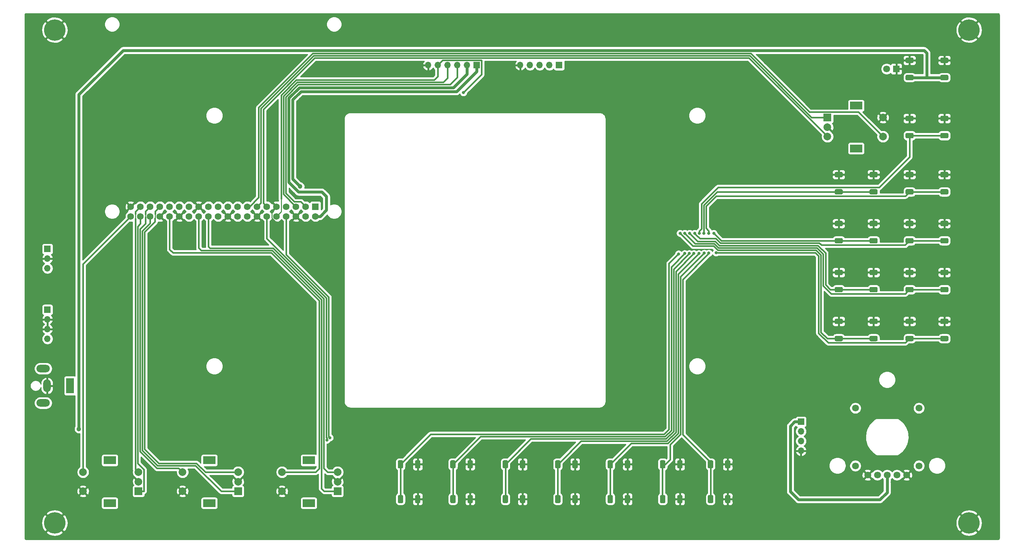
<source format=gtl>
G04 #@! TF.GenerationSoftware,KiCad,Pcbnew,(5.1.5)-3*
G04 #@! TF.CreationDate,2020-04-14T12:17:22+02:00*
G04 #@! TF.ProjectId,piHPSDR_Controller,70694850-5344-4525-9f43-6f6e74726f6c,rev?*
G04 #@! TF.SameCoordinates,Original*
G04 #@! TF.FileFunction,Copper,L1,Top*
G04 #@! TF.FilePolarity,Positive*
%FSLAX46Y46*%
G04 Gerber Fmt 4.6, Leading zero omitted, Abs format (unit mm)*
G04 Created by KiCad (PCBNEW (5.1.5)-3) date 2020-04-14 12:17:22*
%MOMM*%
%LPD*%
G04 APERTURE LIST*
%ADD10C,5.600000*%
%ADD11C,1.750000*%
%ADD12R,1.750000X1.750000*%
%ADD13R,2.000000X2.000000*%
%ADD14C,2.000000*%
%ADD15R,3.200000X2.000000*%
%ADD16R,1.800000X1.800000*%
%ADD17C,1.800000*%
%ADD18R,1.700000X1.700000*%
%ADD19O,1.700000X1.700000*%
%ADD20R,2.000000X4.000000*%
%ADD21O,2.000000X3.300000*%
%ADD22O,3.500000X2.000000*%
%ADD23C,0.100000*%
%ADD24C,0.800000*%
%ADD25C,1.200000*%
%ADD26C,0.800000*%
%ADD27C,0.250000*%
%ADD28C,0.400000*%
%ADD29C,0.254000*%
G04 APERTURE END LIST*
D10*
X263800000Y-28400000D03*
X263800000Y-157400000D03*
X24900000Y-28400000D03*
X24900000Y-157400000D03*
D11*
X60010000Y-74630000D03*
X60010000Y-77170000D03*
X57470000Y-74630000D03*
X57470000Y-77170000D03*
X65090000Y-77170000D03*
X65090000Y-74630000D03*
D12*
X93030000Y-74630000D03*
D11*
X93030000Y-77170000D03*
X90490000Y-74630000D03*
X90490000Y-77170000D03*
X87950000Y-74630000D03*
X87950000Y-77170000D03*
X85410000Y-74630000D03*
X85410000Y-77170000D03*
X82870000Y-74630000D03*
X82870000Y-77170000D03*
X80330000Y-74630000D03*
X80330000Y-77170000D03*
X77790000Y-74630000D03*
X77790000Y-77170000D03*
X75250000Y-74630000D03*
X75250000Y-77170000D03*
X72710000Y-74630000D03*
X72710000Y-77170000D03*
X70170000Y-74630000D03*
X70170000Y-77170000D03*
X67630000Y-74630000D03*
X67630000Y-77170000D03*
X62550000Y-74630000D03*
X62550000Y-77170000D03*
X54930000Y-77170000D03*
X54930000Y-74630000D03*
X52390000Y-77170000D03*
X52390000Y-74630000D03*
X49850000Y-77170000D03*
X49850000Y-74630000D03*
X47310000Y-77170000D03*
X47310000Y-74630000D03*
X44770000Y-77170000D03*
X44770000Y-74630000D03*
D13*
X226800000Y-51300000D03*
D14*
X226800000Y-53800000D03*
X226800000Y-56300000D03*
D15*
X234300000Y-48200000D03*
X234300000Y-59400000D03*
D14*
X241300000Y-51300000D03*
X241300000Y-56300000D03*
D13*
X98800000Y-149100000D03*
D14*
X98800000Y-146600000D03*
X98800000Y-144100000D03*
D15*
X91300000Y-152200000D03*
X91300000Y-141000000D03*
D14*
X84300000Y-149100000D03*
X84300000Y-144100000D03*
D13*
X72800000Y-149100000D03*
D14*
X72800000Y-146600000D03*
X72800000Y-144100000D03*
D15*
X65300000Y-152200000D03*
X65300000Y-141000000D03*
D14*
X58300000Y-149100000D03*
X58300000Y-144100000D03*
D13*
X46800000Y-149100000D03*
D14*
X46800000Y-146600000D03*
X46800000Y-144100000D03*
D15*
X39300000Y-152200000D03*
X39300000Y-141000000D03*
D14*
X32300000Y-149100000D03*
X32300000Y-144100000D03*
D16*
X244800000Y-38600000D03*
D17*
X242260000Y-38600000D03*
D18*
X219900000Y-130900000D03*
D19*
X219900000Y-133440000D03*
X219900000Y-135980000D03*
X219900000Y-138520000D03*
X23000000Y-109220000D03*
X23000000Y-106680000D03*
X23000000Y-104140000D03*
D18*
X23000000Y-101600000D03*
D20*
X28900000Y-121500000D03*
D21*
X22900000Y-121500000D03*
D22*
X21900000Y-126000000D03*
X21900000Y-117000000D03*
D18*
X23000000Y-85700000D03*
D19*
X23000000Y-88240000D03*
X23000000Y-90780000D03*
D18*
X156700000Y-37600000D03*
D19*
X154160000Y-37600000D03*
X151620000Y-37600000D03*
X149080000Y-37600000D03*
X146540000Y-37600000D03*
D18*
X135180000Y-37600000D03*
D19*
X132640000Y-37600000D03*
X130100000Y-37600000D03*
X127560000Y-37600000D03*
X125020000Y-37600000D03*
X122480000Y-37600000D03*
G04 #@! TA.AperFunction,SMDPad,CuDef*
D23*
G36*
X258084306Y-40151685D02*
G01*
X258118282Y-40156725D01*
X258151600Y-40165071D01*
X258183939Y-40176642D01*
X258214989Y-40191328D01*
X258244450Y-40208986D01*
X258272038Y-40229446D01*
X258297487Y-40252513D01*
X258320554Y-40277962D01*
X258341014Y-40305550D01*
X258358672Y-40335011D01*
X258373358Y-40366061D01*
X258384929Y-40398400D01*
X258393275Y-40431718D01*
X258398315Y-40465694D01*
X258400000Y-40500000D01*
X258400000Y-41200000D01*
X258398315Y-41234306D01*
X258393275Y-41268282D01*
X258384929Y-41301600D01*
X258373358Y-41333939D01*
X258358672Y-41364989D01*
X258341014Y-41394450D01*
X258320554Y-41422038D01*
X258297487Y-41447487D01*
X258272038Y-41470554D01*
X258244450Y-41491014D01*
X258214989Y-41508672D01*
X258183939Y-41523358D01*
X258151600Y-41534929D01*
X258118282Y-41543275D01*
X258084306Y-41548315D01*
X258050000Y-41550000D01*
X256650000Y-41550000D01*
X256615694Y-41548315D01*
X256581718Y-41543275D01*
X256548400Y-41534929D01*
X256516061Y-41523358D01*
X256485011Y-41508672D01*
X256455550Y-41491014D01*
X256427962Y-41470554D01*
X256402513Y-41447487D01*
X256379446Y-41422038D01*
X256358986Y-41394450D01*
X256341328Y-41364989D01*
X256326642Y-41333939D01*
X256315071Y-41301600D01*
X256306725Y-41268282D01*
X256301685Y-41234306D01*
X256300000Y-41200000D01*
X256300000Y-40500000D01*
X256301685Y-40465694D01*
X256306725Y-40431718D01*
X256315071Y-40398400D01*
X256326642Y-40366061D01*
X256341328Y-40335011D01*
X256358986Y-40305550D01*
X256379446Y-40277962D01*
X256402513Y-40252513D01*
X256427962Y-40229446D01*
X256455550Y-40208986D01*
X256485011Y-40191328D01*
X256516061Y-40176642D01*
X256548400Y-40165071D01*
X256581718Y-40156725D01*
X256615694Y-40151685D01*
X256650000Y-40150000D01*
X258050000Y-40150000D01*
X258084306Y-40151685D01*
G37*
G04 #@! TD.AperFunction*
G04 #@! TA.AperFunction,SMDPad,CuDef*
G36*
X248984306Y-40151685D02*
G01*
X249018282Y-40156725D01*
X249051600Y-40165071D01*
X249083939Y-40176642D01*
X249114989Y-40191328D01*
X249144450Y-40208986D01*
X249172038Y-40229446D01*
X249197487Y-40252513D01*
X249220554Y-40277962D01*
X249241014Y-40305550D01*
X249258672Y-40335011D01*
X249273358Y-40366061D01*
X249284929Y-40398400D01*
X249293275Y-40431718D01*
X249298315Y-40465694D01*
X249300000Y-40500000D01*
X249300000Y-41200000D01*
X249298315Y-41234306D01*
X249293275Y-41268282D01*
X249284929Y-41301600D01*
X249273358Y-41333939D01*
X249258672Y-41364989D01*
X249241014Y-41394450D01*
X249220554Y-41422038D01*
X249197487Y-41447487D01*
X249172038Y-41470554D01*
X249144450Y-41491014D01*
X249114989Y-41508672D01*
X249083939Y-41523358D01*
X249051600Y-41534929D01*
X249018282Y-41543275D01*
X248984306Y-41548315D01*
X248950000Y-41550000D01*
X247550000Y-41550000D01*
X247515694Y-41548315D01*
X247481718Y-41543275D01*
X247448400Y-41534929D01*
X247416061Y-41523358D01*
X247385011Y-41508672D01*
X247355550Y-41491014D01*
X247327962Y-41470554D01*
X247302513Y-41447487D01*
X247279446Y-41422038D01*
X247258986Y-41394450D01*
X247241328Y-41364989D01*
X247226642Y-41333939D01*
X247215071Y-41301600D01*
X247206725Y-41268282D01*
X247201685Y-41234306D01*
X247200000Y-41200000D01*
X247200000Y-40500000D01*
X247201685Y-40465694D01*
X247206725Y-40431718D01*
X247215071Y-40398400D01*
X247226642Y-40366061D01*
X247241328Y-40335011D01*
X247258986Y-40305550D01*
X247279446Y-40277962D01*
X247302513Y-40252513D01*
X247327962Y-40229446D01*
X247355550Y-40208986D01*
X247385011Y-40191328D01*
X247416061Y-40176642D01*
X247448400Y-40165071D01*
X247481718Y-40156725D01*
X247515694Y-40151685D01*
X247550000Y-40150000D01*
X248950000Y-40150000D01*
X248984306Y-40151685D01*
G37*
G04 #@! TD.AperFunction*
G04 #@! TA.AperFunction,SMDPad,CuDef*
G36*
X258084306Y-35651685D02*
G01*
X258118282Y-35656725D01*
X258151600Y-35665071D01*
X258183939Y-35676642D01*
X258214989Y-35691328D01*
X258244450Y-35708986D01*
X258272038Y-35729446D01*
X258297487Y-35752513D01*
X258320554Y-35777962D01*
X258341014Y-35805550D01*
X258358672Y-35835011D01*
X258373358Y-35866061D01*
X258384929Y-35898400D01*
X258393275Y-35931718D01*
X258398315Y-35965694D01*
X258400000Y-36000000D01*
X258400000Y-36700000D01*
X258398315Y-36734306D01*
X258393275Y-36768282D01*
X258384929Y-36801600D01*
X258373358Y-36833939D01*
X258358672Y-36864989D01*
X258341014Y-36894450D01*
X258320554Y-36922038D01*
X258297487Y-36947487D01*
X258272038Y-36970554D01*
X258244450Y-36991014D01*
X258214989Y-37008672D01*
X258183939Y-37023358D01*
X258151600Y-37034929D01*
X258118282Y-37043275D01*
X258084306Y-37048315D01*
X258050000Y-37050000D01*
X256650000Y-37050000D01*
X256615694Y-37048315D01*
X256581718Y-37043275D01*
X256548400Y-37034929D01*
X256516061Y-37023358D01*
X256485011Y-37008672D01*
X256455550Y-36991014D01*
X256427962Y-36970554D01*
X256402513Y-36947487D01*
X256379446Y-36922038D01*
X256358986Y-36894450D01*
X256341328Y-36864989D01*
X256326642Y-36833939D01*
X256315071Y-36801600D01*
X256306725Y-36768282D01*
X256301685Y-36734306D01*
X256300000Y-36700000D01*
X256300000Y-36000000D01*
X256301685Y-35965694D01*
X256306725Y-35931718D01*
X256315071Y-35898400D01*
X256326642Y-35866061D01*
X256341328Y-35835011D01*
X256358986Y-35805550D01*
X256379446Y-35777962D01*
X256402513Y-35752513D01*
X256427962Y-35729446D01*
X256455550Y-35708986D01*
X256485011Y-35691328D01*
X256516061Y-35676642D01*
X256548400Y-35665071D01*
X256581718Y-35656725D01*
X256615694Y-35651685D01*
X256650000Y-35650000D01*
X258050000Y-35650000D01*
X258084306Y-35651685D01*
G37*
G04 #@! TD.AperFunction*
G04 #@! TA.AperFunction,SMDPad,CuDef*
G36*
X248984306Y-35651685D02*
G01*
X249018282Y-35656725D01*
X249051600Y-35665071D01*
X249083939Y-35676642D01*
X249114989Y-35691328D01*
X249144450Y-35708986D01*
X249172038Y-35729446D01*
X249197487Y-35752513D01*
X249220554Y-35777962D01*
X249241014Y-35805550D01*
X249258672Y-35835011D01*
X249273358Y-35866061D01*
X249284929Y-35898400D01*
X249293275Y-35931718D01*
X249298315Y-35965694D01*
X249300000Y-36000000D01*
X249300000Y-36700000D01*
X249298315Y-36734306D01*
X249293275Y-36768282D01*
X249284929Y-36801600D01*
X249273358Y-36833939D01*
X249258672Y-36864989D01*
X249241014Y-36894450D01*
X249220554Y-36922038D01*
X249197487Y-36947487D01*
X249172038Y-36970554D01*
X249144450Y-36991014D01*
X249114989Y-37008672D01*
X249083939Y-37023358D01*
X249051600Y-37034929D01*
X249018282Y-37043275D01*
X248984306Y-37048315D01*
X248950000Y-37050000D01*
X247550000Y-37050000D01*
X247515694Y-37048315D01*
X247481718Y-37043275D01*
X247448400Y-37034929D01*
X247416061Y-37023358D01*
X247385011Y-37008672D01*
X247355550Y-36991014D01*
X247327962Y-36970554D01*
X247302513Y-36947487D01*
X247279446Y-36922038D01*
X247258986Y-36894450D01*
X247241328Y-36864989D01*
X247226642Y-36833939D01*
X247215071Y-36801600D01*
X247206725Y-36768282D01*
X247201685Y-36734306D01*
X247200000Y-36700000D01*
X247200000Y-36000000D01*
X247201685Y-35965694D01*
X247206725Y-35931718D01*
X247215071Y-35898400D01*
X247226642Y-35866061D01*
X247241328Y-35835011D01*
X247258986Y-35805550D01*
X247279446Y-35777962D01*
X247302513Y-35752513D01*
X247327962Y-35729446D01*
X247355550Y-35708986D01*
X247385011Y-35691328D01*
X247416061Y-35676642D01*
X247448400Y-35665071D01*
X247481718Y-35656725D01*
X247515694Y-35651685D01*
X247550000Y-35650000D01*
X248950000Y-35650000D01*
X248984306Y-35651685D01*
G37*
G04 #@! TD.AperFunction*
G04 #@! TA.AperFunction,SMDPad,CuDef*
G36*
X115634306Y-150101685D02*
G01*
X115668282Y-150106725D01*
X115701600Y-150115071D01*
X115733939Y-150126642D01*
X115764989Y-150141328D01*
X115794450Y-150158986D01*
X115822038Y-150179446D01*
X115847487Y-150202513D01*
X115870554Y-150227962D01*
X115891014Y-150255550D01*
X115908672Y-150285011D01*
X115923358Y-150316061D01*
X115934929Y-150348400D01*
X115943275Y-150381718D01*
X115948315Y-150415694D01*
X115950000Y-150450000D01*
X115950000Y-151850000D01*
X115948315Y-151884306D01*
X115943275Y-151918282D01*
X115934929Y-151951600D01*
X115923358Y-151983939D01*
X115908672Y-152014989D01*
X115891014Y-152044450D01*
X115870554Y-152072038D01*
X115847487Y-152097487D01*
X115822038Y-152120554D01*
X115794450Y-152141014D01*
X115764989Y-152158672D01*
X115733939Y-152173358D01*
X115701600Y-152184929D01*
X115668282Y-152193275D01*
X115634306Y-152198315D01*
X115600000Y-152200000D01*
X114900000Y-152200000D01*
X114865694Y-152198315D01*
X114831718Y-152193275D01*
X114798400Y-152184929D01*
X114766061Y-152173358D01*
X114735011Y-152158672D01*
X114705550Y-152141014D01*
X114677962Y-152120554D01*
X114652513Y-152097487D01*
X114629446Y-152072038D01*
X114608986Y-152044450D01*
X114591328Y-152014989D01*
X114576642Y-151983939D01*
X114565071Y-151951600D01*
X114556725Y-151918282D01*
X114551685Y-151884306D01*
X114550000Y-151850000D01*
X114550000Y-150450000D01*
X114551685Y-150415694D01*
X114556725Y-150381718D01*
X114565071Y-150348400D01*
X114576642Y-150316061D01*
X114591328Y-150285011D01*
X114608986Y-150255550D01*
X114629446Y-150227962D01*
X114652513Y-150202513D01*
X114677962Y-150179446D01*
X114705550Y-150158986D01*
X114735011Y-150141328D01*
X114766061Y-150126642D01*
X114798400Y-150115071D01*
X114831718Y-150106725D01*
X114865694Y-150101685D01*
X114900000Y-150100000D01*
X115600000Y-150100000D01*
X115634306Y-150101685D01*
G37*
G04 #@! TD.AperFunction*
G04 #@! TA.AperFunction,SMDPad,CuDef*
G36*
X115634306Y-141001685D02*
G01*
X115668282Y-141006725D01*
X115701600Y-141015071D01*
X115733939Y-141026642D01*
X115764989Y-141041328D01*
X115794450Y-141058986D01*
X115822038Y-141079446D01*
X115847487Y-141102513D01*
X115870554Y-141127962D01*
X115891014Y-141155550D01*
X115908672Y-141185011D01*
X115923358Y-141216061D01*
X115934929Y-141248400D01*
X115943275Y-141281718D01*
X115948315Y-141315694D01*
X115950000Y-141350000D01*
X115950000Y-142750000D01*
X115948315Y-142784306D01*
X115943275Y-142818282D01*
X115934929Y-142851600D01*
X115923358Y-142883939D01*
X115908672Y-142914989D01*
X115891014Y-142944450D01*
X115870554Y-142972038D01*
X115847487Y-142997487D01*
X115822038Y-143020554D01*
X115794450Y-143041014D01*
X115764989Y-143058672D01*
X115733939Y-143073358D01*
X115701600Y-143084929D01*
X115668282Y-143093275D01*
X115634306Y-143098315D01*
X115600000Y-143100000D01*
X114900000Y-143100000D01*
X114865694Y-143098315D01*
X114831718Y-143093275D01*
X114798400Y-143084929D01*
X114766061Y-143073358D01*
X114735011Y-143058672D01*
X114705550Y-143041014D01*
X114677962Y-143020554D01*
X114652513Y-142997487D01*
X114629446Y-142972038D01*
X114608986Y-142944450D01*
X114591328Y-142914989D01*
X114576642Y-142883939D01*
X114565071Y-142851600D01*
X114556725Y-142818282D01*
X114551685Y-142784306D01*
X114550000Y-142750000D01*
X114550000Y-141350000D01*
X114551685Y-141315694D01*
X114556725Y-141281718D01*
X114565071Y-141248400D01*
X114576642Y-141216061D01*
X114591328Y-141185011D01*
X114608986Y-141155550D01*
X114629446Y-141127962D01*
X114652513Y-141102513D01*
X114677962Y-141079446D01*
X114705550Y-141058986D01*
X114735011Y-141041328D01*
X114766061Y-141026642D01*
X114798400Y-141015071D01*
X114831718Y-141006725D01*
X114865694Y-141001685D01*
X114900000Y-141000000D01*
X115600000Y-141000000D01*
X115634306Y-141001685D01*
G37*
G04 #@! TD.AperFunction*
G04 #@! TA.AperFunction,SMDPad,CuDef*
G36*
X120134306Y-150101685D02*
G01*
X120168282Y-150106725D01*
X120201600Y-150115071D01*
X120233939Y-150126642D01*
X120264989Y-150141328D01*
X120294450Y-150158986D01*
X120322038Y-150179446D01*
X120347487Y-150202513D01*
X120370554Y-150227962D01*
X120391014Y-150255550D01*
X120408672Y-150285011D01*
X120423358Y-150316061D01*
X120434929Y-150348400D01*
X120443275Y-150381718D01*
X120448315Y-150415694D01*
X120450000Y-150450000D01*
X120450000Y-151850000D01*
X120448315Y-151884306D01*
X120443275Y-151918282D01*
X120434929Y-151951600D01*
X120423358Y-151983939D01*
X120408672Y-152014989D01*
X120391014Y-152044450D01*
X120370554Y-152072038D01*
X120347487Y-152097487D01*
X120322038Y-152120554D01*
X120294450Y-152141014D01*
X120264989Y-152158672D01*
X120233939Y-152173358D01*
X120201600Y-152184929D01*
X120168282Y-152193275D01*
X120134306Y-152198315D01*
X120100000Y-152200000D01*
X119400000Y-152200000D01*
X119365694Y-152198315D01*
X119331718Y-152193275D01*
X119298400Y-152184929D01*
X119266061Y-152173358D01*
X119235011Y-152158672D01*
X119205550Y-152141014D01*
X119177962Y-152120554D01*
X119152513Y-152097487D01*
X119129446Y-152072038D01*
X119108986Y-152044450D01*
X119091328Y-152014989D01*
X119076642Y-151983939D01*
X119065071Y-151951600D01*
X119056725Y-151918282D01*
X119051685Y-151884306D01*
X119050000Y-151850000D01*
X119050000Y-150450000D01*
X119051685Y-150415694D01*
X119056725Y-150381718D01*
X119065071Y-150348400D01*
X119076642Y-150316061D01*
X119091328Y-150285011D01*
X119108986Y-150255550D01*
X119129446Y-150227962D01*
X119152513Y-150202513D01*
X119177962Y-150179446D01*
X119205550Y-150158986D01*
X119235011Y-150141328D01*
X119266061Y-150126642D01*
X119298400Y-150115071D01*
X119331718Y-150106725D01*
X119365694Y-150101685D01*
X119400000Y-150100000D01*
X120100000Y-150100000D01*
X120134306Y-150101685D01*
G37*
G04 #@! TD.AperFunction*
G04 #@! TA.AperFunction,SMDPad,CuDef*
G36*
X120134306Y-141001685D02*
G01*
X120168282Y-141006725D01*
X120201600Y-141015071D01*
X120233939Y-141026642D01*
X120264989Y-141041328D01*
X120294450Y-141058986D01*
X120322038Y-141079446D01*
X120347487Y-141102513D01*
X120370554Y-141127962D01*
X120391014Y-141155550D01*
X120408672Y-141185011D01*
X120423358Y-141216061D01*
X120434929Y-141248400D01*
X120443275Y-141281718D01*
X120448315Y-141315694D01*
X120450000Y-141350000D01*
X120450000Y-142750000D01*
X120448315Y-142784306D01*
X120443275Y-142818282D01*
X120434929Y-142851600D01*
X120423358Y-142883939D01*
X120408672Y-142914989D01*
X120391014Y-142944450D01*
X120370554Y-142972038D01*
X120347487Y-142997487D01*
X120322038Y-143020554D01*
X120294450Y-143041014D01*
X120264989Y-143058672D01*
X120233939Y-143073358D01*
X120201600Y-143084929D01*
X120168282Y-143093275D01*
X120134306Y-143098315D01*
X120100000Y-143100000D01*
X119400000Y-143100000D01*
X119365694Y-143098315D01*
X119331718Y-143093275D01*
X119298400Y-143084929D01*
X119266061Y-143073358D01*
X119235011Y-143058672D01*
X119205550Y-143041014D01*
X119177962Y-143020554D01*
X119152513Y-142997487D01*
X119129446Y-142972038D01*
X119108986Y-142944450D01*
X119091328Y-142914989D01*
X119076642Y-142883939D01*
X119065071Y-142851600D01*
X119056725Y-142818282D01*
X119051685Y-142784306D01*
X119050000Y-142750000D01*
X119050000Y-141350000D01*
X119051685Y-141315694D01*
X119056725Y-141281718D01*
X119065071Y-141248400D01*
X119076642Y-141216061D01*
X119091328Y-141185011D01*
X119108986Y-141155550D01*
X119129446Y-141127962D01*
X119152513Y-141102513D01*
X119177962Y-141079446D01*
X119205550Y-141058986D01*
X119235011Y-141041328D01*
X119266061Y-141026642D01*
X119298400Y-141015071D01*
X119331718Y-141006725D01*
X119365694Y-141001685D01*
X119400000Y-141000000D01*
X120100000Y-141000000D01*
X120134306Y-141001685D01*
G37*
G04 #@! TD.AperFunction*
G04 #@! TA.AperFunction,SMDPad,CuDef*
G36*
X133834306Y-141001685D02*
G01*
X133868282Y-141006725D01*
X133901600Y-141015071D01*
X133933939Y-141026642D01*
X133964989Y-141041328D01*
X133994450Y-141058986D01*
X134022038Y-141079446D01*
X134047487Y-141102513D01*
X134070554Y-141127962D01*
X134091014Y-141155550D01*
X134108672Y-141185011D01*
X134123358Y-141216061D01*
X134134929Y-141248400D01*
X134143275Y-141281718D01*
X134148315Y-141315694D01*
X134150000Y-141350000D01*
X134150000Y-142750000D01*
X134148315Y-142784306D01*
X134143275Y-142818282D01*
X134134929Y-142851600D01*
X134123358Y-142883939D01*
X134108672Y-142914989D01*
X134091014Y-142944450D01*
X134070554Y-142972038D01*
X134047487Y-142997487D01*
X134022038Y-143020554D01*
X133994450Y-143041014D01*
X133964989Y-143058672D01*
X133933939Y-143073358D01*
X133901600Y-143084929D01*
X133868282Y-143093275D01*
X133834306Y-143098315D01*
X133800000Y-143100000D01*
X133100000Y-143100000D01*
X133065694Y-143098315D01*
X133031718Y-143093275D01*
X132998400Y-143084929D01*
X132966061Y-143073358D01*
X132935011Y-143058672D01*
X132905550Y-143041014D01*
X132877962Y-143020554D01*
X132852513Y-142997487D01*
X132829446Y-142972038D01*
X132808986Y-142944450D01*
X132791328Y-142914989D01*
X132776642Y-142883939D01*
X132765071Y-142851600D01*
X132756725Y-142818282D01*
X132751685Y-142784306D01*
X132750000Y-142750000D01*
X132750000Y-141350000D01*
X132751685Y-141315694D01*
X132756725Y-141281718D01*
X132765071Y-141248400D01*
X132776642Y-141216061D01*
X132791328Y-141185011D01*
X132808986Y-141155550D01*
X132829446Y-141127962D01*
X132852513Y-141102513D01*
X132877962Y-141079446D01*
X132905550Y-141058986D01*
X132935011Y-141041328D01*
X132966061Y-141026642D01*
X132998400Y-141015071D01*
X133031718Y-141006725D01*
X133065694Y-141001685D01*
X133100000Y-141000000D01*
X133800000Y-141000000D01*
X133834306Y-141001685D01*
G37*
G04 #@! TD.AperFunction*
G04 #@! TA.AperFunction,SMDPad,CuDef*
G36*
X133834306Y-150101685D02*
G01*
X133868282Y-150106725D01*
X133901600Y-150115071D01*
X133933939Y-150126642D01*
X133964989Y-150141328D01*
X133994450Y-150158986D01*
X134022038Y-150179446D01*
X134047487Y-150202513D01*
X134070554Y-150227962D01*
X134091014Y-150255550D01*
X134108672Y-150285011D01*
X134123358Y-150316061D01*
X134134929Y-150348400D01*
X134143275Y-150381718D01*
X134148315Y-150415694D01*
X134150000Y-150450000D01*
X134150000Y-151850000D01*
X134148315Y-151884306D01*
X134143275Y-151918282D01*
X134134929Y-151951600D01*
X134123358Y-151983939D01*
X134108672Y-152014989D01*
X134091014Y-152044450D01*
X134070554Y-152072038D01*
X134047487Y-152097487D01*
X134022038Y-152120554D01*
X133994450Y-152141014D01*
X133964989Y-152158672D01*
X133933939Y-152173358D01*
X133901600Y-152184929D01*
X133868282Y-152193275D01*
X133834306Y-152198315D01*
X133800000Y-152200000D01*
X133100000Y-152200000D01*
X133065694Y-152198315D01*
X133031718Y-152193275D01*
X132998400Y-152184929D01*
X132966061Y-152173358D01*
X132935011Y-152158672D01*
X132905550Y-152141014D01*
X132877962Y-152120554D01*
X132852513Y-152097487D01*
X132829446Y-152072038D01*
X132808986Y-152044450D01*
X132791328Y-152014989D01*
X132776642Y-151983939D01*
X132765071Y-151951600D01*
X132756725Y-151918282D01*
X132751685Y-151884306D01*
X132750000Y-151850000D01*
X132750000Y-150450000D01*
X132751685Y-150415694D01*
X132756725Y-150381718D01*
X132765071Y-150348400D01*
X132776642Y-150316061D01*
X132791328Y-150285011D01*
X132808986Y-150255550D01*
X132829446Y-150227962D01*
X132852513Y-150202513D01*
X132877962Y-150179446D01*
X132905550Y-150158986D01*
X132935011Y-150141328D01*
X132966061Y-150126642D01*
X132998400Y-150115071D01*
X133031718Y-150106725D01*
X133065694Y-150101685D01*
X133100000Y-150100000D01*
X133800000Y-150100000D01*
X133834306Y-150101685D01*
G37*
G04 #@! TD.AperFunction*
G04 #@! TA.AperFunction,SMDPad,CuDef*
G36*
X129334306Y-141001685D02*
G01*
X129368282Y-141006725D01*
X129401600Y-141015071D01*
X129433939Y-141026642D01*
X129464989Y-141041328D01*
X129494450Y-141058986D01*
X129522038Y-141079446D01*
X129547487Y-141102513D01*
X129570554Y-141127962D01*
X129591014Y-141155550D01*
X129608672Y-141185011D01*
X129623358Y-141216061D01*
X129634929Y-141248400D01*
X129643275Y-141281718D01*
X129648315Y-141315694D01*
X129650000Y-141350000D01*
X129650000Y-142750000D01*
X129648315Y-142784306D01*
X129643275Y-142818282D01*
X129634929Y-142851600D01*
X129623358Y-142883939D01*
X129608672Y-142914989D01*
X129591014Y-142944450D01*
X129570554Y-142972038D01*
X129547487Y-142997487D01*
X129522038Y-143020554D01*
X129494450Y-143041014D01*
X129464989Y-143058672D01*
X129433939Y-143073358D01*
X129401600Y-143084929D01*
X129368282Y-143093275D01*
X129334306Y-143098315D01*
X129300000Y-143100000D01*
X128600000Y-143100000D01*
X128565694Y-143098315D01*
X128531718Y-143093275D01*
X128498400Y-143084929D01*
X128466061Y-143073358D01*
X128435011Y-143058672D01*
X128405550Y-143041014D01*
X128377962Y-143020554D01*
X128352513Y-142997487D01*
X128329446Y-142972038D01*
X128308986Y-142944450D01*
X128291328Y-142914989D01*
X128276642Y-142883939D01*
X128265071Y-142851600D01*
X128256725Y-142818282D01*
X128251685Y-142784306D01*
X128250000Y-142750000D01*
X128250000Y-141350000D01*
X128251685Y-141315694D01*
X128256725Y-141281718D01*
X128265071Y-141248400D01*
X128276642Y-141216061D01*
X128291328Y-141185011D01*
X128308986Y-141155550D01*
X128329446Y-141127962D01*
X128352513Y-141102513D01*
X128377962Y-141079446D01*
X128405550Y-141058986D01*
X128435011Y-141041328D01*
X128466061Y-141026642D01*
X128498400Y-141015071D01*
X128531718Y-141006725D01*
X128565694Y-141001685D01*
X128600000Y-141000000D01*
X129300000Y-141000000D01*
X129334306Y-141001685D01*
G37*
G04 #@! TD.AperFunction*
G04 #@! TA.AperFunction,SMDPad,CuDef*
G36*
X129334306Y-150101685D02*
G01*
X129368282Y-150106725D01*
X129401600Y-150115071D01*
X129433939Y-150126642D01*
X129464989Y-150141328D01*
X129494450Y-150158986D01*
X129522038Y-150179446D01*
X129547487Y-150202513D01*
X129570554Y-150227962D01*
X129591014Y-150255550D01*
X129608672Y-150285011D01*
X129623358Y-150316061D01*
X129634929Y-150348400D01*
X129643275Y-150381718D01*
X129648315Y-150415694D01*
X129650000Y-150450000D01*
X129650000Y-151850000D01*
X129648315Y-151884306D01*
X129643275Y-151918282D01*
X129634929Y-151951600D01*
X129623358Y-151983939D01*
X129608672Y-152014989D01*
X129591014Y-152044450D01*
X129570554Y-152072038D01*
X129547487Y-152097487D01*
X129522038Y-152120554D01*
X129494450Y-152141014D01*
X129464989Y-152158672D01*
X129433939Y-152173358D01*
X129401600Y-152184929D01*
X129368282Y-152193275D01*
X129334306Y-152198315D01*
X129300000Y-152200000D01*
X128600000Y-152200000D01*
X128565694Y-152198315D01*
X128531718Y-152193275D01*
X128498400Y-152184929D01*
X128466061Y-152173358D01*
X128435011Y-152158672D01*
X128405550Y-152141014D01*
X128377962Y-152120554D01*
X128352513Y-152097487D01*
X128329446Y-152072038D01*
X128308986Y-152044450D01*
X128291328Y-152014989D01*
X128276642Y-151983939D01*
X128265071Y-151951600D01*
X128256725Y-151918282D01*
X128251685Y-151884306D01*
X128250000Y-151850000D01*
X128250000Y-150450000D01*
X128251685Y-150415694D01*
X128256725Y-150381718D01*
X128265071Y-150348400D01*
X128276642Y-150316061D01*
X128291328Y-150285011D01*
X128308986Y-150255550D01*
X128329446Y-150227962D01*
X128352513Y-150202513D01*
X128377962Y-150179446D01*
X128405550Y-150158986D01*
X128435011Y-150141328D01*
X128466061Y-150126642D01*
X128498400Y-150115071D01*
X128531718Y-150106725D01*
X128565694Y-150101685D01*
X128600000Y-150100000D01*
X129300000Y-150100000D01*
X129334306Y-150101685D01*
G37*
G04 #@! TD.AperFunction*
G04 #@! TA.AperFunction,SMDPad,CuDef*
G36*
X143034306Y-150101685D02*
G01*
X143068282Y-150106725D01*
X143101600Y-150115071D01*
X143133939Y-150126642D01*
X143164989Y-150141328D01*
X143194450Y-150158986D01*
X143222038Y-150179446D01*
X143247487Y-150202513D01*
X143270554Y-150227962D01*
X143291014Y-150255550D01*
X143308672Y-150285011D01*
X143323358Y-150316061D01*
X143334929Y-150348400D01*
X143343275Y-150381718D01*
X143348315Y-150415694D01*
X143350000Y-150450000D01*
X143350000Y-151850000D01*
X143348315Y-151884306D01*
X143343275Y-151918282D01*
X143334929Y-151951600D01*
X143323358Y-151983939D01*
X143308672Y-152014989D01*
X143291014Y-152044450D01*
X143270554Y-152072038D01*
X143247487Y-152097487D01*
X143222038Y-152120554D01*
X143194450Y-152141014D01*
X143164989Y-152158672D01*
X143133939Y-152173358D01*
X143101600Y-152184929D01*
X143068282Y-152193275D01*
X143034306Y-152198315D01*
X143000000Y-152200000D01*
X142300000Y-152200000D01*
X142265694Y-152198315D01*
X142231718Y-152193275D01*
X142198400Y-152184929D01*
X142166061Y-152173358D01*
X142135011Y-152158672D01*
X142105550Y-152141014D01*
X142077962Y-152120554D01*
X142052513Y-152097487D01*
X142029446Y-152072038D01*
X142008986Y-152044450D01*
X141991328Y-152014989D01*
X141976642Y-151983939D01*
X141965071Y-151951600D01*
X141956725Y-151918282D01*
X141951685Y-151884306D01*
X141950000Y-151850000D01*
X141950000Y-150450000D01*
X141951685Y-150415694D01*
X141956725Y-150381718D01*
X141965071Y-150348400D01*
X141976642Y-150316061D01*
X141991328Y-150285011D01*
X142008986Y-150255550D01*
X142029446Y-150227962D01*
X142052513Y-150202513D01*
X142077962Y-150179446D01*
X142105550Y-150158986D01*
X142135011Y-150141328D01*
X142166061Y-150126642D01*
X142198400Y-150115071D01*
X142231718Y-150106725D01*
X142265694Y-150101685D01*
X142300000Y-150100000D01*
X143000000Y-150100000D01*
X143034306Y-150101685D01*
G37*
G04 #@! TD.AperFunction*
G04 #@! TA.AperFunction,SMDPad,CuDef*
G36*
X143034306Y-141001685D02*
G01*
X143068282Y-141006725D01*
X143101600Y-141015071D01*
X143133939Y-141026642D01*
X143164989Y-141041328D01*
X143194450Y-141058986D01*
X143222038Y-141079446D01*
X143247487Y-141102513D01*
X143270554Y-141127962D01*
X143291014Y-141155550D01*
X143308672Y-141185011D01*
X143323358Y-141216061D01*
X143334929Y-141248400D01*
X143343275Y-141281718D01*
X143348315Y-141315694D01*
X143350000Y-141350000D01*
X143350000Y-142750000D01*
X143348315Y-142784306D01*
X143343275Y-142818282D01*
X143334929Y-142851600D01*
X143323358Y-142883939D01*
X143308672Y-142914989D01*
X143291014Y-142944450D01*
X143270554Y-142972038D01*
X143247487Y-142997487D01*
X143222038Y-143020554D01*
X143194450Y-143041014D01*
X143164989Y-143058672D01*
X143133939Y-143073358D01*
X143101600Y-143084929D01*
X143068282Y-143093275D01*
X143034306Y-143098315D01*
X143000000Y-143100000D01*
X142300000Y-143100000D01*
X142265694Y-143098315D01*
X142231718Y-143093275D01*
X142198400Y-143084929D01*
X142166061Y-143073358D01*
X142135011Y-143058672D01*
X142105550Y-143041014D01*
X142077962Y-143020554D01*
X142052513Y-142997487D01*
X142029446Y-142972038D01*
X142008986Y-142944450D01*
X141991328Y-142914989D01*
X141976642Y-142883939D01*
X141965071Y-142851600D01*
X141956725Y-142818282D01*
X141951685Y-142784306D01*
X141950000Y-142750000D01*
X141950000Y-141350000D01*
X141951685Y-141315694D01*
X141956725Y-141281718D01*
X141965071Y-141248400D01*
X141976642Y-141216061D01*
X141991328Y-141185011D01*
X142008986Y-141155550D01*
X142029446Y-141127962D01*
X142052513Y-141102513D01*
X142077962Y-141079446D01*
X142105550Y-141058986D01*
X142135011Y-141041328D01*
X142166061Y-141026642D01*
X142198400Y-141015071D01*
X142231718Y-141006725D01*
X142265694Y-141001685D01*
X142300000Y-141000000D01*
X143000000Y-141000000D01*
X143034306Y-141001685D01*
G37*
G04 #@! TD.AperFunction*
G04 #@! TA.AperFunction,SMDPad,CuDef*
G36*
X147534306Y-150101685D02*
G01*
X147568282Y-150106725D01*
X147601600Y-150115071D01*
X147633939Y-150126642D01*
X147664989Y-150141328D01*
X147694450Y-150158986D01*
X147722038Y-150179446D01*
X147747487Y-150202513D01*
X147770554Y-150227962D01*
X147791014Y-150255550D01*
X147808672Y-150285011D01*
X147823358Y-150316061D01*
X147834929Y-150348400D01*
X147843275Y-150381718D01*
X147848315Y-150415694D01*
X147850000Y-150450000D01*
X147850000Y-151850000D01*
X147848315Y-151884306D01*
X147843275Y-151918282D01*
X147834929Y-151951600D01*
X147823358Y-151983939D01*
X147808672Y-152014989D01*
X147791014Y-152044450D01*
X147770554Y-152072038D01*
X147747487Y-152097487D01*
X147722038Y-152120554D01*
X147694450Y-152141014D01*
X147664989Y-152158672D01*
X147633939Y-152173358D01*
X147601600Y-152184929D01*
X147568282Y-152193275D01*
X147534306Y-152198315D01*
X147500000Y-152200000D01*
X146800000Y-152200000D01*
X146765694Y-152198315D01*
X146731718Y-152193275D01*
X146698400Y-152184929D01*
X146666061Y-152173358D01*
X146635011Y-152158672D01*
X146605550Y-152141014D01*
X146577962Y-152120554D01*
X146552513Y-152097487D01*
X146529446Y-152072038D01*
X146508986Y-152044450D01*
X146491328Y-152014989D01*
X146476642Y-151983939D01*
X146465071Y-151951600D01*
X146456725Y-151918282D01*
X146451685Y-151884306D01*
X146450000Y-151850000D01*
X146450000Y-150450000D01*
X146451685Y-150415694D01*
X146456725Y-150381718D01*
X146465071Y-150348400D01*
X146476642Y-150316061D01*
X146491328Y-150285011D01*
X146508986Y-150255550D01*
X146529446Y-150227962D01*
X146552513Y-150202513D01*
X146577962Y-150179446D01*
X146605550Y-150158986D01*
X146635011Y-150141328D01*
X146666061Y-150126642D01*
X146698400Y-150115071D01*
X146731718Y-150106725D01*
X146765694Y-150101685D01*
X146800000Y-150100000D01*
X147500000Y-150100000D01*
X147534306Y-150101685D01*
G37*
G04 #@! TD.AperFunction*
G04 #@! TA.AperFunction,SMDPad,CuDef*
G36*
X147534306Y-141001685D02*
G01*
X147568282Y-141006725D01*
X147601600Y-141015071D01*
X147633939Y-141026642D01*
X147664989Y-141041328D01*
X147694450Y-141058986D01*
X147722038Y-141079446D01*
X147747487Y-141102513D01*
X147770554Y-141127962D01*
X147791014Y-141155550D01*
X147808672Y-141185011D01*
X147823358Y-141216061D01*
X147834929Y-141248400D01*
X147843275Y-141281718D01*
X147848315Y-141315694D01*
X147850000Y-141350000D01*
X147850000Y-142750000D01*
X147848315Y-142784306D01*
X147843275Y-142818282D01*
X147834929Y-142851600D01*
X147823358Y-142883939D01*
X147808672Y-142914989D01*
X147791014Y-142944450D01*
X147770554Y-142972038D01*
X147747487Y-142997487D01*
X147722038Y-143020554D01*
X147694450Y-143041014D01*
X147664989Y-143058672D01*
X147633939Y-143073358D01*
X147601600Y-143084929D01*
X147568282Y-143093275D01*
X147534306Y-143098315D01*
X147500000Y-143100000D01*
X146800000Y-143100000D01*
X146765694Y-143098315D01*
X146731718Y-143093275D01*
X146698400Y-143084929D01*
X146666061Y-143073358D01*
X146635011Y-143058672D01*
X146605550Y-143041014D01*
X146577962Y-143020554D01*
X146552513Y-142997487D01*
X146529446Y-142972038D01*
X146508986Y-142944450D01*
X146491328Y-142914989D01*
X146476642Y-142883939D01*
X146465071Y-142851600D01*
X146456725Y-142818282D01*
X146451685Y-142784306D01*
X146450000Y-142750000D01*
X146450000Y-141350000D01*
X146451685Y-141315694D01*
X146456725Y-141281718D01*
X146465071Y-141248400D01*
X146476642Y-141216061D01*
X146491328Y-141185011D01*
X146508986Y-141155550D01*
X146529446Y-141127962D01*
X146552513Y-141102513D01*
X146577962Y-141079446D01*
X146605550Y-141058986D01*
X146635011Y-141041328D01*
X146666061Y-141026642D01*
X146698400Y-141015071D01*
X146731718Y-141006725D01*
X146765694Y-141001685D01*
X146800000Y-141000000D01*
X147500000Y-141000000D01*
X147534306Y-141001685D01*
G37*
G04 #@! TD.AperFunction*
G04 #@! TA.AperFunction,SMDPad,CuDef*
G36*
X161234306Y-141001685D02*
G01*
X161268282Y-141006725D01*
X161301600Y-141015071D01*
X161333939Y-141026642D01*
X161364989Y-141041328D01*
X161394450Y-141058986D01*
X161422038Y-141079446D01*
X161447487Y-141102513D01*
X161470554Y-141127962D01*
X161491014Y-141155550D01*
X161508672Y-141185011D01*
X161523358Y-141216061D01*
X161534929Y-141248400D01*
X161543275Y-141281718D01*
X161548315Y-141315694D01*
X161550000Y-141350000D01*
X161550000Y-142750000D01*
X161548315Y-142784306D01*
X161543275Y-142818282D01*
X161534929Y-142851600D01*
X161523358Y-142883939D01*
X161508672Y-142914989D01*
X161491014Y-142944450D01*
X161470554Y-142972038D01*
X161447487Y-142997487D01*
X161422038Y-143020554D01*
X161394450Y-143041014D01*
X161364989Y-143058672D01*
X161333939Y-143073358D01*
X161301600Y-143084929D01*
X161268282Y-143093275D01*
X161234306Y-143098315D01*
X161200000Y-143100000D01*
X160500000Y-143100000D01*
X160465694Y-143098315D01*
X160431718Y-143093275D01*
X160398400Y-143084929D01*
X160366061Y-143073358D01*
X160335011Y-143058672D01*
X160305550Y-143041014D01*
X160277962Y-143020554D01*
X160252513Y-142997487D01*
X160229446Y-142972038D01*
X160208986Y-142944450D01*
X160191328Y-142914989D01*
X160176642Y-142883939D01*
X160165071Y-142851600D01*
X160156725Y-142818282D01*
X160151685Y-142784306D01*
X160150000Y-142750000D01*
X160150000Y-141350000D01*
X160151685Y-141315694D01*
X160156725Y-141281718D01*
X160165071Y-141248400D01*
X160176642Y-141216061D01*
X160191328Y-141185011D01*
X160208986Y-141155550D01*
X160229446Y-141127962D01*
X160252513Y-141102513D01*
X160277962Y-141079446D01*
X160305550Y-141058986D01*
X160335011Y-141041328D01*
X160366061Y-141026642D01*
X160398400Y-141015071D01*
X160431718Y-141006725D01*
X160465694Y-141001685D01*
X160500000Y-141000000D01*
X161200000Y-141000000D01*
X161234306Y-141001685D01*
G37*
G04 #@! TD.AperFunction*
G04 #@! TA.AperFunction,SMDPad,CuDef*
G36*
X161234306Y-150101685D02*
G01*
X161268282Y-150106725D01*
X161301600Y-150115071D01*
X161333939Y-150126642D01*
X161364989Y-150141328D01*
X161394450Y-150158986D01*
X161422038Y-150179446D01*
X161447487Y-150202513D01*
X161470554Y-150227962D01*
X161491014Y-150255550D01*
X161508672Y-150285011D01*
X161523358Y-150316061D01*
X161534929Y-150348400D01*
X161543275Y-150381718D01*
X161548315Y-150415694D01*
X161550000Y-150450000D01*
X161550000Y-151850000D01*
X161548315Y-151884306D01*
X161543275Y-151918282D01*
X161534929Y-151951600D01*
X161523358Y-151983939D01*
X161508672Y-152014989D01*
X161491014Y-152044450D01*
X161470554Y-152072038D01*
X161447487Y-152097487D01*
X161422038Y-152120554D01*
X161394450Y-152141014D01*
X161364989Y-152158672D01*
X161333939Y-152173358D01*
X161301600Y-152184929D01*
X161268282Y-152193275D01*
X161234306Y-152198315D01*
X161200000Y-152200000D01*
X160500000Y-152200000D01*
X160465694Y-152198315D01*
X160431718Y-152193275D01*
X160398400Y-152184929D01*
X160366061Y-152173358D01*
X160335011Y-152158672D01*
X160305550Y-152141014D01*
X160277962Y-152120554D01*
X160252513Y-152097487D01*
X160229446Y-152072038D01*
X160208986Y-152044450D01*
X160191328Y-152014989D01*
X160176642Y-151983939D01*
X160165071Y-151951600D01*
X160156725Y-151918282D01*
X160151685Y-151884306D01*
X160150000Y-151850000D01*
X160150000Y-150450000D01*
X160151685Y-150415694D01*
X160156725Y-150381718D01*
X160165071Y-150348400D01*
X160176642Y-150316061D01*
X160191328Y-150285011D01*
X160208986Y-150255550D01*
X160229446Y-150227962D01*
X160252513Y-150202513D01*
X160277962Y-150179446D01*
X160305550Y-150158986D01*
X160335011Y-150141328D01*
X160366061Y-150126642D01*
X160398400Y-150115071D01*
X160431718Y-150106725D01*
X160465694Y-150101685D01*
X160500000Y-150100000D01*
X161200000Y-150100000D01*
X161234306Y-150101685D01*
G37*
G04 #@! TD.AperFunction*
G04 #@! TA.AperFunction,SMDPad,CuDef*
G36*
X156734306Y-141001685D02*
G01*
X156768282Y-141006725D01*
X156801600Y-141015071D01*
X156833939Y-141026642D01*
X156864989Y-141041328D01*
X156894450Y-141058986D01*
X156922038Y-141079446D01*
X156947487Y-141102513D01*
X156970554Y-141127962D01*
X156991014Y-141155550D01*
X157008672Y-141185011D01*
X157023358Y-141216061D01*
X157034929Y-141248400D01*
X157043275Y-141281718D01*
X157048315Y-141315694D01*
X157050000Y-141350000D01*
X157050000Y-142750000D01*
X157048315Y-142784306D01*
X157043275Y-142818282D01*
X157034929Y-142851600D01*
X157023358Y-142883939D01*
X157008672Y-142914989D01*
X156991014Y-142944450D01*
X156970554Y-142972038D01*
X156947487Y-142997487D01*
X156922038Y-143020554D01*
X156894450Y-143041014D01*
X156864989Y-143058672D01*
X156833939Y-143073358D01*
X156801600Y-143084929D01*
X156768282Y-143093275D01*
X156734306Y-143098315D01*
X156700000Y-143100000D01*
X156000000Y-143100000D01*
X155965694Y-143098315D01*
X155931718Y-143093275D01*
X155898400Y-143084929D01*
X155866061Y-143073358D01*
X155835011Y-143058672D01*
X155805550Y-143041014D01*
X155777962Y-143020554D01*
X155752513Y-142997487D01*
X155729446Y-142972038D01*
X155708986Y-142944450D01*
X155691328Y-142914989D01*
X155676642Y-142883939D01*
X155665071Y-142851600D01*
X155656725Y-142818282D01*
X155651685Y-142784306D01*
X155650000Y-142750000D01*
X155650000Y-141350000D01*
X155651685Y-141315694D01*
X155656725Y-141281718D01*
X155665071Y-141248400D01*
X155676642Y-141216061D01*
X155691328Y-141185011D01*
X155708986Y-141155550D01*
X155729446Y-141127962D01*
X155752513Y-141102513D01*
X155777962Y-141079446D01*
X155805550Y-141058986D01*
X155835011Y-141041328D01*
X155866061Y-141026642D01*
X155898400Y-141015071D01*
X155931718Y-141006725D01*
X155965694Y-141001685D01*
X156000000Y-141000000D01*
X156700000Y-141000000D01*
X156734306Y-141001685D01*
G37*
G04 #@! TD.AperFunction*
G04 #@! TA.AperFunction,SMDPad,CuDef*
G36*
X156734306Y-150101685D02*
G01*
X156768282Y-150106725D01*
X156801600Y-150115071D01*
X156833939Y-150126642D01*
X156864989Y-150141328D01*
X156894450Y-150158986D01*
X156922038Y-150179446D01*
X156947487Y-150202513D01*
X156970554Y-150227962D01*
X156991014Y-150255550D01*
X157008672Y-150285011D01*
X157023358Y-150316061D01*
X157034929Y-150348400D01*
X157043275Y-150381718D01*
X157048315Y-150415694D01*
X157050000Y-150450000D01*
X157050000Y-151850000D01*
X157048315Y-151884306D01*
X157043275Y-151918282D01*
X157034929Y-151951600D01*
X157023358Y-151983939D01*
X157008672Y-152014989D01*
X156991014Y-152044450D01*
X156970554Y-152072038D01*
X156947487Y-152097487D01*
X156922038Y-152120554D01*
X156894450Y-152141014D01*
X156864989Y-152158672D01*
X156833939Y-152173358D01*
X156801600Y-152184929D01*
X156768282Y-152193275D01*
X156734306Y-152198315D01*
X156700000Y-152200000D01*
X156000000Y-152200000D01*
X155965694Y-152198315D01*
X155931718Y-152193275D01*
X155898400Y-152184929D01*
X155866061Y-152173358D01*
X155835011Y-152158672D01*
X155805550Y-152141014D01*
X155777962Y-152120554D01*
X155752513Y-152097487D01*
X155729446Y-152072038D01*
X155708986Y-152044450D01*
X155691328Y-152014989D01*
X155676642Y-151983939D01*
X155665071Y-151951600D01*
X155656725Y-151918282D01*
X155651685Y-151884306D01*
X155650000Y-151850000D01*
X155650000Y-150450000D01*
X155651685Y-150415694D01*
X155656725Y-150381718D01*
X155665071Y-150348400D01*
X155676642Y-150316061D01*
X155691328Y-150285011D01*
X155708986Y-150255550D01*
X155729446Y-150227962D01*
X155752513Y-150202513D01*
X155777962Y-150179446D01*
X155805550Y-150158986D01*
X155835011Y-150141328D01*
X155866061Y-150126642D01*
X155898400Y-150115071D01*
X155931718Y-150106725D01*
X155965694Y-150101685D01*
X156000000Y-150100000D01*
X156700000Y-150100000D01*
X156734306Y-150101685D01*
G37*
G04 #@! TD.AperFunction*
G04 #@! TA.AperFunction,SMDPad,CuDef*
G36*
X258084306Y-82851685D02*
G01*
X258118282Y-82856725D01*
X258151600Y-82865071D01*
X258183939Y-82876642D01*
X258214989Y-82891328D01*
X258244450Y-82908986D01*
X258272038Y-82929446D01*
X258297487Y-82952513D01*
X258320554Y-82977962D01*
X258341014Y-83005550D01*
X258358672Y-83035011D01*
X258373358Y-83066061D01*
X258384929Y-83098400D01*
X258393275Y-83131718D01*
X258398315Y-83165694D01*
X258400000Y-83200000D01*
X258400000Y-83900000D01*
X258398315Y-83934306D01*
X258393275Y-83968282D01*
X258384929Y-84001600D01*
X258373358Y-84033939D01*
X258358672Y-84064989D01*
X258341014Y-84094450D01*
X258320554Y-84122038D01*
X258297487Y-84147487D01*
X258272038Y-84170554D01*
X258244450Y-84191014D01*
X258214989Y-84208672D01*
X258183939Y-84223358D01*
X258151600Y-84234929D01*
X258118282Y-84243275D01*
X258084306Y-84248315D01*
X258050000Y-84250000D01*
X256650000Y-84250000D01*
X256615694Y-84248315D01*
X256581718Y-84243275D01*
X256548400Y-84234929D01*
X256516061Y-84223358D01*
X256485011Y-84208672D01*
X256455550Y-84191014D01*
X256427962Y-84170554D01*
X256402513Y-84147487D01*
X256379446Y-84122038D01*
X256358986Y-84094450D01*
X256341328Y-84064989D01*
X256326642Y-84033939D01*
X256315071Y-84001600D01*
X256306725Y-83968282D01*
X256301685Y-83934306D01*
X256300000Y-83900000D01*
X256300000Y-83200000D01*
X256301685Y-83165694D01*
X256306725Y-83131718D01*
X256315071Y-83098400D01*
X256326642Y-83066061D01*
X256341328Y-83035011D01*
X256358986Y-83005550D01*
X256379446Y-82977962D01*
X256402513Y-82952513D01*
X256427962Y-82929446D01*
X256455550Y-82908986D01*
X256485011Y-82891328D01*
X256516061Y-82876642D01*
X256548400Y-82865071D01*
X256581718Y-82856725D01*
X256615694Y-82851685D01*
X256650000Y-82850000D01*
X258050000Y-82850000D01*
X258084306Y-82851685D01*
G37*
G04 #@! TD.AperFunction*
G04 #@! TA.AperFunction,SMDPad,CuDef*
G36*
X248984306Y-82851685D02*
G01*
X249018282Y-82856725D01*
X249051600Y-82865071D01*
X249083939Y-82876642D01*
X249114989Y-82891328D01*
X249144450Y-82908986D01*
X249172038Y-82929446D01*
X249197487Y-82952513D01*
X249220554Y-82977962D01*
X249241014Y-83005550D01*
X249258672Y-83035011D01*
X249273358Y-83066061D01*
X249284929Y-83098400D01*
X249293275Y-83131718D01*
X249298315Y-83165694D01*
X249300000Y-83200000D01*
X249300000Y-83900000D01*
X249298315Y-83934306D01*
X249293275Y-83968282D01*
X249284929Y-84001600D01*
X249273358Y-84033939D01*
X249258672Y-84064989D01*
X249241014Y-84094450D01*
X249220554Y-84122038D01*
X249197487Y-84147487D01*
X249172038Y-84170554D01*
X249144450Y-84191014D01*
X249114989Y-84208672D01*
X249083939Y-84223358D01*
X249051600Y-84234929D01*
X249018282Y-84243275D01*
X248984306Y-84248315D01*
X248950000Y-84250000D01*
X247550000Y-84250000D01*
X247515694Y-84248315D01*
X247481718Y-84243275D01*
X247448400Y-84234929D01*
X247416061Y-84223358D01*
X247385011Y-84208672D01*
X247355550Y-84191014D01*
X247327962Y-84170554D01*
X247302513Y-84147487D01*
X247279446Y-84122038D01*
X247258986Y-84094450D01*
X247241328Y-84064989D01*
X247226642Y-84033939D01*
X247215071Y-84001600D01*
X247206725Y-83968282D01*
X247201685Y-83934306D01*
X247200000Y-83900000D01*
X247200000Y-83200000D01*
X247201685Y-83165694D01*
X247206725Y-83131718D01*
X247215071Y-83098400D01*
X247226642Y-83066061D01*
X247241328Y-83035011D01*
X247258986Y-83005550D01*
X247279446Y-82977962D01*
X247302513Y-82952513D01*
X247327962Y-82929446D01*
X247355550Y-82908986D01*
X247385011Y-82891328D01*
X247416061Y-82876642D01*
X247448400Y-82865071D01*
X247481718Y-82856725D01*
X247515694Y-82851685D01*
X247550000Y-82850000D01*
X248950000Y-82850000D01*
X248984306Y-82851685D01*
G37*
G04 #@! TD.AperFunction*
G04 #@! TA.AperFunction,SMDPad,CuDef*
G36*
X258084306Y-78351685D02*
G01*
X258118282Y-78356725D01*
X258151600Y-78365071D01*
X258183939Y-78376642D01*
X258214989Y-78391328D01*
X258244450Y-78408986D01*
X258272038Y-78429446D01*
X258297487Y-78452513D01*
X258320554Y-78477962D01*
X258341014Y-78505550D01*
X258358672Y-78535011D01*
X258373358Y-78566061D01*
X258384929Y-78598400D01*
X258393275Y-78631718D01*
X258398315Y-78665694D01*
X258400000Y-78700000D01*
X258400000Y-79400000D01*
X258398315Y-79434306D01*
X258393275Y-79468282D01*
X258384929Y-79501600D01*
X258373358Y-79533939D01*
X258358672Y-79564989D01*
X258341014Y-79594450D01*
X258320554Y-79622038D01*
X258297487Y-79647487D01*
X258272038Y-79670554D01*
X258244450Y-79691014D01*
X258214989Y-79708672D01*
X258183939Y-79723358D01*
X258151600Y-79734929D01*
X258118282Y-79743275D01*
X258084306Y-79748315D01*
X258050000Y-79750000D01*
X256650000Y-79750000D01*
X256615694Y-79748315D01*
X256581718Y-79743275D01*
X256548400Y-79734929D01*
X256516061Y-79723358D01*
X256485011Y-79708672D01*
X256455550Y-79691014D01*
X256427962Y-79670554D01*
X256402513Y-79647487D01*
X256379446Y-79622038D01*
X256358986Y-79594450D01*
X256341328Y-79564989D01*
X256326642Y-79533939D01*
X256315071Y-79501600D01*
X256306725Y-79468282D01*
X256301685Y-79434306D01*
X256300000Y-79400000D01*
X256300000Y-78700000D01*
X256301685Y-78665694D01*
X256306725Y-78631718D01*
X256315071Y-78598400D01*
X256326642Y-78566061D01*
X256341328Y-78535011D01*
X256358986Y-78505550D01*
X256379446Y-78477962D01*
X256402513Y-78452513D01*
X256427962Y-78429446D01*
X256455550Y-78408986D01*
X256485011Y-78391328D01*
X256516061Y-78376642D01*
X256548400Y-78365071D01*
X256581718Y-78356725D01*
X256615694Y-78351685D01*
X256650000Y-78350000D01*
X258050000Y-78350000D01*
X258084306Y-78351685D01*
G37*
G04 #@! TD.AperFunction*
G04 #@! TA.AperFunction,SMDPad,CuDef*
G36*
X248984306Y-78351685D02*
G01*
X249018282Y-78356725D01*
X249051600Y-78365071D01*
X249083939Y-78376642D01*
X249114989Y-78391328D01*
X249144450Y-78408986D01*
X249172038Y-78429446D01*
X249197487Y-78452513D01*
X249220554Y-78477962D01*
X249241014Y-78505550D01*
X249258672Y-78535011D01*
X249273358Y-78566061D01*
X249284929Y-78598400D01*
X249293275Y-78631718D01*
X249298315Y-78665694D01*
X249300000Y-78700000D01*
X249300000Y-79400000D01*
X249298315Y-79434306D01*
X249293275Y-79468282D01*
X249284929Y-79501600D01*
X249273358Y-79533939D01*
X249258672Y-79564989D01*
X249241014Y-79594450D01*
X249220554Y-79622038D01*
X249197487Y-79647487D01*
X249172038Y-79670554D01*
X249144450Y-79691014D01*
X249114989Y-79708672D01*
X249083939Y-79723358D01*
X249051600Y-79734929D01*
X249018282Y-79743275D01*
X248984306Y-79748315D01*
X248950000Y-79750000D01*
X247550000Y-79750000D01*
X247515694Y-79748315D01*
X247481718Y-79743275D01*
X247448400Y-79734929D01*
X247416061Y-79723358D01*
X247385011Y-79708672D01*
X247355550Y-79691014D01*
X247327962Y-79670554D01*
X247302513Y-79647487D01*
X247279446Y-79622038D01*
X247258986Y-79594450D01*
X247241328Y-79564989D01*
X247226642Y-79533939D01*
X247215071Y-79501600D01*
X247206725Y-79468282D01*
X247201685Y-79434306D01*
X247200000Y-79400000D01*
X247200000Y-78700000D01*
X247201685Y-78665694D01*
X247206725Y-78631718D01*
X247215071Y-78598400D01*
X247226642Y-78566061D01*
X247241328Y-78535011D01*
X247258986Y-78505550D01*
X247279446Y-78477962D01*
X247302513Y-78452513D01*
X247327962Y-78429446D01*
X247355550Y-78408986D01*
X247385011Y-78391328D01*
X247416061Y-78376642D01*
X247448400Y-78365071D01*
X247481718Y-78356725D01*
X247515694Y-78351685D01*
X247550000Y-78350000D01*
X248950000Y-78350000D01*
X248984306Y-78351685D01*
G37*
G04 #@! TD.AperFunction*
G04 #@! TA.AperFunction,SMDPad,CuDef*
G36*
X230484306Y-91151685D02*
G01*
X230518282Y-91156725D01*
X230551600Y-91165071D01*
X230583939Y-91176642D01*
X230614989Y-91191328D01*
X230644450Y-91208986D01*
X230672038Y-91229446D01*
X230697487Y-91252513D01*
X230720554Y-91277962D01*
X230741014Y-91305550D01*
X230758672Y-91335011D01*
X230773358Y-91366061D01*
X230784929Y-91398400D01*
X230793275Y-91431718D01*
X230798315Y-91465694D01*
X230800000Y-91500000D01*
X230800000Y-92200000D01*
X230798315Y-92234306D01*
X230793275Y-92268282D01*
X230784929Y-92301600D01*
X230773358Y-92333939D01*
X230758672Y-92364989D01*
X230741014Y-92394450D01*
X230720554Y-92422038D01*
X230697487Y-92447487D01*
X230672038Y-92470554D01*
X230644450Y-92491014D01*
X230614989Y-92508672D01*
X230583939Y-92523358D01*
X230551600Y-92534929D01*
X230518282Y-92543275D01*
X230484306Y-92548315D01*
X230450000Y-92550000D01*
X229050000Y-92550000D01*
X229015694Y-92548315D01*
X228981718Y-92543275D01*
X228948400Y-92534929D01*
X228916061Y-92523358D01*
X228885011Y-92508672D01*
X228855550Y-92491014D01*
X228827962Y-92470554D01*
X228802513Y-92447487D01*
X228779446Y-92422038D01*
X228758986Y-92394450D01*
X228741328Y-92364989D01*
X228726642Y-92333939D01*
X228715071Y-92301600D01*
X228706725Y-92268282D01*
X228701685Y-92234306D01*
X228700000Y-92200000D01*
X228700000Y-91500000D01*
X228701685Y-91465694D01*
X228706725Y-91431718D01*
X228715071Y-91398400D01*
X228726642Y-91366061D01*
X228741328Y-91335011D01*
X228758986Y-91305550D01*
X228779446Y-91277962D01*
X228802513Y-91252513D01*
X228827962Y-91229446D01*
X228855550Y-91208986D01*
X228885011Y-91191328D01*
X228916061Y-91176642D01*
X228948400Y-91165071D01*
X228981718Y-91156725D01*
X229015694Y-91151685D01*
X229050000Y-91150000D01*
X230450000Y-91150000D01*
X230484306Y-91151685D01*
G37*
G04 #@! TD.AperFunction*
G04 #@! TA.AperFunction,SMDPad,CuDef*
G36*
X239584306Y-91151685D02*
G01*
X239618282Y-91156725D01*
X239651600Y-91165071D01*
X239683939Y-91176642D01*
X239714989Y-91191328D01*
X239744450Y-91208986D01*
X239772038Y-91229446D01*
X239797487Y-91252513D01*
X239820554Y-91277962D01*
X239841014Y-91305550D01*
X239858672Y-91335011D01*
X239873358Y-91366061D01*
X239884929Y-91398400D01*
X239893275Y-91431718D01*
X239898315Y-91465694D01*
X239900000Y-91500000D01*
X239900000Y-92200000D01*
X239898315Y-92234306D01*
X239893275Y-92268282D01*
X239884929Y-92301600D01*
X239873358Y-92333939D01*
X239858672Y-92364989D01*
X239841014Y-92394450D01*
X239820554Y-92422038D01*
X239797487Y-92447487D01*
X239772038Y-92470554D01*
X239744450Y-92491014D01*
X239714989Y-92508672D01*
X239683939Y-92523358D01*
X239651600Y-92534929D01*
X239618282Y-92543275D01*
X239584306Y-92548315D01*
X239550000Y-92550000D01*
X238150000Y-92550000D01*
X238115694Y-92548315D01*
X238081718Y-92543275D01*
X238048400Y-92534929D01*
X238016061Y-92523358D01*
X237985011Y-92508672D01*
X237955550Y-92491014D01*
X237927962Y-92470554D01*
X237902513Y-92447487D01*
X237879446Y-92422038D01*
X237858986Y-92394450D01*
X237841328Y-92364989D01*
X237826642Y-92333939D01*
X237815071Y-92301600D01*
X237806725Y-92268282D01*
X237801685Y-92234306D01*
X237800000Y-92200000D01*
X237800000Y-91500000D01*
X237801685Y-91465694D01*
X237806725Y-91431718D01*
X237815071Y-91398400D01*
X237826642Y-91366061D01*
X237841328Y-91335011D01*
X237858986Y-91305550D01*
X237879446Y-91277962D01*
X237902513Y-91252513D01*
X237927962Y-91229446D01*
X237955550Y-91208986D01*
X237985011Y-91191328D01*
X238016061Y-91176642D01*
X238048400Y-91165071D01*
X238081718Y-91156725D01*
X238115694Y-91151685D01*
X238150000Y-91150000D01*
X239550000Y-91150000D01*
X239584306Y-91151685D01*
G37*
G04 #@! TD.AperFunction*
G04 #@! TA.AperFunction,SMDPad,CuDef*
G36*
X230484306Y-95651685D02*
G01*
X230518282Y-95656725D01*
X230551600Y-95665071D01*
X230583939Y-95676642D01*
X230614989Y-95691328D01*
X230644450Y-95708986D01*
X230672038Y-95729446D01*
X230697487Y-95752513D01*
X230720554Y-95777962D01*
X230741014Y-95805550D01*
X230758672Y-95835011D01*
X230773358Y-95866061D01*
X230784929Y-95898400D01*
X230793275Y-95931718D01*
X230798315Y-95965694D01*
X230800000Y-96000000D01*
X230800000Y-96700000D01*
X230798315Y-96734306D01*
X230793275Y-96768282D01*
X230784929Y-96801600D01*
X230773358Y-96833939D01*
X230758672Y-96864989D01*
X230741014Y-96894450D01*
X230720554Y-96922038D01*
X230697487Y-96947487D01*
X230672038Y-96970554D01*
X230644450Y-96991014D01*
X230614989Y-97008672D01*
X230583939Y-97023358D01*
X230551600Y-97034929D01*
X230518282Y-97043275D01*
X230484306Y-97048315D01*
X230450000Y-97050000D01*
X229050000Y-97050000D01*
X229015694Y-97048315D01*
X228981718Y-97043275D01*
X228948400Y-97034929D01*
X228916061Y-97023358D01*
X228885011Y-97008672D01*
X228855550Y-96991014D01*
X228827962Y-96970554D01*
X228802513Y-96947487D01*
X228779446Y-96922038D01*
X228758986Y-96894450D01*
X228741328Y-96864989D01*
X228726642Y-96833939D01*
X228715071Y-96801600D01*
X228706725Y-96768282D01*
X228701685Y-96734306D01*
X228700000Y-96700000D01*
X228700000Y-96000000D01*
X228701685Y-95965694D01*
X228706725Y-95931718D01*
X228715071Y-95898400D01*
X228726642Y-95866061D01*
X228741328Y-95835011D01*
X228758986Y-95805550D01*
X228779446Y-95777962D01*
X228802513Y-95752513D01*
X228827962Y-95729446D01*
X228855550Y-95708986D01*
X228885011Y-95691328D01*
X228916061Y-95676642D01*
X228948400Y-95665071D01*
X228981718Y-95656725D01*
X229015694Y-95651685D01*
X229050000Y-95650000D01*
X230450000Y-95650000D01*
X230484306Y-95651685D01*
G37*
G04 #@! TD.AperFunction*
G04 #@! TA.AperFunction,SMDPad,CuDef*
G36*
X239584306Y-95651685D02*
G01*
X239618282Y-95656725D01*
X239651600Y-95665071D01*
X239683939Y-95676642D01*
X239714989Y-95691328D01*
X239744450Y-95708986D01*
X239772038Y-95729446D01*
X239797487Y-95752513D01*
X239820554Y-95777962D01*
X239841014Y-95805550D01*
X239858672Y-95835011D01*
X239873358Y-95866061D01*
X239884929Y-95898400D01*
X239893275Y-95931718D01*
X239898315Y-95965694D01*
X239900000Y-96000000D01*
X239900000Y-96700000D01*
X239898315Y-96734306D01*
X239893275Y-96768282D01*
X239884929Y-96801600D01*
X239873358Y-96833939D01*
X239858672Y-96864989D01*
X239841014Y-96894450D01*
X239820554Y-96922038D01*
X239797487Y-96947487D01*
X239772038Y-96970554D01*
X239744450Y-96991014D01*
X239714989Y-97008672D01*
X239683939Y-97023358D01*
X239651600Y-97034929D01*
X239618282Y-97043275D01*
X239584306Y-97048315D01*
X239550000Y-97050000D01*
X238150000Y-97050000D01*
X238115694Y-97048315D01*
X238081718Y-97043275D01*
X238048400Y-97034929D01*
X238016061Y-97023358D01*
X237985011Y-97008672D01*
X237955550Y-96991014D01*
X237927962Y-96970554D01*
X237902513Y-96947487D01*
X237879446Y-96922038D01*
X237858986Y-96894450D01*
X237841328Y-96864989D01*
X237826642Y-96833939D01*
X237815071Y-96801600D01*
X237806725Y-96768282D01*
X237801685Y-96734306D01*
X237800000Y-96700000D01*
X237800000Y-96000000D01*
X237801685Y-95965694D01*
X237806725Y-95931718D01*
X237815071Y-95898400D01*
X237826642Y-95866061D01*
X237841328Y-95835011D01*
X237858986Y-95805550D01*
X237879446Y-95777962D01*
X237902513Y-95752513D01*
X237927962Y-95729446D01*
X237955550Y-95708986D01*
X237985011Y-95691328D01*
X238016061Y-95676642D01*
X238048400Y-95665071D01*
X238081718Y-95656725D01*
X238115694Y-95651685D01*
X238150000Y-95650000D01*
X239550000Y-95650000D01*
X239584306Y-95651685D01*
G37*
G04 #@! TD.AperFunction*
G04 #@! TA.AperFunction,SMDPad,CuDef*
G36*
X258084306Y-95651685D02*
G01*
X258118282Y-95656725D01*
X258151600Y-95665071D01*
X258183939Y-95676642D01*
X258214989Y-95691328D01*
X258244450Y-95708986D01*
X258272038Y-95729446D01*
X258297487Y-95752513D01*
X258320554Y-95777962D01*
X258341014Y-95805550D01*
X258358672Y-95835011D01*
X258373358Y-95866061D01*
X258384929Y-95898400D01*
X258393275Y-95931718D01*
X258398315Y-95965694D01*
X258400000Y-96000000D01*
X258400000Y-96700000D01*
X258398315Y-96734306D01*
X258393275Y-96768282D01*
X258384929Y-96801600D01*
X258373358Y-96833939D01*
X258358672Y-96864989D01*
X258341014Y-96894450D01*
X258320554Y-96922038D01*
X258297487Y-96947487D01*
X258272038Y-96970554D01*
X258244450Y-96991014D01*
X258214989Y-97008672D01*
X258183939Y-97023358D01*
X258151600Y-97034929D01*
X258118282Y-97043275D01*
X258084306Y-97048315D01*
X258050000Y-97050000D01*
X256650000Y-97050000D01*
X256615694Y-97048315D01*
X256581718Y-97043275D01*
X256548400Y-97034929D01*
X256516061Y-97023358D01*
X256485011Y-97008672D01*
X256455550Y-96991014D01*
X256427962Y-96970554D01*
X256402513Y-96947487D01*
X256379446Y-96922038D01*
X256358986Y-96894450D01*
X256341328Y-96864989D01*
X256326642Y-96833939D01*
X256315071Y-96801600D01*
X256306725Y-96768282D01*
X256301685Y-96734306D01*
X256300000Y-96700000D01*
X256300000Y-96000000D01*
X256301685Y-95965694D01*
X256306725Y-95931718D01*
X256315071Y-95898400D01*
X256326642Y-95866061D01*
X256341328Y-95835011D01*
X256358986Y-95805550D01*
X256379446Y-95777962D01*
X256402513Y-95752513D01*
X256427962Y-95729446D01*
X256455550Y-95708986D01*
X256485011Y-95691328D01*
X256516061Y-95676642D01*
X256548400Y-95665071D01*
X256581718Y-95656725D01*
X256615694Y-95651685D01*
X256650000Y-95650000D01*
X258050000Y-95650000D01*
X258084306Y-95651685D01*
G37*
G04 #@! TD.AperFunction*
G04 #@! TA.AperFunction,SMDPad,CuDef*
G36*
X248984306Y-95651685D02*
G01*
X249018282Y-95656725D01*
X249051600Y-95665071D01*
X249083939Y-95676642D01*
X249114989Y-95691328D01*
X249144450Y-95708986D01*
X249172038Y-95729446D01*
X249197487Y-95752513D01*
X249220554Y-95777962D01*
X249241014Y-95805550D01*
X249258672Y-95835011D01*
X249273358Y-95866061D01*
X249284929Y-95898400D01*
X249293275Y-95931718D01*
X249298315Y-95965694D01*
X249300000Y-96000000D01*
X249300000Y-96700000D01*
X249298315Y-96734306D01*
X249293275Y-96768282D01*
X249284929Y-96801600D01*
X249273358Y-96833939D01*
X249258672Y-96864989D01*
X249241014Y-96894450D01*
X249220554Y-96922038D01*
X249197487Y-96947487D01*
X249172038Y-96970554D01*
X249144450Y-96991014D01*
X249114989Y-97008672D01*
X249083939Y-97023358D01*
X249051600Y-97034929D01*
X249018282Y-97043275D01*
X248984306Y-97048315D01*
X248950000Y-97050000D01*
X247550000Y-97050000D01*
X247515694Y-97048315D01*
X247481718Y-97043275D01*
X247448400Y-97034929D01*
X247416061Y-97023358D01*
X247385011Y-97008672D01*
X247355550Y-96991014D01*
X247327962Y-96970554D01*
X247302513Y-96947487D01*
X247279446Y-96922038D01*
X247258986Y-96894450D01*
X247241328Y-96864989D01*
X247226642Y-96833939D01*
X247215071Y-96801600D01*
X247206725Y-96768282D01*
X247201685Y-96734306D01*
X247200000Y-96700000D01*
X247200000Y-96000000D01*
X247201685Y-95965694D01*
X247206725Y-95931718D01*
X247215071Y-95898400D01*
X247226642Y-95866061D01*
X247241328Y-95835011D01*
X247258986Y-95805550D01*
X247279446Y-95777962D01*
X247302513Y-95752513D01*
X247327962Y-95729446D01*
X247355550Y-95708986D01*
X247385011Y-95691328D01*
X247416061Y-95676642D01*
X247448400Y-95665071D01*
X247481718Y-95656725D01*
X247515694Y-95651685D01*
X247550000Y-95650000D01*
X248950000Y-95650000D01*
X248984306Y-95651685D01*
G37*
G04 #@! TD.AperFunction*
G04 #@! TA.AperFunction,SMDPad,CuDef*
G36*
X258084306Y-91151685D02*
G01*
X258118282Y-91156725D01*
X258151600Y-91165071D01*
X258183939Y-91176642D01*
X258214989Y-91191328D01*
X258244450Y-91208986D01*
X258272038Y-91229446D01*
X258297487Y-91252513D01*
X258320554Y-91277962D01*
X258341014Y-91305550D01*
X258358672Y-91335011D01*
X258373358Y-91366061D01*
X258384929Y-91398400D01*
X258393275Y-91431718D01*
X258398315Y-91465694D01*
X258400000Y-91500000D01*
X258400000Y-92200000D01*
X258398315Y-92234306D01*
X258393275Y-92268282D01*
X258384929Y-92301600D01*
X258373358Y-92333939D01*
X258358672Y-92364989D01*
X258341014Y-92394450D01*
X258320554Y-92422038D01*
X258297487Y-92447487D01*
X258272038Y-92470554D01*
X258244450Y-92491014D01*
X258214989Y-92508672D01*
X258183939Y-92523358D01*
X258151600Y-92534929D01*
X258118282Y-92543275D01*
X258084306Y-92548315D01*
X258050000Y-92550000D01*
X256650000Y-92550000D01*
X256615694Y-92548315D01*
X256581718Y-92543275D01*
X256548400Y-92534929D01*
X256516061Y-92523358D01*
X256485011Y-92508672D01*
X256455550Y-92491014D01*
X256427962Y-92470554D01*
X256402513Y-92447487D01*
X256379446Y-92422038D01*
X256358986Y-92394450D01*
X256341328Y-92364989D01*
X256326642Y-92333939D01*
X256315071Y-92301600D01*
X256306725Y-92268282D01*
X256301685Y-92234306D01*
X256300000Y-92200000D01*
X256300000Y-91500000D01*
X256301685Y-91465694D01*
X256306725Y-91431718D01*
X256315071Y-91398400D01*
X256326642Y-91366061D01*
X256341328Y-91335011D01*
X256358986Y-91305550D01*
X256379446Y-91277962D01*
X256402513Y-91252513D01*
X256427962Y-91229446D01*
X256455550Y-91208986D01*
X256485011Y-91191328D01*
X256516061Y-91176642D01*
X256548400Y-91165071D01*
X256581718Y-91156725D01*
X256615694Y-91151685D01*
X256650000Y-91150000D01*
X258050000Y-91150000D01*
X258084306Y-91151685D01*
G37*
G04 #@! TD.AperFunction*
G04 #@! TA.AperFunction,SMDPad,CuDef*
G36*
X248984306Y-91151685D02*
G01*
X249018282Y-91156725D01*
X249051600Y-91165071D01*
X249083939Y-91176642D01*
X249114989Y-91191328D01*
X249144450Y-91208986D01*
X249172038Y-91229446D01*
X249197487Y-91252513D01*
X249220554Y-91277962D01*
X249241014Y-91305550D01*
X249258672Y-91335011D01*
X249273358Y-91366061D01*
X249284929Y-91398400D01*
X249293275Y-91431718D01*
X249298315Y-91465694D01*
X249300000Y-91500000D01*
X249300000Y-92200000D01*
X249298315Y-92234306D01*
X249293275Y-92268282D01*
X249284929Y-92301600D01*
X249273358Y-92333939D01*
X249258672Y-92364989D01*
X249241014Y-92394450D01*
X249220554Y-92422038D01*
X249197487Y-92447487D01*
X249172038Y-92470554D01*
X249144450Y-92491014D01*
X249114989Y-92508672D01*
X249083939Y-92523358D01*
X249051600Y-92534929D01*
X249018282Y-92543275D01*
X248984306Y-92548315D01*
X248950000Y-92550000D01*
X247550000Y-92550000D01*
X247515694Y-92548315D01*
X247481718Y-92543275D01*
X247448400Y-92534929D01*
X247416061Y-92523358D01*
X247385011Y-92508672D01*
X247355550Y-92491014D01*
X247327962Y-92470554D01*
X247302513Y-92447487D01*
X247279446Y-92422038D01*
X247258986Y-92394450D01*
X247241328Y-92364989D01*
X247226642Y-92333939D01*
X247215071Y-92301600D01*
X247206725Y-92268282D01*
X247201685Y-92234306D01*
X247200000Y-92200000D01*
X247200000Y-91500000D01*
X247201685Y-91465694D01*
X247206725Y-91431718D01*
X247215071Y-91398400D01*
X247226642Y-91366061D01*
X247241328Y-91335011D01*
X247258986Y-91305550D01*
X247279446Y-91277962D01*
X247302513Y-91252513D01*
X247327962Y-91229446D01*
X247355550Y-91208986D01*
X247385011Y-91191328D01*
X247416061Y-91176642D01*
X247448400Y-91165071D01*
X247481718Y-91156725D01*
X247515694Y-91151685D01*
X247550000Y-91150000D01*
X248950000Y-91150000D01*
X248984306Y-91151685D01*
G37*
G04 #@! TD.AperFunction*
G04 #@! TA.AperFunction,SMDPad,CuDef*
G36*
X230484306Y-103951685D02*
G01*
X230518282Y-103956725D01*
X230551600Y-103965071D01*
X230583939Y-103976642D01*
X230614989Y-103991328D01*
X230644450Y-104008986D01*
X230672038Y-104029446D01*
X230697487Y-104052513D01*
X230720554Y-104077962D01*
X230741014Y-104105550D01*
X230758672Y-104135011D01*
X230773358Y-104166061D01*
X230784929Y-104198400D01*
X230793275Y-104231718D01*
X230798315Y-104265694D01*
X230800000Y-104300000D01*
X230800000Y-105000000D01*
X230798315Y-105034306D01*
X230793275Y-105068282D01*
X230784929Y-105101600D01*
X230773358Y-105133939D01*
X230758672Y-105164989D01*
X230741014Y-105194450D01*
X230720554Y-105222038D01*
X230697487Y-105247487D01*
X230672038Y-105270554D01*
X230644450Y-105291014D01*
X230614989Y-105308672D01*
X230583939Y-105323358D01*
X230551600Y-105334929D01*
X230518282Y-105343275D01*
X230484306Y-105348315D01*
X230450000Y-105350000D01*
X229050000Y-105350000D01*
X229015694Y-105348315D01*
X228981718Y-105343275D01*
X228948400Y-105334929D01*
X228916061Y-105323358D01*
X228885011Y-105308672D01*
X228855550Y-105291014D01*
X228827962Y-105270554D01*
X228802513Y-105247487D01*
X228779446Y-105222038D01*
X228758986Y-105194450D01*
X228741328Y-105164989D01*
X228726642Y-105133939D01*
X228715071Y-105101600D01*
X228706725Y-105068282D01*
X228701685Y-105034306D01*
X228700000Y-105000000D01*
X228700000Y-104300000D01*
X228701685Y-104265694D01*
X228706725Y-104231718D01*
X228715071Y-104198400D01*
X228726642Y-104166061D01*
X228741328Y-104135011D01*
X228758986Y-104105550D01*
X228779446Y-104077962D01*
X228802513Y-104052513D01*
X228827962Y-104029446D01*
X228855550Y-104008986D01*
X228885011Y-103991328D01*
X228916061Y-103976642D01*
X228948400Y-103965071D01*
X228981718Y-103956725D01*
X229015694Y-103951685D01*
X229050000Y-103950000D01*
X230450000Y-103950000D01*
X230484306Y-103951685D01*
G37*
G04 #@! TD.AperFunction*
G04 #@! TA.AperFunction,SMDPad,CuDef*
G36*
X239584306Y-103951685D02*
G01*
X239618282Y-103956725D01*
X239651600Y-103965071D01*
X239683939Y-103976642D01*
X239714989Y-103991328D01*
X239744450Y-104008986D01*
X239772038Y-104029446D01*
X239797487Y-104052513D01*
X239820554Y-104077962D01*
X239841014Y-104105550D01*
X239858672Y-104135011D01*
X239873358Y-104166061D01*
X239884929Y-104198400D01*
X239893275Y-104231718D01*
X239898315Y-104265694D01*
X239900000Y-104300000D01*
X239900000Y-105000000D01*
X239898315Y-105034306D01*
X239893275Y-105068282D01*
X239884929Y-105101600D01*
X239873358Y-105133939D01*
X239858672Y-105164989D01*
X239841014Y-105194450D01*
X239820554Y-105222038D01*
X239797487Y-105247487D01*
X239772038Y-105270554D01*
X239744450Y-105291014D01*
X239714989Y-105308672D01*
X239683939Y-105323358D01*
X239651600Y-105334929D01*
X239618282Y-105343275D01*
X239584306Y-105348315D01*
X239550000Y-105350000D01*
X238150000Y-105350000D01*
X238115694Y-105348315D01*
X238081718Y-105343275D01*
X238048400Y-105334929D01*
X238016061Y-105323358D01*
X237985011Y-105308672D01*
X237955550Y-105291014D01*
X237927962Y-105270554D01*
X237902513Y-105247487D01*
X237879446Y-105222038D01*
X237858986Y-105194450D01*
X237841328Y-105164989D01*
X237826642Y-105133939D01*
X237815071Y-105101600D01*
X237806725Y-105068282D01*
X237801685Y-105034306D01*
X237800000Y-105000000D01*
X237800000Y-104300000D01*
X237801685Y-104265694D01*
X237806725Y-104231718D01*
X237815071Y-104198400D01*
X237826642Y-104166061D01*
X237841328Y-104135011D01*
X237858986Y-104105550D01*
X237879446Y-104077962D01*
X237902513Y-104052513D01*
X237927962Y-104029446D01*
X237955550Y-104008986D01*
X237985011Y-103991328D01*
X238016061Y-103976642D01*
X238048400Y-103965071D01*
X238081718Y-103956725D01*
X238115694Y-103951685D01*
X238150000Y-103950000D01*
X239550000Y-103950000D01*
X239584306Y-103951685D01*
G37*
G04 #@! TD.AperFunction*
G04 #@! TA.AperFunction,SMDPad,CuDef*
G36*
X230484306Y-108451685D02*
G01*
X230518282Y-108456725D01*
X230551600Y-108465071D01*
X230583939Y-108476642D01*
X230614989Y-108491328D01*
X230644450Y-108508986D01*
X230672038Y-108529446D01*
X230697487Y-108552513D01*
X230720554Y-108577962D01*
X230741014Y-108605550D01*
X230758672Y-108635011D01*
X230773358Y-108666061D01*
X230784929Y-108698400D01*
X230793275Y-108731718D01*
X230798315Y-108765694D01*
X230800000Y-108800000D01*
X230800000Y-109500000D01*
X230798315Y-109534306D01*
X230793275Y-109568282D01*
X230784929Y-109601600D01*
X230773358Y-109633939D01*
X230758672Y-109664989D01*
X230741014Y-109694450D01*
X230720554Y-109722038D01*
X230697487Y-109747487D01*
X230672038Y-109770554D01*
X230644450Y-109791014D01*
X230614989Y-109808672D01*
X230583939Y-109823358D01*
X230551600Y-109834929D01*
X230518282Y-109843275D01*
X230484306Y-109848315D01*
X230450000Y-109850000D01*
X229050000Y-109850000D01*
X229015694Y-109848315D01*
X228981718Y-109843275D01*
X228948400Y-109834929D01*
X228916061Y-109823358D01*
X228885011Y-109808672D01*
X228855550Y-109791014D01*
X228827962Y-109770554D01*
X228802513Y-109747487D01*
X228779446Y-109722038D01*
X228758986Y-109694450D01*
X228741328Y-109664989D01*
X228726642Y-109633939D01*
X228715071Y-109601600D01*
X228706725Y-109568282D01*
X228701685Y-109534306D01*
X228700000Y-109500000D01*
X228700000Y-108800000D01*
X228701685Y-108765694D01*
X228706725Y-108731718D01*
X228715071Y-108698400D01*
X228726642Y-108666061D01*
X228741328Y-108635011D01*
X228758986Y-108605550D01*
X228779446Y-108577962D01*
X228802513Y-108552513D01*
X228827962Y-108529446D01*
X228855550Y-108508986D01*
X228885011Y-108491328D01*
X228916061Y-108476642D01*
X228948400Y-108465071D01*
X228981718Y-108456725D01*
X229015694Y-108451685D01*
X229050000Y-108450000D01*
X230450000Y-108450000D01*
X230484306Y-108451685D01*
G37*
G04 #@! TD.AperFunction*
G04 #@! TA.AperFunction,SMDPad,CuDef*
G36*
X239584306Y-108451685D02*
G01*
X239618282Y-108456725D01*
X239651600Y-108465071D01*
X239683939Y-108476642D01*
X239714989Y-108491328D01*
X239744450Y-108508986D01*
X239772038Y-108529446D01*
X239797487Y-108552513D01*
X239820554Y-108577962D01*
X239841014Y-108605550D01*
X239858672Y-108635011D01*
X239873358Y-108666061D01*
X239884929Y-108698400D01*
X239893275Y-108731718D01*
X239898315Y-108765694D01*
X239900000Y-108800000D01*
X239900000Y-109500000D01*
X239898315Y-109534306D01*
X239893275Y-109568282D01*
X239884929Y-109601600D01*
X239873358Y-109633939D01*
X239858672Y-109664989D01*
X239841014Y-109694450D01*
X239820554Y-109722038D01*
X239797487Y-109747487D01*
X239772038Y-109770554D01*
X239744450Y-109791014D01*
X239714989Y-109808672D01*
X239683939Y-109823358D01*
X239651600Y-109834929D01*
X239618282Y-109843275D01*
X239584306Y-109848315D01*
X239550000Y-109850000D01*
X238150000Y-109850000D01*
X238115694Y-109848315D01*
X238081718Y-109843275D01*
X238048400Y-109834929D01*
X238016061Y-109823358D01*
X237985011Y-109808672D01*
X237955550Y-109791014D01*
X237927962Y-109770554D01*
X237902513Y-109747487D01*
X237879446Y-109722038D01*
X237858986Y-109694450D01*
X237841328Y-109664989D01*
X237826642Y-109633939D01*
X237815071Y-109601600D01*
X237806725Y-109568282D01*
X237801685Y-109534306D01*
X237800000Y-109500000D01*
X237800000Y-108800000D01*
X237801685Y-108765694D01*
X237806725Y-108731718D01*
X237815071Y-108698400D01*
X237826642Y-108666061D01*
X237841328Y-108635011D01*
X237858986Y-108605550D01*
X237879446Y-108577962D01*
X237902513Y-108552513D01*
X237927962Y-108529446D01*
X237955550Y-108508986D01*
X237985011Y-108491328D01*
X238016061Y-108476642D01*
X238048400Y-108465071D01*
X238081718Y-108456725D01*
X238115694Y-108451685D01*
X238150000Y-108450000D01*
X239550000Y-108450000D01*
X239584306Y-108451685D01*
G37*
G04 #@! TD.AperFunction*
G04 #@! TA.AperFunction,SMDPad,CuDef*
G36*
X230484306Y-78351685D02*
G01*
X230518282Y-78356725D01*
X230551600Y-78365071D01*
X230583939Y-78376642D01*
X230614989Y-78391328D01*
X230644450Y-78408986D01*
X230672038Y-78429446D01*
X230697487Y-78452513D01*
X230720554Y-78477962D01*
X230741014Y-78505550D01*
X230758672Y-78535011D01*
X230773358Y-78566061D01*
X230784929Y-78598400D01*
X230793275Y-78631718D01*
X230798315Y-78665694D01*
X230800000Y-78700000D01*
X230800000Y-79400000D01*
X230798315Y-79434306D01*
X230793275Y-79468282D01*
X230784929Y-79501600D01*
X230773358Y-79533939D01*
X230758672Y-79564989D01*
X230741014Y-79594450D01*
X230720554Y-79622038D01*
X230697487Y-79647487D01*
X230672038Y-79670554D01*
X230644450Y-79691014D01*
X230614989Y-79708672D01*
X230583939Y-79723358D01*
X230551600Y-79734929D01*
X230518282Y-79743275D01*
X230484306Y-79748315D01*
X230450000Y-79750000D01*
X229050000Y-79750000D01*
X229015694Y-79748315D01*
X228981718Y-79743275D01*
X228948400Y-79734929D01*
X228916061Y-79723358D01*
X228885011Y-79708672D01*
X228855550Y-79691014D01*
X228827962Y-79670554D01*
X228802513Y-79647487D01*
X228779446Y-79622038D01*
X228758986Y-79594450D01*
X228741328Y-79564989D01*
X228726642Y-79533939D01*
X228715071Y-79501600D01*
X228706725Y-79468282D01*
X228701685Y-79434306D01*
X228700000Y-79400000D01*
X228700000Y-78700000D01*
X228701685Y-78665694D01*
X228706725Y-78631718D01*
X228715071Y-78598400D01*
X228726642Y-78566061D01*
X228741328Y-78535011D01*
X228758986Y-78505550D01*
X228779446Y-78477962D01*
X228802513Y-78452513D01*
X228827962Y-78429446D01*
X228855550Y-78408986D01*
X228885011Y-78391328D01*
X228916061Y-78376642D01*
X228948400Y-78365071D01*
X228981718Y-78356725D01*
X229015694Y-78351685D01*
X229050000Y-78350000D01*
X230450000Y-78350000D01*
X230484306Y-78351685D01*
G37*
G04 #@! TD.AperFunction*
G04 #@! TA.AperFunction,SMDPad,CuDef*
G36*
X239584306Y-78351685D02*
G01*
X239618282Y-78356725D01*
X239651600Y-78365071D01*
X239683939Y-78376642D01*
X239714989Y-78391328D01*
X239744450Y-78408986D01*
X239772038Y-78429446D01*
X239797487Y-78452513D01*
X239820554Y-78477962D01*
X239841014Y-78505550D01*
X239858672Y-78535011D01*
X239873358Y-78566061D01*
X239884929Y-78598400D01*
X239893275Y-78631718D01*
X239898315Y-78665694D01*
X239900000Y-78700000D01*
X239900000Y-79400000D01*
X239898315Y-79434306D01*
X239893275Y-79468282D01*
X239884929Y-79501600D01*
X239873358Y-79533939D01*
X239858672Y-79564989D01*
X239841014Y-79594450D01*
X239820554Y-79622038D01*
X239797487Y-79647487D01*
X239772038Y-79670554D01*
X239744450Y-79691014D01*
X239714989Y-79708672D01*
X239683939Y-79723358D01*
X239651600Y-79734929D01*
X239618282Y-79743275D01*
X239584306Y-79748315D01*
X239550000Y-79750000D01*
X238150000Y-79750000D01*
X238115694Y-79748315D01*
X238081718Y-79743275D01*
X238048400Y-79734929D01*
X238016061Y-79723358D01*
X237985011Y-79708672D01*
X237955550Y-79691014D01*
X237927962Y-79670554D01*
X237902513Y-79647487D01*
X237879446Y-79622038D01*
X237858986Y-79594450D01*
X237841328Y-79564989D01*
X237826642Y-79533939D01*
X237815071Y-79501600D01*
X237806725Y-79468282D01*
X237801685Y-79434306D01*
X237800000Y-79400000D01*
X237800000Y-78700000D01*
X237801685Y-78665694D01*
X237806725Y-78631718D01*
X237815071Y-78598400D01*
X237826642Y-78566061D01*
X237841328Y-78535011D01*
X237858986Y-78505550D01*
X237879446Y-78477962D01*
X237902513Y-78452513D01*
X237927962Y-78429446D01*
X237955550Y-78408986D01*
X237985011Y-78391328D01*
X238016061Y-78376642D01*
X238048400Y-78365071D01*
X238081718Y-78356725D01*
X238115694Y-78351685D01*
X238150000Y-78350000D01*
X239550000Y-78350000D01*
X239584306Y-78351685D01*
G37*
G04 #@! TD.AperFunction*
G04 #@! TA.AperFunction,SMDPad,CuDef*
G36*
X230484306Y-82851685D02*
G01*
X230518282Y-82856725D01*
X230551600Y-82865071D01*
X230583939Y-82876642D01*
X230614989Y-82891328D01*
X230644450Y-82908986D01*
X230672038Y-82929446D01*
X230697487Y-82952513D01*
X230720554Y-82977962D01*
X230741014Y-83005550D01*
X230758672Y-83035011D01*
X230773358Y-83066061D01*
X230784929Y-83098400D01*
X230793275Y-83131718D01*
X230798315Y-83165694D01*
X230800000Y-83200000D01*
X230800000Y-83900000D01*
X230798315Y-83934306D01*
X230793275Y-83968282D01*
X230784929Y-84001600D01*
X230773358Y-84033939D01*
X230758672Y-84064989D01*
X230741014Y-84094450D01*
X230720554Y-84122038D01*
X230697487Y-84147487D01*
X230672038Y-84170554D01*
X230644450Y-84191014D01*
X230614989Y-84208672D01*
X230583939Y-84223358D01*
X230551600Y-84234929D01*
X230518282Y-84243275D01*
X230484306Y-84248315D01*
X230450000Y-84250000D01*
X229050000Y-84250000D01*
X229015694Y-84248315D01*
X228981718Y-84243275D01*
X228948400Y-84234929D01*
X228916061Y-84223358D01*
X228885011Y-84208672D01*
X228855550Y-84191014D01*
X228827962Y-84170554D01*
X228802513Y-84147487D01*
X228779446Y-84122038D01*
X228758986Y-84094450D01*
X228741328Y-84064989D01*
X228726642Y-84033939D01*
X228715071Y-84001600D01*
X228706725Y-83968282D01*
X228701685Y-83934306D01*
X228700000Y-83900000D01*
X228700000Y-83200000D01*
X228701685Y-83165694D01*
X228706725Y-83131718D01*
X228715071Y-83098400D01*
X228726642Y-83066061D01*
X228741328Y-83035011D01*
X228758986Y-83005550D01*
X228779446Y-82977962D01*
X228802513Y-82952513D01*
X228827962Y-82929446D01*
X228855550Y-82908986D01*
X228885011Y-82891328D01*
X228916061Y-82876642D01*
X228948400Y-82865071D01*
X228981718Y-82856725D01*
X229015694Y-82851685D01*
X229050000Y-82850000D01*
X230450000Y-82850000D01*
X230484306Y-82851685D01*
G37*
G04 #@! TD.AperFunction*
G04 #@! TA.AperFunction,SMDPad,CuDef*
G36*
X239584306Y-82851685D02*
G01*
X239618282Y-82856725D01*
X239651600Y-82865071D01*
X239683939Y-82876642D01*
X239714989Y-82891328D01*
X239744450Y-82908986D01*
X239772038Y-82929446D01*
X239797487Y-82952513D01*
X239820554Y-82977962D01*
X239841014Y-83005550D01*
X239858672Y-83035011D01*
X239873358Y-83066061D01*
X239884929Y-83098400D01*
X239893275Y-83131718D01*
X239898315Y-83165694D01*
X239900000Y-83200000D01*
X239900000Y-83900000D01*
X239898315Y-83934306D01*
X239893275Y-83968282D01*
X239884929Y-84001600D01*
X239873358Y-84033939D01*
X239858672Y-84064989D01*
X239841014Y-84094450D01*
X239820554Y-84122038D01*
X239797487Y-84147487D01*
X239772038Y-84170554D01*
X239744450Y-84191014D01*
X239714989Y-84208672D01*
X239683939Y-84223358D01*
X239651600Y-84234929D01*
X239618282Y-84243275D01*
X239584306Y-84248315D01*
X239550000Y-84250000D01*
X238150000Y-84250000D01*
X238115694Y-84248315D01*
X238081718Y-84243275D01*
X238048400Y-84234929D01*
X238016061Y-84223358D01*
X237985011Y-84208672D01*
X237955550Y-84191014D01*
X237927962Y-84170554D01*
X237902513Y-84147487D01*
X237879446Y-84122038D01*
X237858986Y-84094450D01*
X237841328Y-84064989D01*
X237826642Y-84033939D01*
X237815071Y-84001600D01*
X237806725Y-83968282D01*
X237801685Y-83934306D01*
X237800000Y-83900000D01*
X237800000Y-83200000D01*
X237801685Y-83165694D01*
X237806725Y-83131718D01*
X237815071Y-83098400D01*
X237826642Y-83066061D01*
X237841328Y-83035011D01*
X237858986Y-83005550D01*
X237879446Y-82977962D01*
X237902513Y-82952513D01*
X237927962Y-82929446D01*
X237955550Y-82908986D01*
X237985011Y-82891328D01*
X238016061Y-82876642D01*
X238048400Y-82865071D01*
X238081718Y-82856725D01*
X238115694Y-82851685D01*
X238150000Y-82850000D01*
X239550000Y-82850000D01*
X239584306Y-82851685D01*
G37*
G04 #@! TD.AperFunction*
G04 #@! TA.AperFunction,SMDPad,CuDef*
G36*
X258084306Y-70051685D02*
G01*
X258118282Y-70056725D01*
X258151600Y-70065071D01*
X258183939Y-70076642D01*
X258214989Y-70091328D01*
X258244450Y-70108986D01*
X258272038Y-70129446D01*
X258297487Y-70152513D01*
X258320554Y-70177962D01*
X258341014Y-70205550D01*
X258358672Y-70235011D01*
X258373358Y-70266061D01*
X258384929Y-70298400D01*
X258393275Y-70331718D01*
X258398315Y-70365694D01*
X258400000Y-70400000D01*
X258400000Y-71100000D01*
X258398315Y-71134306D01*
X258393275Y-71168282D01*
X258384929Y-71201600D01*
X258373358Y-71233939D01*
X258358672Y-71264989D01*
X258341014Y-71294450D01*
X258320554Y-71322038D01*
X258297487Y-71347487D01*
X258272038Y-71370554D01*
X258244450Y-71391014D01*
X258214989Y-71408672D01*
X258183939Y-71423358D01*
X258151600Y-71434929D01*
X258118282Y-71443275D01*
X258084306Y-71448315D01*
X258050000Y-71450000D01*
X256650000Y-71450000D01*
X256615694Y-71448315D01*
X256581718Y-71443275D01*
X256548400Y-71434929D01*
X256516061Y-71423358D01*
X256485011Y-71408672D01*
X256455550Y-71391014D01*
X256427962Y-71370554D01*
X256402513Y-71347487D01*
X256379446Y-71322038D01*
X256358986Y-71294450D01*
X256341328Y-71264989D01*
X256326642Y-71233939D01*
X256315071Y-71201600D01*
X256306725Y-71168282D01*
X256301685Y-71134306D01*
X256300000Y-71100000D01*
X256300000Y-70400000D01*
X256301685Y-70365694D01*
X256306725Y-70331718D01*
X256315071Y-70298400D01*
X256326642Y-70266061D01*
X256341328Y-70235011D01*
X256358986Y-70205550D01*
X256379446Y-70177962D01*
X256402513Y-70152513D01*
X256427962Y-70129446D01*
X256455550Y-70108986D01*
X256485011Y-70091328D01*
X256516061Y-70076642D01*
X256548400Y-70065071D01*
X256581718Y-70056725D01*
X256615694Y-70051685D01*
X256650000Y-70050000D01*
X258050000Y-70050000D01*
X258084306Y-70051685D01*
G37*
G04 #@! TD.AperFunction*
G04 #@! TA.AperFunction,SMDPad,CuDef*
G36*
X248984306Y-70051685D02*
G01*
X249018282Y-70056725D01*
X249051600Y-70065071D01*
X249083939Y-70076642D01*
X249114989Y-70091328D01*
X249144450Y-70108986D01*
X249172038Y-70129446D01*
X249197487Y-70152513D01*
X249220554Y-70177962D01*
X249241014Y-70205550D01*
X249258672Y-70235011D01*
X249273358Y-70266061D01*
X249284929Y-70298400D01*
X249293275Y-70331718D01*
X249298315Y-70365694D01*
X249300000Y-70400000D01*
X249300000Y-71100000D01*
X249298315Y-71134306D01*
X249293275Y-71168282D01*
X249284929Y-71201600D01*
X249273358Y-71233939D01*
X249258672Y-71264989D01*
X249241014Y-71294450D01*
X249220554Y-71322038D01*
X249197487Y-71347487D01*
X249172038Y-71370554D01*
X249144450Y-71391014D01*
X249114989Y-71408672D01*
X249083939Y-71423358D01*
X249051600Y-71434929D01*
X249018282Y-71443275D01*
X248984306Y-71448315D01*
X248950000Y-71450000D01*
X247550000Y-71450000D01*
X247515694Y-71448315D01*
X247481718Y-71443275D01*
X247448400Y-71434929D01*
X247416061Y-71423358D01*
X247385011Y-71408672D01*
X247355550Y-71391014D01*
X247327962Y-71370554D01*
X247302513Y-71347487D01*
X247279446Y-71322038D01*
X247258986Y-71294450D01*
X247241328Y-71264989D01*
X247226642Y-71233939D01*
X247215071Y-71201600D01*
X247206725Y-71168282D01*
X247201685Y-71134306D01*
X247200000Y-71100000D01*
X247200000Y-70400000D01*
X247201685Y-70365694D01*
X247206725Y-70331718D01*
X247215071Y-70298400D01*
X247226642Y-70266061D01*
X247241328Y-70235011D01*
X247258986Y-70205550D01*
X247279446Y-70177962D01*
X247302513Y-70152513D01*
X247327962Y-70129446D01*
X247355550Y-70108986D01*
X247385011Y-70091328D01*
X247416061Y-70076642D01*
X247448400Y-70065071D01*
X247481718Y-70056725D01*
X247515694Y-70051685D01*
X247550000Y-70050000D01*
X248950000Y-70050000D01*
X248984306Y-70051685D01*
G37*
G04 #@! TD.AperFunction*
G04 #@! TA.AperFunction,SMDPad,CuDef*
G36*
X258084306Y-65551685D02*
G01*
X258118282Y-65556725D01*
X258151600Y-65565071D01*
X258183939Y-65576642D01*
X258214989Y-65591328D01*
X258244450Y-65608986D01*
X258272038Y-65629446D01*
X258297487Y-65652513D01*
X258320554Y-65677962D01*
X258341014Y-65705550D01*
X258358672Y-65735011D01*
X258373358Y-65766061D01*
X258384929Y-65798400D01*
X258393275Y-65831718D01*
X258398315Y-65865694D01*
X258400000Y-65900000D01*
X258400000Y-66600000D01*
X258398315Y-66634306D01*
X258393275Y-66668282D01*
X258384929Y-66701600D01*
X258373358Y-66733939D01*
X258358672Y-66764989D01*
X258341014Y-66794450D01*
X258320554Y-66822038D01*
X258297487Y-66847487D01*
X258272038Y-66870554D01*
X258244450Y-66891014D01*
X258214989Y-66908672D01*
X258183939Y-66923358D01*
X258151600Y-66934929D01*
X258118282Y-66943275D01*
X258084306Y-66948315D01*
X258050000Y-66950000D01*
X256650000Y-66950000D01*
X256615694Y-66948315D01*
X256581718Y-66943275D01*
X256548400Y-66934929D01*
X256516061Y-66923358D01*
X256485011Y-66908672D01*
X256455550Y-66891014D01*
X256427962Y-66870554D01*
X256402513Y-66847487D01*
X256379446Y-66822038D01*
X256358986Y-66794450D01*
X256341328Y-66764989D01*
X256326642Y-66733939D01*
X256315071Y-66701600D01*
X256306725Y-66668282D01*
X256301685Y-66634306D01*
X256300000Y-66600000D01*
X256300000Y-65900000D01*
X256301685Y-65865694D01*
X256306725Y-65831718D01*
X256315071Y-65798400D01*
X256326642Y-65766061D01*
X256341328Y-65735011D01*
X256358986Y-65705550D01*
X256379446Y-65677962D01*
X256402513Y-65652513D01*
X256427962Y-65629446D01*
X256455550Y-65608986D01*
X256485011Y-65591328D01*
X256516061Y-65576642D01*
X256548400Y-65565071D01*
X256581718Y-65556725D01*
X256615694Y-65551685D01*
X256650000Y-65550000D01*
X258050000Y-65550000D01*
X258084306Y-65551685D01*
G37*
G04 #@! TD.AperFunction*
G04 #@! TA.AperFunction,SMDPad,CuDef*
G36*
X248984306Y-65551685D02*
G01*
X249018282Y-65556725D01*
X249051600Y-65565071D01*
X249083939Y-65576642D01*
X249114989Y-65591328D01*
X249144450Y-65608986D01*
X249172038Y-65629446D01*
X249197487Y-65652513D01*
X249220554Y-65677962D01*
X249241014Y-65705550D01*
X249258672Y-65735011D01*
X249273358Y-65766061D01*
X249284929Y-65798400D01*
X249293275Y-65831718D01*
X249298315Y-65865694D01*
X249300000Y-65900000D01*
X249300000Y-66600000D01*
X249298315Y-66634306D01*
X249293275Y-66668282D01*
X249284929Y-66701600D01*
X249273358Y-66733939D01*
X249258672Y-66764989D01*
X249241014Y-66794450D01*
X249220554Y-66822038D01*
X249197487Y-66847487D01*
X249172038Y-66870554D01*
X249144450Y-66891014D01*
X249114989Y-66908672D01*
X249083939Y-66923358D01*
X249051600Y-66934929D01*
X249018282Y-66943275D01*
X248984306Y-66948315D01*
X248950000Y-66950000D01*
X247550000Y-66950000D01*
X247515694Y-66948315D01*
X247481718Y-66943275D01*
X247448400Y-66934929D01*
X247416061Y-66923358D01*
X247385011Y-66908672D01*
X247355550Y-66891014D01*
X247327962Y-66870554D01*
X247302513Y-66847487D01*
X247279446Y-66822038D01*
X247258986Y-66794450D01*
X247241328Y-66764989D01*
X247226642Y-66733939D01*
X247215071Y-66701600D01*
X247206725Y-66668282D01*
X247201685Y-66634306D01*
X247200000Y-66600000D01*
X247200000Y-65900000D01*
X247201685Y-65865694D01*
X247206725Y-65831718D01*
X247215071Y-65798400D01*
X247226642Y-65766061D01*
X247241328Y-65735011D01*
X247258986Y-65705550D01*
X247279446Y-65677962D01*
X247302513Y-65652513D01*
X247327962Y-65629446D01*
X247355550Y-65608986D01*
X247385011Y-65591328D01*
X247416061Y-65576642D01*
X247448400Y-65565071D01*
X247481718Y-65556725D01*
X247515694Y-65551685D01*
X247550000Y-65550000D01*
X248950000Y-65550000D01*
X248984306Y-65551685D01*
G37*
G04 #@! TD.AperFunction*
G04 #@! TA.AperFunction,SMDPad,CuDef*
G36*
X230484306Y-65551685D02*
G01*
X230518282Y-65556725D01*
X230551600Y-65565071D01*
X230583939Y-65576642D01*
X230614989Y-65591328D01*
X230644450Y-65608986D01*
X230672038Y-65629446D01*
X230697487Y-65652513D01*
X230720554Y-65677962D01*
X230741014Y-65705550D01*
X230758672Y-65735011D01*
X230773358Y-65766061D01*
X230784929Y-65798400D01*
X230793275Y-65831718D01*
X230798315Y-65865694D01*
X230800000Y-65900000D01*
X230800000Y-66600000D01*
X230798315Y-66634306D01*
X230793275Y-66668282D01*
X230784929Y-66701600D01*
X230773358Y-66733939D01*
X230758672Y-66764989D01*
X230741014Y-66794450D01*
X230720554Y-66822038D01*
X230697487Y-66847487D01*
X230672038Y-66870554D01*
X230644450Y-66891014D01*
X230614989Y-66908672D01*
X230583939Y-66923358D01*
X230551600Y-66934929D01*
X230518282Y-66943275D01*
X230484306Y-66948315D01*
X230450000Y-66950000D01*
X229050000Y-66950000D01*
X229015694Y-66948315D01*
X228981718Y-66943275D01*
X228948400Y-66934929D01*
X228916061Y-66923358D01*
X228885011Y-66908672D01*
X228855550Y-66891014D01*
X228827962Y-66870554D01*
X228802513Y-66847487D01*
X228779446Y-66822038D01*
X228758986Y-66794450D01*
X228741328Y-66764989D01*
X228726642Y-66733939D01*
X228715071Y-66701600D01*
X228706725Y-66668282D01*
X228701685Y-66634306D01*
X228700000Y-66600000D01*
X228700000Y-65900000D01*
X228701685Y-65865694D01*
X228706725Y-65831718D01*
X228715071Y-65798400D01*
X228726642Y-65766061D01*
X228741328Y-65735011D01*
X228758986Y-65705550D01*
X228779446Y-65677962D01*
X228802513Y-65652513D01*
X228827962Y-65629446D01*
X228855550Y-65608986D01*
X228885011Y-65591328D01*
X228916061Y-65576642D01*
X228948400Y-65565071D01*
X228981718Y-65556725D01*
X229015694Y-65551685D01*
X229050000Y-65550000D01*
X230450000Y-65550000D01*
X230484306Y-65551685D01*
G37*
G04 #@! TD.AperFunction*
G04 #@! TA.AperFunction,SMDPad,CuDef*
G36*
X239584306Y-65551685D02*
G01*
X239618282Y-65556725D01*
X239651600Y-65565071D01*
X239683939Y-65576642D01*
X239714989Y-65591328D01*
X239744450Y-65608986D01*
X239772038Y-65629446D01*
X239797487Y-65652513D01*
X239820554Y-65677962D01*
X239841014Y-65705550D01*
X239858672Y-65735011D01*
X239873358Y-65766061D01*
X239884929Y-65798400D01*
X239893275Y-65831718D01*
X239898315Y-65865694D01*
X239900000Y-65900000D01*
X239900000Y-66600000D01*
X239898315Y-66634306D01*
X239893275Y-66668282D01*
X239884929Y-66701600D01*
X239873358Y-66733939D01*
X239858672Y-66764989D01*
X239841014Y-66794450D01*
X239820554Y-66822038D01*
X239797487Y-66847487D01*
X239772038Y-66870554D01*
X239744450Y-66891014D01*
X239714989Y-66908672D01*
X239683939Y-66923358D01*
X239651600Y-66934929D01*
X239618282Y-66943275D01*
X239584306Y-66948315D01*
X239550000Y-66950000D01*
X238150000Y-66950000D01*
X238115694Y-66948315D01*
X238081718Y-66943275D01*
X238048400Y-66934929D01*
X238016061Y-66923358D01*
X237985011Y-66908672D01*
X237955550Y-66891014D01*
X237927962Y-66870554D01*
X237902513Y-66847487D01*
X237879446Y-66822038D01*
X237858986Y-66794450D01*
X237841328Y-66764989D01*
X237826642Y-66733939D01*
X237815071Y-66701600D01*
X237806725Y-66668282D01*
X237801685Y-66634306D01*
X237800000Y-66600000D01*
X237800000Y-65900000D01*
X237801685Y-65865694D01*
X237806725Y-65831718D01*
X237815071Y-65798400D01*
X237826642Y-65766061D01*
X237841328Y-65735011D01*
X237858986Y-65705550D01*
X237879446Y-65677962D01*
X237902513Y-65652513D01*
X237927962Y-65629446D01*
X237955550Y-65608986D01*
X237985011Y-65591328D01*
X238016061Y-65576642D01*
X238048400Y-65565071D01*
X238081718Y-65556725D01*
X238115694Y-65551685D01*
X238150000Y-65550000D01*
X239550000Y-65550000D01*
X239584306Y-65551685D01*
G37*
G04 #@! TD.AperFunction*
G04 #@! TA.AperFunction,SMDPad,CuDef*
G36*
X230484306Y-70051685D02*
G01*
X230518282Y-70056725D01*
X230551600Y-70065071D01*
X230583939Y-70076642D01*
X230614989Y-70091328D01*
X230644450Y-70108986D01*
X230672038Y-70129446D01*
X230697487Y-70152513D01*
X230720554Y-70177962D01*
X230741014Y-70205550D01*
X230758672Y-70235011D01*
X230773358Y-70266061D01*
X230784929Y-70298400D01*
X230793275Y-70331718D01*
X230798315Y-70365694D01*
X230800000Y-70400000D01*
X230800000Y-71100000D01*
X230798315Y-71134306D01*
X230793275Y-71168282D01*
X230784929Y-71201600D01*
X230773358Y-71233939D01*
X230758672Y-71264989D01*
X230741014Y-71294450D01*
X230720554Y-71322038D01*
X230697487Y-71347487D01*
X230672038Y-71370554D01*
X230644450Y-71391014D01*
X230614989Y-71408672D01*
X230583939Y-71423358D01*
X230551600Y-71434929D01*
X230518282Y-71443275D01*
X230484306Y-71448315D01*
X230450000Y-71450000D01*
X229050000Y-71450000D01*
X229015694Y-71448315D01*
X228981718Y-71443275D01*
X228948400Y-71434929D01*
X228916061Y-71423358D01*
X228885011Y-71408672D01*
X228855550Y-71391014D01*
X228827962Y-71370554D01*
X228802513Y-71347487D01*
X228779446Y-71322038D01*
X228758986Y-71294450D01*
X228741328Y-71264989D01*
X228726642Y-71233939D01*
X228715071Y-71201600D01*
X228706725Y-71168282D01*
X228701685Y-71134306D01*
X228700000Y-71100000D01*
X228700000Y-70400000D01*
X228701685Y-70365694D01*
X228706725Y-70331718D01*
X228715071Y-70298400D01*
X228726642Y-70266061D01*
X228741328Y-70235011D01*
X228758986Y-70205550D01*
X228779446Y-70177962D01*
X228802513Y-70152513D01*
X228827962Y-70129446D01*
X228855550Y-70108986D01*
X228885011Y-70091328D01*
X228916061Y-70076642D01*
X228948400Y-70065071D01*
X228981718Y-70056725D01*
X229015694Y-70051685D01*
X229050000Y-70050000D01*
X230450000Y-70050000D01*
X230484306Y-70051685D01*
G37*
G04 #@! TD.AperFunction*
G04 #@! TA.AperFunction,SMDPad,CuDef*
G36*
X239584306Y-70051685D02*
G01*
X239618282Y-70056725D01*
X239651600Y-70065071D01*
X239683939Y-70076642D01*
X239714989Y-70091328D01*
X239744450Y-70108986D01*
X239772038Y-70129446D01*
X239797487Y-70152513D01*
X239820554Y-70177962D01*
X239841014Y-70205550D01*
X239858672Y-70235011D01*
X239873358Y-70266061D01*
X239884929Y-70298400D01*
X239893275Y-70331718D01*
X239898315Y-70365694D01*
X239900000Y-70400000D01*
X239900000Y-71100000D01*
X239898315Y-71134306D01*
X239893275Y-71168282D01*
X239884929Y-71201600D01*
X239873358Y-71233939D01*
X239858672Y-71264989D01*
X239841014Y-71294450D01*
X239820554Y-71322038D01*
X239797487Y-71347487D01*
X239772038Y-71370554D01*
X239744450Y-71391014D01*
X239714989Y-71408672D01*
X239683939Y-71423358D01*
X239651600Y-71434929D01*
X239618282Y-71443275D01*
X239584306Y-71448315D01*
X239550000Y-71450000D01*
X238150000Y-71450000D01*
X238115694Y-71448315D01*
X238081718Y-71443275D01*
X238048400Y-71434929D01*
X238016061Y-71423358D01*
X237985011Y-71408672D01*
X237955550Y-71391014D01*
X237927962Y-71370554D01*
X237902513Y-71347487D01*
X237879446Y-71322038D01*
X237858986Y-71294450D01*
X237841328Y-71264989D01*
X237826642Y-71233939D01*
X237815071Y-71201600D01*
X237806725Y-71168282D01*
X237801685Y-71134306D01*
X237800000Y-71100000D01*
X237800000Y-70400000D01*
X237801685Y-70365694D01*
X237806725Y-70331718D01*
X237815071Y-70298400D01*
X237826642Y-70266061D01*
X237841328Y-70235011D01*
X237858986Y-70205550D01*
X237879446Y-70177962D01*
X237902513Y-70152513D01*
X237927962Y-70129446D01*
X237955550Y-70108986D01*
X237985011Y-70091328D01*
X238016061Y-70076642D01*
X238048400Y-70065071D01*
X238081718Y-70056725D01*
X238115694Y-70051685D01*
X238150000Y-70050000D01*
X239550000Y-70050000D01*
X239584306Y-70051685D01*
G37*
G04 #@! TD.AperFunction*
G04 #@! TA.AperFunction,SMDPad,CuDef*
G36*
X258084306Y-55351685D02*
G01*
X258118282Y-55356725D01*
X258151600Y-55365071D01*
X258183939Y-55376642D01*
X258214989Y-55391328D01*
X258244450Y-55408986D01*
X258272038Y-55429446D01*
X258297487Y-55452513D01*
X258320554Y-55477962D01*
X258341014Y-55505550D01*
X258358672Y-55535011D01*
X258373358Y-55566061D01*
X258384929Y-55598400D01*
X258393275Y-55631718D01*
X258398315Y-55665694D01*
X258400000Y-55700000D01*
X258400000Y-56400000D01*
X258398315Y-56434306D01*
X258393275Y-56468282D01*
X258384929Y-56501600D01*
X258373358Y-56533939D01*
X258358672Y-56564989D01*
X258341014Y-56594450D01*
X258320554Y-56622038D01*
X258297487Y-56647487D01*
X258272038Y-56670554D01*
X258244450Y-56691014D01*
X258214989Y-56708672D01*
X258183939Y-56723358D01*
X258151600Y-56734929D01*
X258118282Y-56743275D01*
X258084306Y-56748315D01*
X258050000Y-56750000D01*
X256650000Y-56750000D01*
X256615694Y-56748315D01*
X256581718Y-56743275D01*
X256548400Y-56734929D01*
X256516061Y-56723358D01*
X256485011Y-56708672D01*
X256455550Y-56691014D01*
X256427962Y-56670554D01*
X256402513Y-56647487D01*
X256379446Y-56622038D01*
X256358986Y-56594450D01*
X256341328Y-56564989D01*
X256326642Y-56533939D01*
X256315071Y-56501600D01*
X256306725Y-56468282D01*
X256301685Y-56434306D01*
X256300000Y-56400000D01*
X256300000Y-55700000D01*
X256301685Y-55665694D01*
X256306725Y-55631718D01*
X256315071Y-55598400D01*
X256326642Y-55566061D01*
X256341328Y-55535011D01*
X256358986Y-55505550D01*
X256379446Y-55477962D01*
X256402513Y-55452513D01*
X256427962Y-55429446D01*
X256455550Y-55408986D01*
X256485011Y-55391328D01*
X256516061Y-55376642D01*
X256548400Y-55365071D01*
X256581718Y-55356725D01*
X256615694Y-55351685D01*
X256650000Y-55350000D01*
X258050000Y-55350000D01*
X258084306Y-55351685D01*
G37*
G04 #@! TD.AperFunction*
G04 #@! TA.AperFunction,SMDPad,CuDef*
G36*
X248984306Y-55351685D02*
G01*
X249018282Y-55356725D01*
X249051600Y-55365071D01*
X249083939Y-55376642D01*
X249114989Y-55391328D01*
X249144450Y-55408986D01*
X249172038Y-55429446D01*
X249197487Y-55452513D01*
X249220554Y-55477962D01*
X249241014Y-55505550D01*
X249258672Y-55535011D01*
X249273358Y-55566061D01*
X249284929Y-55598400D01*
X249293275Y-55631718D01*
X249298315Y-55665694D01*
X249300000Y-55700000D01*
X249300000Y-56400000D01*
X249298315Y-56434306D01*
X249293275Y-56468282D01*
X249284929Y-56501600D01*
X249273358Y-56533939D01*
X249258672Y-56564989D01*
X249241014Y-56594450D01*
X249220554Y-56622038D01*
X249197487Y-56647487D01*
X249172038Y-56670554D01*
X249144450Y-56691014D01*
X249114989Y-56708672D01*
X249083939Y-56723358D01*
X249051600Y-56734929D01*
X249018282Y-56743275D01*
X248984306Y-56748315D01*
X248950000Y-56750000D01*
X247550000Y-56750000D01*
X247515694Y-56748315D01*
X247481718Y-56743275D01*
X247448400Y-56734929D01*
X247416061Y-56723358D01*
X247385011Y-56708672D01*
X247355550Y-56691014D01*
X247327962Y-56670554D01*
X247302513Y-56647487D01*
X247279446Y-56622038D01*
X247258986Y-56594450D01*
X247241328Y-56564989D01*
X247226642Y-56533939D01*
X247215071Y-56501600D01*
X247206725Y-56468282D01*
X247201685Y-56434306D01*
X247200000Y-56400000D01*
X247200000Y-55700000D01*
X247201685Y-55665694D01*
X247206725Y-55631718D01*
X247215071Y-55598400D01*
X247226642Y-55566061D01*
X247241328Y-55535011D01*
X247258986Y-55505550D01*
X247279446Y-55477962D01*
X247302513Y-55452513D01*
X247327962Y-55429446D01*
X247355550Y-55408986D01*
X247385011Y-55391328D01*
X247416061Y-55376642D01*
X247448400Y-55365071D01*
X247481718Y-55356725D01*
X247515694Y-55351685D01*
X247550000Y-55350000D01*
X248950000Y-55350000D01*
X248984306Y-55351685D01*
G37*
G04 #@! TD.AperFunction*
G04 #@! TA.AperFunction,SMDPad,CuDef*
G36*
X258084306Y-50851685D02*
G01*
X258118282Y-50856725D01*
X258151600Y-50865071D01*
X258183939Y-50876642D01*
X258214989Y-50891328D01*
X258244450Y-50908986D01*
X258272038Y-50929446D01*
X258297487Y-50952513D01*
X258320554Y-50977962D01*
X258341014Y-51005550D01*
X258358672Y-51035011D01*
X258373358Y-51066061D01*
X258384929Y-51098400D01*
X258393275Y-51131718D01*
X258398315Y-51165694D01*
X258400000Y-51200000D01*
X258400000Y-51900000D01*
X258398315Y-51934306D01*
X258393275Y-51968282D01*
X258384929Y-52001600D01*
X258373358Y-52033939D01*
X258358672Y-52064989D01*
X258341014Y-52094450D01*
X258320554Y-52122038D01*
X258297487Y-52147487D01*
X258272038Y-52170554D01*
X258244450Y-52191014D01*
X258214989Y-52208672D01*
X258183939Y-52223358D01*
X258151600Y-52234929D01*
X258118282Y-52243275D01*
X258084306Y-52248315D01*
X258050000Y-52250000D01*
X256650000Y-52250000D01*
X256615694Y-52248315D01*
X256581718Y-52243275D01*
X256548400Y-52234929D01*
X256516061Y-52223358D01*
X256485011Y-52208672D01*
X256455550Y-52191014D01*
X256427962Y-52170554D01*
X256402513Y-52147487D01*
X256379446Y-52122038D01*
X256358986Y-52094450D01*
X256341328Y-52064989D01*
X256326642Y-52033939D01*
X256315071Y-52001600D01*
X256306725Y-51968282D01*
X256301685Y-51934306D01*
X256300000Y-51900000D01*
X256300000Y-51200000D01*
X256301685Y-51165694D01*
X256306725Y-51131718D01*
X256315071Y-51098400D01*
X256326642Y-51066061D01*
X256341328Y-51035011D01*
X256358986Y-51005550D01*
X256379446Y-50977962D01*
X256402513Y-50952513D01*
X256427962Y-50929446D01*
X256455550Y-50908986D01*
X256485011Y-50891328D01*
X256516061Y-50876642D01*
X256548400Y-50865071D01*
X256581718Y-50856725D01*
X256615694Y-50851685D01*
X256650000Y-50850000D01*
X258050000Y-50850000D01*
X258084306Y-50851685D01*
G37*
G04 #@! TD.AperFunction*
G04 #@! TA.AperFunction,SMDPad,CuDef*
G36*
X248984306Y-50851685D02*
G01*
X249018282Y-50856725D01*
X249051600Y-50865071D01*
X249083939Y-50876642D01*
X249114989Y-50891328D01*
X249144450Y-50908986D01*
X249172038Y-50929446D01*
X249197487Y-50952513D01*
X249220554Y-50977962D01*
X249241014Y-51005550D01*
X249258672Y-51035011D01*
X249273358Y-51066061D01*
X249284929Y-51098400D01*
X249293275Y-51131718D01*
X249298315Y-51165694D01*
X249300000Y-51200000D01*
X249300000Y-51900000D01*
X249298315Y-51934306D01*
X249293275Y-51968282D01*
X249284929Y-52001600D01*
X249273358Y-52033939D01*
X249258672Y-52064989D01*
X249241014Y-52094450D01*
X249220554Y-52122038D01*
X249197487Y-52147487D01*
X249172038Y-52170554D01*
X249144450Y-52191014D01*
X249114989Y-52208672D01*
X249083939Y-52223358D01*
X249051600Y-52234929D01*
X249018282Y-52243275D01*
X248984306Y-52248315D01*
X248950000Y-52250000D01*
X247550000Y-52250000D01*
X247515694Y-52248315D01*
X247481718Y-52243275D01*
X247448400Y-52234929D01*
X247416061Y-52223358D01*
X247385011Y-52208672D01*
X247355550Y-52191014D01*
X247327962Y-52170554D01*
X247302513Y-52147487D01*
X247279446Y-52122038D01*
X247258986Y-52094450D01*
X247241328Y-52064989D01*
X247226642Y-52033939D01*
X247215071Y-52001600D01*
X247206725Y-51968282D01*
X247201685Y-51934306D01*
X247200000Y-51900000D01*
X247200000Y-51200000D01*
X247201685Y-51165694D01*
X247206725Y-51131718D01*
X247215071Y-51098400D01*
X247226642Y-51066061D01*
X247241328Y-51035011D01*
X247258986Y-51005550D01*
X247279446Y-50977962D01*
X247302513Y-50952513D01*
X247327962Y-50929446D01*
X247355550Y-50908986D01*
X247385011Y-50891328D01*
X247416061Y-50876642D01*
X247448400Y-50865071D01*
X247481718Y-50856725D01*
X247515694Y-50851685D01*
X247550000Y-50850000D01*
X248950000Y-50850000D01*
X248984306Y-50851685D01*
G37*
G04 #@! TD.AperFunction*
G04 #@! TA.AperFunction,SMDPad,CuDef*
G36*
X174934306Y-141001685D02*
G01*
X174968282Y-141006725D01*
X175001600Y-141015071D01*
X175033939Y-141026642D01*
X175064989Y-141041328D01*
X175094450Y-141058986D01*
X175122038Y-141079446D01*
X175147487Y-141102513D01*
X175170554Y-141127962D01*
X175191014Y-141155550D01*
X175208672Y-141185011D01*
X175223358Y-141216061D01*
X175234929Y-141248400D01*
X175243275Y-141281718D01*
X175248315Y-141315694D01*
X175250000Y-141350000D01*
X175250000Y-142750000D01*
X175248315Y-142784306D01*
X175243275Y-142818282D01*
X175234929Y-142851600D01*
X175223358Y-142883939D01*
X175208672Y-142914989D01*
X175191014Y-142944450D01*
X175170554Y-142972038D01*
X175147487Y-142997487D01*
X175122038Y-143020554D01*
X175094450Y-143041014D01*
X175064989Y-143058672D01*
X175033939Y-143073358D01*
X175001600Y-143084929D01*
X174968282Y-143093275D01*
X174934306Y-143098315D01*
X174900000Y-143100000D01*
X174200000Y-143100000D01*
X174165694Y-143098315D01*
X174131718Y-143093275D01*
X174098400Y-143084929D01*
X174066061Y-143073358D01*
X174035011Y-143058672D01*
X174005550Y-143041014D01*
X173977962Y-143020554D01*
X173952513Y-142997487D01*
X173929446Y-142972038D01*
X173908986Y-142944450D01*
X173891328Y-142914989D01*
X173876642Y-142883939D01*
X173865071Y-142851600D01*
X173856725Y-142818282D01*
X173851685Y-142784306D01*
X173850000Y-142750000D01*
X173850000Y-141350000D01*
X173851685Y-141315694D01*
X173856725Y-141281718D01*
X173865071Y-141248400D01*
X173876642Y-141216061D01*
X173891328Y-141185011D01*
X173908986Y-141155550D01*
X173929446Y-141127962D01*
X173952513Y-141102513D01*
X173977962Y-141079446D01*
X174005550Y-141058986D01*
X174035011Y-141041328D01*
X174066061Y-141026642D01*
X174098400Y-141015071D01*
X174131718Y-141006725D01*
X174165694Y-141001685D01*
X174200000Y-141000000D01*
X174900000Y-141000000D01*
X174934306Y-141001685D01*
G37*
G04 #@! TD.AperFunction*
G04 #@! TA.AperFunction,SMDPad,CuDef*
G36*
X174934306Y-150101685D02*
G01*
X174968282Y-150106725D01*
X175001600Y-150115071D01*
X175033939Y-150126642D01*
X175064989Y-150141328D01*
X175094450Y-150158986D01*
X175122038Y-150179446D01*
X175147487Y-150202513D01*
X175170554Y-150227962D01*
X175191014Y-150255550D01*
X175208672Y-150285011D01*
X175223358Y-150316061D01*
X175234929Y-150348400D01*
X175243275Y-150381718D01*
X175248315Y-150415694D01*
X175250000Y-150450000D01*
X175250000Y-151850000D01*
X175248315Y-151884306D01*
X175243275Y-151918282D01*
X175234929Y-151951600D01*
X175223358Y-151983939D01*
X175208672Y-152014989D01*
X175191014Y-152044450D01*
X175170554Y-152072038D01*
X175147487Y-152097487D01*
X175122038Y-152120554D01*
X175094450Y-152141014D01*
X175064989Y-152158672D01*
X175033939Y-152173358D01*
X175001600Y-152184929D01*
X174968282Y-152193275D01*
X174934306Y-152198315D01*
X174900000Y-152200000D01*
X174200000Y-152200000D01*
X174165694Y-152198315D01*
X174131718Y-152193275D01*
X174098400Y-152184929D01*
X174066061Y-152173358D01*
X174035011Y-152158672D01*
X174005550Y-152141014D01*
X173977962Y-152120554D01*
X173952513Y-152097487D01*
X173929446Y-152072038D01*
X173908986Y-152044450D01*
X173891328Y-152014989D01*
X173876642Y-151983939D01*
X173865071Y-151951600D01*
X173856725Y-151918282D01*
X173851685Y-151884306D01*
X173850000Y-151850000D01*
X173850000Y-150450000D01*
X173851685Y-150415694D01*
X173856725Y-150381718D01*
X173865071Y-150348400D01*
X173876642Y-150316061D01*
X173891328Y-150285011D01*
X173908986Y-150255550D01*
X173929446Y-150227962D01*
X173952513Y-150202513D01*
X173977962Y-150179446D01*
X174005550Y-150158986D01*
X174035011Y-150141328D01*
X174066061Y-150126642D01*
X174098400Y-150115071D01*
X174131718Y-150106725D01*
X174165694Y-150101685D01*
X174200000Y-150100000D01*
X174900000Y-150100000D01*
X174934306Y-150101685D01*
G37*
G04 #@! TD.AperFunction*
G04 #@! TA.AperFunction,SMDPad,CuDef*
G36*
X170434306Y-141001685D02*
G01*
X170468282Y-141006725D01*
X170501600Y-141015071D01*
X170533939Y-141026642D01*
X170564989Y-141041328D01*
X170594450Y-141058986D01*
X170622038Y-141079446D01*
X170647487Y-141102513D01*
X170670554Y-141127962D01*
X170691014Y-141155550D01*
X170708672Y-141185011D01*
X170723358Y-141216061D01*
X170734929Y-141248400D01*
X170743275Y-141281718D01*
X170748315Y-141315694D01*
X170750000Y-141350000D01*
X170750000Y-142750000D01*
X170748315Y-142784306D01*
X170743275Y-142818282D01*
X170734929Y-142851600D01*
X170723358Y-142883939D01*
X170708672Y-142914989D01*
X170691014Y-142944450D01*
X170670554Y-142972038D01*
X170647487Y-142997487D01*
X170622038Y-143020554D01*
X170594450Y-143041014D01*
X170564989Y-143058672D01*
X170533939Y-143073358D01*
X170501600Y-143084929D01*
X170468282Y-143093275D01*
X170434306Y-143098315D01*
X170400000Y-143100000D01*
X169700000Y-143100000D01*
X169665694Y-143098315D01*
X169631718Y-143093275D01*
X169598400Y-143084929D01*
X169566061Y-143073358D01*
X169535011Y-143058672D01*
X169505550Y-143041014D01*
X169477962Y-143020554D01*
X169452513Y-142997487D01*
X169429446Y-142972038D01*
X169408986Y-142944450D01*
X169391328Y-142914989D01*
X169376642Y-142883939D01*
X169365071Y-142851600D01*
X169356725Y-142818282D01*
X169351685Y-142784306D01*
X169350000Y-142750000D01*
X169350000Y-141350000D01*
X169351685Y-141315694D01*
X169356725Y-141281718D01*
X169365071Y-141248400D01*
X169376642Y-141216061D01*
X169391328Y-141185011D01*
X169408986Y-141155550D01*
X169429446Y-141127962D01*
X169452513Y-141102513D01*
X169477962Y-141079446D01*
X169505550Y-141058986D01*
X169535011Y-141041328D01*
X169566061Y-141026642D01*
X169598400Y-141015071D01*
X169631718Y-141006725D01*
X169665694Y-141001685D01*
X169700000Y-141000000D01*
X170400000Y-141000000D01*
X170434306Y-141001685D01*
G37*
G04 #@! TD.AperFunction*
G04 #@! TA.AperFunction,SMDPad,CuDef*
G36*
X170434306Y-150101685D02*
G01*
X170468282Y-150106725D01*
X170501600Y-150115071D01*
X170533939Y-150126642D01*
X170564989Y-150141328D01*
X170594450Y-150158986D01*
X170622038Y-150179446D01*
X170647487Y-150202513D01*
X170670554Y-150227962D01*
X170691014Y-150255550D01*
X170708672Y-150285011D01*
X170723358Y-150316061D01*
X170734929Y-150348400D01*
X170743275Y-150381718D01*
X170748315Y-150415694D01*
X170750000Y-150450000D01*
X170750000Y-151850000D01*
X170748315Y-151884306D01*
X170743275Y-151918282D01*
X170734929Y-151951600D01*
X170723358Y-151983939D01*
X170708672Y-152014989D01*
X170691014Y-152044450D01*
X170670554Y-152072038D01*
X170647487Y-152097487D01*
X170622038Y-152120554D01*
X170594450Y-152141014D01*
X170564989Y-152158672D01*
X170533939Y-152173358D01*
X170501600Y-152184929D01*
X170468282Y-152193275D01*
X170434306Y-152198315D01*
X170400000Y-152200000D01*
X169700000Y-152200000D01*
X169665694Y-152198315D01*
X169631718Y-152193275D01*
X169598400Y-152184929D01*
X169566061Y-152173358D01*
X169535011Y-152158672D01*
X169505550Y-152141014D01*
X169477962Y-152120554D01*
X169452513Y-152097487D01*
X169429446Y-152072038D01*
X169408986Y-152044450D01*
X169391328Y-152014989D01*
X169376642Y-151983939D01*
X169365071Y-151951600D01*
X169356725Y-151918282D01*
X169351685Y-151884306D01*
X169350000Y-151850000D01*
X169350000Y-150450000D01*
X169351685Y-150415694D01*
X169356725Y-150381718D01*
X169365071Y-150348400D01*
X169376642Y-150316061D01*
X169391328Y-150285011D01*
X169408986Y-150255550D01*
X169429446Y-150227962D01*
X169452513Y-150202513D01*
X169477962Y-150179446D01*
X169505550Y-150158986D01*
X169535011Y-150141328D01*
X169566061Y-150126642D01*
X169598400Y-150115071D01*
X169631718Y-150106725D01*
X169665694Y-150101685D01*
X169700000Y-150100000D01*
X170400000Y-150100000D01*
X170434306Y-150101685D01*
G37*
G04 #@! TD.AperFunction*
G04 #@! TA.AperFunction,SMDPad,CuDef*
G36*
X184134306Y-150101685D02*
G01*
X184168282Y-150106725D01*
X184201600Y-150115071D01*
X184233939Y-150126642D01*
X184264989Y-150141328D01*
X184294450Y-150158986D01*
X184322038Y-150179446D01*
X184347487Y-150202513D01*
X184370554Y-150227962D01*
X184391014Y-150255550D01*
X184408672Y-150285011D01*
X184423358Y-150316061D01*
X184434929Y-150348400D01*
X184443275Y-150381718D01*
X184448315Y-150415694D01*
X184450000Y-150450000D01*
X184450000Y-151850000D01*
X184448315Y-151884306D01*
X184443275Y-151918282D01*
X184434929Y-151951600D01*
X184423358Y-151983939D01*
X184408672Y-152014989D01*
X184391014Y-152044450D01*
X184370554Y-152072038D01*
X184347487Y-152097487D01*
X184322038Y-152120554D01*
X184294450Y-152141014D01*
X184264989Y-152158672D01*
X184233939Y-152173358D01*
X184201600Y-152184929D01*
X184168282Y-152193275D01*
X184134306Y-152198315D01*
X184100000Y-152200000D01*
X183400000Y-152200000D01*
X183365694Y-152198315D01*
X183331718Y-152193275D01*
X183298400Y-152184929D01*
X183266061Y-152173358D01*
X183235011Y-152158672D01*
X183205550Y-152141014D01*
X183177962Y-152120554D01*
X183152513Y-152097487D01*
X183129446Y-152072038D01*
X183108986Y-152044450D01*
X183091328Y-152014989D01*
X183076642Y-151983939D01*
X183065071Y-151951600D01*
X183056725Y-151918282D01*
X183051685Y-151884306D01*
X183050000Y-151850000D01*
X183050000Y-150450000D01*
X183051685Y-150415694D01*
X183056725Y-150381718D01*
X183065071Y-150348400D01*
X183076642Y-150316061D01*
X183091328Y-150285011D01*
X183108986Y-150255550D01*
X183129446Y-150227962D01*
X183152513Y-150202513D01*
X183177962Y-150179446D01*
X183205550Y-150158986D01*
X183235011Y-150141328D01*
X183266061Y-150126642D01*
X183298400Y-150115071D01*
X183331718Y-150106725D01*
X183365694Y-150101685D01*
X183400000Y-150100000D01*
X184100000Y-150100000D01*
X184134306Y-150101685D01*
G37*
G04 #@! TD.AperFunction*
G04 #@! TA.AperFunction,SMDPad,CuDef*
G36*
X184134306Y-141001685D02*
G01*
X184168282Y-141006725D01*
X184201600Y-141015071D01*
X184233939Y-141026642D01*
X184264989Y-141041328D01*
X184294450Y-141058986D01*
X184322038Y-141079446D01*
X184347487Y-141102513D01*
X184370554Y-141127962D01*
X184391014Y-141155550D01*
X184408672Y-141185011D01*
X184423358Y-141216061D01*
X184434929Y-141248400D01*
X184443275Y-141281718D01*
X184448315Y-141315694D01*
X184450000Y-141350000D01*
X184450000Y-142750000D01*
X184448315Y-142784306D01*
X184443275Y-142818282D01*
X184434929Y-142851600D01*
X184423358Y-142883939D01*
X184408672Y-142914989D01*
X184391014Y-142944450D01*
X184370554Y-142972038D01*
X184347487Y-142997487D01*
X184322038Y-143020554D01*
X184294450Y-143041014D01*
X184264989Y-143058672D01*
X184233939Y-143073358D01*
X184201600Y-143084929D01*
X184168282Y-143093275D01*
X184134306Y-143098315D01*
X184100000Y-143100000D01*
X183400000Y-143100000D01*
X183365694Y-143098315D01*
X183331718Y-143093275D01*
X183298400Y-143084929D01*
X183266061Y-143073358D01*
X183235011Y-143058672D01*
X183205550Y-143041014D01*
X183177962Y-143020554D01*
X183152513Y-142997487D01*
X183129446Y-142972038D01*
X183108986Y-142944450D01*
X183091328Y-142914989D01*
X183076642Y-142883939D01*
X183065071Y-142851600D01*
X183056725Y-142818282D01*
X183051685Y-142784306D01*
X183050000Y-142750000D01*
X183050000Y-141350000D01*
X183051685Y-141315694D01*
X183056725Y-141281718D01*
X183065071Y-141248400D01*
X183076642Y-141216061D01*
X183091328Y-141185011D01*
X183108986Y-141155550D01*
X183129446Y-141127962D01*
X183152513Y-141102513D01*
X183177962Y-141079446D01*
X183205550Y-141058986D01*
X183235011Y-141041328D01*
X183266061Y-141026642D01*
X183298400Y-141015071D01*
X183331718Y-141006725D01*
X183365694Y-141001685D01*
X183400000Y-141000000D01*
X184100000Y-141000000D01*
X184134306Y-141001685D01*
G37*
G04 #@! TD.AperFunction*
G04 #@! TA.AperFunction,SMDPad,CuDef*
G36*
X188634306Y-150101685D02*
G01*
X188668282Y-150106725D01*
X188701600Y-150115071D01*
X188733939Y-150126642D01*
X188764989Y-150141328D01*
X188794450Y-150158986D01*
X188822038Y-150179446D01*
X188847487Y-150202513D01*
X188870554Y-150227962D01*
X188891014Y-150255550D01*
X188908672Y-150285011D01*
X188923358Y-150316061D01*
X188934929Y-150348400D01*
X188943275Y-150381718D01*
X188948315Y-150415694D01*
X188950000Y-150450000D01*
X188950000Y-151850000D01*
X188948315Y-151884306D01*
X188943275Y-151918282D01*
X188934929Y-151951600D01*
X188923358Y-151983939D01*
X188908672Y-152014989D01*
X188891014Y-152044450D01*
X188870554Y-152072038D01*
X188847487Y-152097487D01*
X188822038Y-152120554D01*
X188794450Y-152141014D01*
X188764989Y-152158672D01*
X188733939Y-152173358D01*
X188701600Y-152184929D01*
X188668282Y-152193275D01*
X188634306Y-152198315D01*
X188600000Y-152200000D01*
X187900000Y-152200000D01*
X187865694Y-152198315D01*
X187831718Y-152193275D01*
X187798400Y-152184929D01*
X187766061Y-152173358D01*
X187735011Y-152158672D01*
X187705550Y-152141014D01*
X187677962Y-152120554D01*
X187652513Y-152097487D01*
X187629446Y-152072038D01*
X187608986Y-152044450D01*
X187591328Y-152014989D01*
X187576642Y-151983939D01*
X187565071Y-151951600D01*
X187556725Y-151918282D01*
X187551685Y-151884306D01*
X187550000Y-151850000D01*
X187550000Y-150450000D01*
X187551685Y-150415694D01*
X187556725Y-150381718D01*
X187565071Y-150348400D01*
X187576642Y-150316061D01*
X187591328Y-150285011D01*
X187608986Y-150255550D01*
X187629446Y-150227962D01*
X187652513Y-150202513D01*
X187677962Y-150179446D01*
X187705550Y-150158986D01*
X187735011Y-150141328D01*
X187766061Y-150126642D01*
X187798400Y-150115071D01*
X187831718Y-150106725D01*
X187865694Y-150101685D01*
X187900000Y-150100000D01*
X188600000Y-150100000D01*
X188634306Y-150101685D01*
G37*
G04 #@! TD.AperFunction*
G04 #@! TA.AperFunction,SMDPad,CuDef*
G36*
X188634306Y-141001685D02*
G01*
X188668282Y-141006725D01*
X188701600Y-141015071D01*
X188733939Y-141026642D01*
X188764989Y-141041328D01*
X188794450Y-141058986D01*
X188822038Y-141079446D01*
X188847487Y-141102513D01*
X188870554Y-141127962D01*
X188891014Y-141155550D01*
X188908672Y-141185011D01*
X188923358Y-141216061D01*
X188934929Y-141248400D01*
X188943275Y-141281718D01*
X188948315Y-141315694D01*
X188950000Y-141350000D01*
X188950000Y-142750000D01*
X188948315Y-142784306D01*
X188943275Y-142818282D01*
X188934929Y-142851600D01*
X188923358Y-142883939D01*
X188908672Y-142914989D01*
X188891014Y-142944450D01*
X188870554Y-142972038D01*
X188847487Y-142997487D01*
X188822038Y-143020554D01*
X188794450Y-143041014D01*
X188764989Y-143058672D01*
X188733939Y-143073358D01*
X188701600Y-143084929D01*
X188668282Y-143093275D01*
X188634306Y-143098315D01*
X188600000Y-143100000D01*
X187900000Y-143100000D01*
X187865694Y-143098315D01*
X187831718Y-143093275D01*
X187798400Y-143084929D01*
X187766061Y-143073358D01*
X187735011Y-143058672D01*
X187705550Y-143041014D01*
X187677962Y-143020554D01*
X187652513Y-142997487D01*
X187629446Y-142972038D01*
X187608986Y-142944450D01*
X187591328Y-142914989D01*
X187576642Y-142883939D01*
X187565071Y-142851600D01*
X187556725Y-142818282D01*
X187551685Y-142784306D01*
X187550000Y-142750000D01*
X187550000Y-141350000D01*
X187551685Y-141315694D01*
X187556725Y-141281718D01*
X187565071Y-141248400D01*
X187576642Y-141216061D01*
X187591328Y-141185011D01*
X187608986Y-141155550D01*
X187629446Y-141127962D01*
X187652513Y-141102513D01*
X187677962Y-141079446D01*
X187705550Y-141058986D01*
X187735011Y-141041328D01*
X187766061Y-141026642D01*
X187798400Y-141015071D01*
X187831718Y-141006725D01*
X187865694Y-141001685D01*
X187900000Y-141000000D01*
X188600000Y-141000000D01*
X188634306Y-141001685D01*
G37*
G04 #@! TD.AperFunction*
G04 #@! TA.AperFunction,SMDPad,CuDef*
G36*
X196634306Y-150101685D02*
G01*
X196668282Y-150106725D01*
X196701600Y-150115071D01*
X196733939Y-150126642D01*
X196764989Y-150141328D01*
X196794450Y-150158986D01*
X196822038Y-150179446D01*
X196847487Y-150202513D01*
X196870554Y-150227962D01*
X196891014Y-150255550D01*
X196908672Y-150285011D01*
X196923358Y-150316061D01*
X196934929Y-150348400D01*
X196943275Y-150381718D01*
X196948315Y-150415694D01*
X196950000Y-150450000D01*
X196950000Y-151850000D01*
X196948315Y-151884306D01*
X196943275Y-151918282D01*
X196934929Y-151951600D01*
X196923358Y-151983939D01*
X196908672Y-152014989D01*
X196891014Y-152044450D01*
X196870554Y-152072038D01*
X196847487Y-152097487D01*
X196822038Y-152120554D01*
X196794450Y-152141014D01*
X196764989Y-152158672D01*
X196733939Y-152173358D01*
X196701600Y-152184929D01*
X196668282Y-152193275D01*
X196634306Y-152198315D01*
X196600000Y-152200000D01*
X195900000Y-152200000D01*
X195865694Y-152198315D01*
X195831718Y-152193275D01*
X195798400Y-152184929D01*
X195766061Y-152173358D01*
X195735011Y-152158672D01*
X195705550Y-152141014D01*
X195677962Y-152120554D01*
X195652513Y-152097487D01*
X195629446Y-152072038D01*
X195608986Y-152044450D01*
X195591328Y-152014989D01*
X195576642Y-151983939D01*
X195565071Y-151951600D01*
X195556725Y-151918282D01*
X195551685Y-151884306D01*
X195550000Y-151850000D01*
X195550000Y-150450000D01*
X195551685Y-150415694D01*
X195556725Y-150381718D01*
X195565071Y-150348400D01*
X195576642Y-150316061D01*
X195591328Y-150285011D01*
X195608986Y-150255550D01*
X195629446Y-150227962D01*
X195652513Y-150202513D01*
X195677962Y-150179446D01*
X195705550Y-150158986D01*
X195735011Y-150141328D01*
X195766061Y-150126642D01*
X195798400Y-150115071D01*
X195831718Y-150106725D01*
X195865694Y-150101685D01*
X195900000Y-150100000D01*
X196600000Y-150100000D01*
X196634306Y-150101685D01*
G37*
G04 #@! TD.AperFunction*
G04 #@! TA.AperFunction,SMDPad,CuDef*
G36*
X196634306Y-141001685D02*
G01*
X196668282Y-141006725D01*
X196701600Y-141015071D01*
X196733939Y-141026642D01*
X196764989Y-141041328D01*
X196794450Y-141058986D01*
X196822038Y-141079446D01*
X196847487Y-141102513D01*
X196870554Y-141127962D01*
X196891014Y-141155550D01*
X196908672Y-141185011D01*
X196923358Y-141216061D01*
X196934929Y-141248400D01*
X196943275Y-141281718D01*
X196948315Y-141315694D01*
X196950000Y-141350000D01*
X196950000Y-142750000D01*
X196948315Y-142784306D01*
X196943275Y-142818282D01*
X196934929Y-142851600D01*
X196923358Y-142883939D01*
X196908672Y-142914989D01*
X196891014Y-142944450D01*
X196870554Y-142972038D01*
X196847487Y-142997487D01*
X196822038Y-143020554D01*
X196794450Y-143041014D01*
X196764989Y-143058672D01*
X196733939Y-143073358D01*
X196701600Y-143084929D01*
X196668282Y-143093275D01*
X196634306Y-143098315D01*
X196600000Y-143100000D01*
X195900000Y-143100000D01*
X195865694Y-143098315D01*
X195831718Y-143093275D01*
X195798400Y-143084929D01*
X195766061Y-143073358D01*
X195735011Y-143058672D01*
X195705550Y-143041014D01*
X195677962Y-143020554D01*
X195652513Y-142997487D01*
X195629446Y-142972038D01*
X195608986Y-142944450D01*
X195591328Y-142914989D01*
X195576642Y-142883939D01*
X195565071Y-142851600D01*
X195556725Y-142818282D01*
X195551685Y-142784306D01*
X195550000Y-142750000D01*
X195550000Y-141350000D01*
X195551685Y-141315694D01*
X195556725Y-141281718D01*
X195565071Y-141248400D01*
X195576642Y-141216061D01*
X195591328Y-141185011D01*
X195608986Y-141155550D01*
X195629446Y-141127962D01*
X195652513Y-141102513D01*
X195677962Y-141079446D01*
X195705550Y-141058986D01*
X195735011Y-141041328D01*
X195766061Y-141026642D01*
X195798400Y-141015071D01*
X195831718Y-141006725D01*
X195865694Y-141001685D01*
X195900000Y-141000000D01*
X196600000Y-141000000D01*
X196634306Y-141001685D01*
G37*
G04 #@! TD.AperFunction*
G04 #@! TA.AperFunction,SMDPad,CuDef*
G36*
X201134306Y-150101685D02*
G01*
X201168282Y-150106725D01*
X201201600Y-150115071D01*
X201233939Y-150126642D01*
X201264989Y-150141328D01*
X201294450Y-150158986D01*
X201322038Y-150179446D01*
X201347487Y-150202513D01*
X201370554Y-150227962D01*
X201391014Y-150255550D01*
X201408672Y-150285011D01*
X201423358Y-150316061D01*
X201434929Y-150348400D01*
X201443275Y-150381718D01*
X201448315Y-150415694D01*
X201450000Y-150450000D01*
X201450000Y-151850000D01*
X201448315Y-151884306D01*
X201443275Y-151918282D01*
X201434929Y-151951600D01*
X201423358Y-151983939D01*
X201408672Y-152014989D01*
X201391014Y-152044450D01*
X201370554Y-152072038D01*
X201347487Y-152097487D01*
X201322038Y-152120554D01*
X201294450Y-152141014D01*
X201264989Y-152158672D01*
X201233939Y-152173358D01*
X201201600Y-152184929D01*
X201168282Y-152193275D01*
X201134306Y-152198315D01*
X201100000Y-152200000D01*
X200400000Y-152200000D01*
X200365694Y-152198315D01*
X200331718Y-152193275D01*
X200298400Y-152184929D01*
X200266061Y-152173358D01*
X200235011Y-152158672D01*
X200205550Y-152141014D01*
X200177962Y-152120554D01*
X200152513Y-152097487D01*
X200129446Y-152072038D01*
X200108986Y-152044450D01*
X200091328Y-152014989D01*
X200076642Y-151983939D01*
X200065071Y-151951600D01*
X200056725Y-151918282D01*
X200051685Y-151884306D01*
X200050000Y-151850000D01*
X200050000Y-150450000D01*
X200051685Y-150415694D01*
X200056725Y-150381718D01*
X200065071Y-150348400D01*
X200076642Y-150316061D01*
X200091328Y-150285011D01*
X200108986Y-150255550D01*
X200129446Y-150227962D01*
X200152513Y-150202513D01*
X200177962Y-150179446D01*
X200205550Y-150158986D01*
X200235011Y-150141328D01*
X200266061Y-150126642D01*
X200298400Y-150115071D01*
X200331718Y-150106725D01*
X200365694Y-150101685D01*
X200400000Y-150100000D01*
X201100000Y-150100000D01*
X201134306Y-150101685D01*
G37*
G04 #@! TD.AperFunction*
G04 #@! TA.AperFunction,SMDPad,CuDef*
G36*
X201134306Y-141001685D02*
G01*
X201168282Y-141006725D01*
X201201600Y-141015071D01*
X201233939Y-141026642D01*
X201264989Y-141041328D01*
X201294450Y-141058986D01*
X201322038Y-141079446D01*
X201347487Y-141102513D01*
X201370554Y-141127962D01*
X201391014Y-141155550D01*
X201408672Y-141185011D01*
X201423358Y-141216061D01*
X201434929Y-141248400D01*
X201443275Y-141281718D01*
X201448315Y-141315694D01*
X201450000Y-141350000D01*
X201450000Y-142750000D01*
X201448315Y-142784306D01*
X201443275Y-142818282D01*
X201434929Y-142851600D01*
X201423358Y-142883939D01*
X201408672Y-142914989D01*
X201391014Y-142944450D01*
X201370554Y-142972038D01*
X201347487Y-142997487D01*
X201322038Y-143020554D01*
X201294450Y-143041014D01*
X201264989Y-143058672D01*
X201233939Y-143073358D01*
X201201600Y-143084929D01*
X201168282Y-143093275D01*
X201134306Y-143098315D01*
X201100000Y-143100000D01*
X200400000Y-143100000D01*
X200365694Y-143098315D01*
X200331718Y-143093275D01*
X200298400Y-143084929D01*
X200266061Y-143073358D01*
X200235011Y-143058672D01*
X200205550Y-143041014D01*
X200177962Y-143020554D01*
X200152513Y-142997487D01*
X200129446Y-142972038D01*
X200108986Y-142944450D01*
X200091328Y-142914989D01*
X200076642Y-142883939D01*
X200065071Y-142851600D01*
X200056725Y-142818282D01*
X200051685Y-142784306D01*
X200050000Y-142750000D01*
X200050000Y-141350000D01*
X200051685Y-141315694D01*
X200056725Y-141281718D01*
X200065071Y-141248400D01*
X200076642Y-141216061D01*
X200091328Y-141185011D01*
X200108986Y-141155550D01*
X200129446Y-141127962D01*
X200152513Y-141102513D01*
X200177962Y-141079446D01*
X200205550Y-141058986D01*
X200235011Y-141041328D01*
X200266061Y-141026642D01*
X200298400Y-141015071D01*
X200331718Y-141006725D01*
X200365694Y-141001685D01*
X200400000Y-141000000D01*
X201100000Y-141000000D01*
X201134306Y-141001685D01*
G37*
G04 #@! TD.AperFunction*
G04 #@! TA.AperFunction,SMDPad,CuDef*
G36*
X248984306Y-103951685D02*
G01*
X249018282Y-103956725D01*
X249051600Y-103965071D01*
X249083939Y-103976642D01*
X249114989Y-103991328D01*
X249144450Y-104008986D01*
X249172038Y-104029446D01*
X249197487Y-104052513D01*
X249220554Y-104077962D01*
X249241014Y-104105550D01*
X249258672Y-104135011D01*
X249273358Y-104166061D01*
X249284929Y-104198400D01*
X249293275Y-104231718D01*
X249298315Y-104265694D01*
X249300000Y-104300000D01*
X249300000Y-105000000D01*
X249298315Y-105034306D01*
X249293275Y-105068282D01*
X249284929Y-105101600D01*
X249273358Y-105133939D01*
X249258672Y-105164989D01*
X249241014Y-105194450D01*
X249220554Y-105222038D01*
X249197487Y-105247487D01*
X249172038Y-105270554D01*
X249144450Y-105291014D01*
X249114989Y-105308672D01*
X249083939Y-105323358D01*
X249051600Y-105334929D01*
X249018282Y-105343275D01*
X248984306Y-105348315D01*
X248950000Y-105350000D01*
X247550000Y-105350000D01*
X247515694Y-105348315D01*
X247481718Y-105343275D01*
X247448400Y-105334929D01*
X247416061Y-105323358D01*
X247385011Y-105308672D01*
X247355550Y-105291014D01*
X247327962Y-105270554D01*
X247302513Y-105247487D01*
X247279446Y-105222038D01*
X247258986Y-105194450D01*
X247241328Y-105164989D01*
X247226642Y-105133939D01*
X247215071Y-105101600D01*
X247206725Y-105068282D01*
X247201685Y-105034306D01*
X247200000Y-105000000D01*
X247200000Y-104300000D01*
X247201685Y-104265694D01*
X247206725Y-104231718D01*
X247215071Y-104198400D01*
X247226642Y-104166061D01*
X247241328Y-104135011D01*
X247258986Y-104105550D01*
X247279446Y-104077962D01*
X247302513Y-104052513D01*
X247327962Y-104029446D01*
X247355550Y-104008986D01*
X247385011Y-103991328D01*
X247416061Y-103976642D01*
X247448400Y-103965071D01*
X247481718Y-103956725D01*
X247515694Y-103951685D01*
X247550000Y-103950000D01*
X248950000Y-103950000D01*
X248984306Y-103951685D01*
G37*
G04 #@! TD.AperFunction*
G04 #@! TA.AperFunction,SMDPad,CuDef*
G36*
X258084306Y-103951685D02*
G01*
X258118282Y-103956725D01*
X258151600Y-103965071D01*
X258183939Y-103976642D01*
X258214989Y-103991328D01*
X258244450Y-104008986D01*
X258272038Y-104029446D01*
X258297487Y-104052513D01*
X258320554Y-104077962D01*
X258341014Y-104105550D01*
X258358672Y-104135011D01*
X258373358Y-104166061D01*
X258384929Y-104198400D01*
X258393275Y-104231718D01*
X258398315Y-104265694D01*
X258400000Y-104300000D01*
X258400000Y-105000000D01*
X258398315Y-105034306D01*
X258393275Y-105068282D01*
X258384929Y-105101600D01*
X258373358Y-105133939D01*
X258358672Y-105164989D01*
X258341014Y-105194450D01*
X258320554Y-105222038D01*
X258297487Y-105247487D01*
X258272038Y-105270554D01*
X258244450Y-105291014D01*
X258214989Y-105308672D01*
X258183939Y-105323358D01*
X258151600Y-105334929D01*
X258118282Y-105343275D01*
X258084306Y-105348315D01*
X258050000Y-105350000D01*
X256650000Y-105350000D01*
X256615694Y-105348315D01*
X256581718Y-105343275D01*
X256548400Y-105334929D01*
X256516061Y-105323358D01*
X256485011Y-105308672D01*
X256455550Y-105291014D01*
X256427962Y-105270554D01*
X256402513Y-105247487D01*
X256379446Y-105222038D01*
X256358986Y-105194450D01*
X256341328Y-105164989D01*
X256326642Y-105133939D01*
X256315071Y-105101600D01*
X256306725Y-105068282D01*
X256301685Y-105034306D01*
X256300000Y-105000000D01*
X256300000Y-104300000D01*
X256301685Y-104265694D01*
X256306725Y-104231718D01*
X256315071Y-104198400D01*
X256326642Y-104166061D01*
X256341328Y-104135011D01*
X256358986Y-104105550D01*
X256379446Y-104077962D01*
X256402513Y-104052513D01*
X256427962Y-104029446D01*
X256455550Y-104008986D01*
X256485011Y-103991328D01*
X256516061Y-103976642D01*
X256548400Y-103965071D01*
X256581718Y-103956725D01*
X256615694Y-103951685D01*
X256650000Y-103950000D01*
X258050000Y-103950000D01*
X258084306Y-103951685D01*
G37*
G04 #@! TD.AperFunction*
G04 #@! TA.AperFunction,SMDPad,CuDef*
G36*
X248984306Y-108451685D02*
G01*
X249018282Y-108456725D01*
X249051600Y-108465071D01*
X249083939Y-108476642D01*
X249114989Y-108491328D01*
X249144450Y-108508986D01*
X249172038Y-108529446D01*
X249197487Y-108552513D01*
X249220554Y-108577962D01*
X249241014Y-108605550D01*
X249258672Y-108635011D01*
X249273358Y-108666061D01*
X249284929Y-108698400D01*
X249293275Y-108731718D01*
X249298315Y-108765694D01*
X249300000Y-108800000D01*
X249300000Y-109500000D01*
X249298315Y-109534306D01*
X249293275Y-109568282D01*
X249284929Y-109601600D01*
X249273358Y-109633939D01*
X249258672Y-109664989D01*
X249241014Y-109694450D01*
X249220554Y-109722038D01*
X249197487Y-109747487D01*
X249172038Y-109770554D01*
X249144450Y-109791014D01*
X249114989Y-109808672D01*
X249083939Y-109823358D01*
X249051600Y-109834929D01*
X249018282Y-109843275D01*
X248984306Y-109848315D01*
X248950000Y-109850000D01*
X247550000Y-109850000D01*
X247515694Y-109848315D01*
X247481718Y-109843275D01*
X247448400Y-109834929D01*
X247416061Y-109823358D01*
X247385011Y-109808672D01*
X247355550Y-109791014D01*
X247327962Y-109770554D01*
X247302513Y-109747487D01*
X247279446Y-109722038D01*
X247258986Y-109694450D01*
X247241328Y-109664989D01*
X247226642Y-109633939D01*
X247215071Y-109601600D01*
X247206725Y-109568282D01*
X247201685Y-109534306D01*
X247200000Y-109500000D01*
X247200000Y-108800000D01*
X247201685Y-108765694D01*
X247206725Y-108731718D01*
X247215071Y-108698400D01*
X247226642Y-108666061D01*
X247241328Y-108635011D01*
X247258986Y-108605550D01*
X247279446Y-108577962D01*
X247302513Y-108552513D01*
X247327962Y-108529446D01*
X247355550Y-108508986D01*
X247385011Y-108491328D01*
X247416061Y-108476642D01*
X247448400Y-108465071D01*
X247481718Y-108456725D01*
X247515694Y-108451685D01*
X247550000Y-108450000D01*
X248950000Y-108450000D01*
X248984306Y-108451685D01*
G37*
G04 #@! TD.AperFunction*
G04 #@! TA.AperFunction,SMDPad,CuDef*
G36*
X258084306Y-108451685D02*
G01*
X258118282Y-108456725D01*
X258151600Y-108465071D01*
X258183939Y-108476642D01*
X258214989Y-108491328D01*
X258244450Y-108508986D01*
X258272038Y-108529446D01*
X258297487Y-108552513D01*
X258320554Y-108577962D01*
X258341014Y-108605550D01*
X258358672Y-108635011D01*
X258373358Y-108666061D01*
X258384929Y-108698400D01*
X258393275Y-108731718D01*
X258398315Y-108765694D01*
X258400000Y-108800000D01*
X258400000Y-109500000D01*
X258398315Y-109534306D01*
X258393275Y-109568282D01*
X258384929Y-109601600D01*
X258373358Y-109633939D01*
X258358672Y-109664989D01*
X258341014Y-109694450D01*
X258320554Y-109722038D01*
X258297487Y-109747487D01*
X258272038Y-109770554D01*
X258244450Y-109791014D01*
X258214989Y-109808672D01*
X258183939Y-109823358D01*
X258151600Y-109834929D01*
X258118282Y-109843275D01*
X258084306Y-109848315D01*
X258050000Y-109850000D01*
X256650000Y-109850000D01*
X256615694Y-109848315D01*
X256581718Y-109843275D01*
X256548400Y-109834929D01*
X256516061Y-109823358D01*
X256485011Y-109808672D01*
X256455550Y-109791014D01*
X256427962Y-109770554D01*
X256402513Y-109747487D01*
X256379446Y-109722038D01*
X256358986Y-109694450D01*
X256341328Y-109664989D01*
X256326642Y-109633939D01*
X256315071Y-109601600D01*
X256306725Y-109568282D01*
X256301685Y-109534306D01*
X256300000Y-109500000D01*
X256300000Y-108800000D01*
X256301685Y-108765694D01*
X256306725Y-108731718D01*
X256315071Y-108698400D01*
X256326642Y-108666061D01*
X256341328Y-108635011D01*
X256358986Y-108605550D01*
X256379446Y-108577962D01*
X256402513Y-108552513D01*
X256427962Y-108529446D01*
X256455550Y-108508986D01*
X256485011Y-108491328D01*
X256516061Y-108476642D01*
X256548400Y-108465071D01*
X256581718Y-108456725D01*
X256615694Y-108451685D01*
X256650000Y-108450000D01*
X258050000Y-108450000D01*
X258084306Y-108451685D01*
G37*
G04 #@! TD.AperFunction*
D17*
X242400000Y-144860000D03*
X244940000Y-144860000D03*
X239860000Y-144860000D03*
X237320000Y-144860000D03*
X247480000Y-144860000D03*
X250700000Y-142450000D03*
X234100000Y-142450000D03*
X234100000Y-127350000D03*
X250700000Y-127350000D03*
D24*
X56700000Y-71300000D03*
X71000000Y-71300000D03*
X74300000Y-71300000D03*
X87300000Y-71300000D03*
X64000000Y-129900000D03*
X60700000Y-129500000D03*
X63800000Y-119500000D03*
X53400000Y-97500000D03*
X53400000Y-95900000D03*
X53400000Y-99000000D03*
X94100000Y-72300000D03*
X185900000Y-76700000D03*
X184900000Y-86500000D03*
X172200000Y-72100000D03*
X172200000Y-83400000D03*
X133600000Y-44800000D03*
X53400000Y-107400000D03*
X63800000Y-78900000D03*
X82900000Y-78900000D03*
X109800000Y-38300000D03*
X89100000Y-46500000D03*
X91100000Y-68800000D03*
X81800000Y-66600000D03*
X34800000Y-45800000D03*
X43000000Y-37600000D03*
X34800000Y-37600000D03*
X210700000Y-67200000D03*
X221400000Y-67200000D03*
X228100000Y-86200000D03*
X228100000Y-99900000D03*
X221400000Y-74600000D03*
X210700000Y-74800000D03*
X218900000Y-41400000D03*
X210300000Y-44600000D03*
X218900000Y-36400000D03*
X252700000Y-46600000D03*
X252700000Y-60700000D03*
X252700000Y-74400000D03*
X252700000Y-87400000D03*
X252700000Y-100300000D03*
X201700000Y-91300000D03*
X201800000Y-77900000D03*
X222000000Y-91300000D03*
X215600000Y-133200000D03*
X196500000Y-133400000D03*
X204800000Y-146600000D03*
X192200000Y-146600000D03*
X179400000Y-146600000D03*
X165700000Y-146600000D03*
X151800000Y-146600000D03*
X138700000Y-146600000D03*
X124500000Y-146600000D03*
X99500000Y-133200000D03*
X172200000Y-89800000D03*
X178800000Y-65800000D03*
X139200000Y-44800000D03*
X81200000Y-37800000D03*
X65400000Y-66300000D03*
X81800000Y-50800000D03*
X34100000Y-84000000D03*
X79000000Y-90600000D03*
X89300000Y-101400000D03*
X98000000Y-92200000D03*
X51800000Y-129400000D03*
X34400000Y-129600000D03*
X40100000Y-110800000D03*
X51200000Y-110800000D03*
X40100000Y-106900000D03*
X62900000Y-99500000D03*
X65200000Y-99500000D03*
X67500000Y-99500000D03*
X69800000Y-99500000D03*
X72100000Y-99500000D03*
X62900000Y-101500000D03*
X65200000Y-101500000D03*
X67500000Y-101500000D03*
X69800000Y-101500000D03*
X72100000Y-101500000D03*
X62900000Y-103500000D03*
X65200000Y-103500000D03*
X67500000Y-103500000D03*
X69800000Y-103500000D03*
X72100000Y-103500000D03*
X72100000Y-97500000D03*
X72100000Y-95500000D03*
X74400000Y-95500000D03*
X69800000Y-97500000D03*
X67500000Y-97500000D03*
X65200000Y-97500000D03*
X62900000Y-97500000D03*
X72100000Y-105500000D03*
X72100000Y-107500000D03*
X69800000Y-105500000D03*
X67500000Y-105500000D03*
X65200000Y-105500000D03*
X62900000Y-105500000D03*
X76700000Y-95500000D03*
X79000000Y-95500000D03*
X74400000Y-97500000D03*
X76700000Y-97500000D03*
X79000000Y-97500000D03*
X74400000Y-99500000D03*
X76700000Y-99500000D03*
X79000000Y-99500000D03*
X74400000Y-101500000D03*
X76700000Y-101500000D03*
X79000000Y-101500000D03*
X74400000Y-103500000D03*
X76700000Y-103500000D03*
X79000000Y-103500000D03*
X74400000Y-105500000D03*
X76700000Y-105500000D03*
X79000000Y-105500000D03*
X74400000Y-107500000D03*
X76700000Y-107500000D03*
X79000000Y-107500000D03*
X73200000Y-83800000D03*
X57100000Y-84000000D03*
X51600000Y-84000000D03*
X41700000Y-84000000D03*
X87900000Y-86700000D03*
X205600000Y-37200000D03*
X209800000Y-35300000D03*
X183000000Y-132200000D03*
X243700000Y-146700000D03*
X241000000Y-146700000D03*
D25*
X89015000Y-69340000D03*
X31200000Y-132800000D03*
D24*
X96000000Y-135700000D03*
X131700000Y-44800000D03*
X96800002Y-135099999D03*
X190800000Y-81600000D03*
X192100000Y-81600000D03*
X189500000Y-81600000D03*
X193299998Y-81600000D03*
X194500000Y-81600004D03*
X195800000Y-81647247D03*
X188300000Y-81600000D03*
X197100000Y-81599992D03*
X194600000Y-86800000D03*
X193200000Y-86900000D03*
X195800000Y-86800000D03*
X191900000Y-86900000D03*
X190700000Y-86900000D03*
X189500000Y-86900000D03*
X197700000Y-86700000D03*
X187899989Y-87003285D03*
D26*
X94267436Y-77170000D02*
X93030000Y-77170000D01*
X95900000Y-75537436D02*
X94267436Y-77170000D01*
X95900000Y-72000000D02*
X95900000Y-75537436D01*
X129099969Y-43500031D02*
X88831355Y-43500031D01*
X86070032Y-68270032D02*
X88600000Y-70800000D01*
X86070032Y-46261354D02*
X86070032Y-68270032D01*
X94700000Y-70800000D02*
X95900000Y-72000000D01*
X132640000Y-39960000D02*
X129099969Y-43500031D01*
X132640000Y-37600000D02*
X132640000Y-39960000D01*
X88600000Y-70800000D02*
X94700000Y-70800000D01*
X88831355Y-43500031D02*
X86070032Y-46261354D01*
X240500000Y-151300000D02*
X242400000Y-149400000D01*
X218250000Y-130900000D02*
X217100000Y-132050000D01*
X217100000Y-132050000D02*
X217100000Y-149200000D01*
X242400000Y-149400000D02*
X242400000Y-144860000D01*
X219900000Y-130900000D02*
X218250000Y-130900000D01*
X217100000Y-149200000D02*
X219200000Y-151300000D01*
X219200000Y-151300000D02*
X240500000Y-151300000D01*
D27*
X81669999Y-77669999D02*
X82500001Y-78500001D01*
X82500001Y-78500001D02*
X82900000Y-78900000D01*
X81669999Y-75830001D02*
X81669999Y-77669999D01*
X82870000Y-74630000D02*
X81669999Y-75830001D01*
D26*
X129929958Y-44500042D02*
X89245572Y-44500042D01*
X87070043Y-67395043D02*
X88415001Y-68740001D01*
X89245572Y-44500042D02*
X87070043Y-46675571D01*
X135180000Y-39250000D02*
X129929958Y-44500042D01*
X87070043Y-46675571D02*
X87070043Y-67395043D01*
X88415001Y-68740001D02*
X89015000Y-69340000D01*
X135180000Y-37600000D02*
X135180000Y-39250000D01*
X257350000Y-40850000D02*
X256300000Y-40850000D01*
X256300000Y-40850000D02*
X252750000Y-40850000D01*
X252750000Y-40850000D02*
X248250000Y-40850000D01*
X31200000Y-45300000D02*
X31200000Y-132800000D01*
X42750038Y-33749962D02*
X31200000Y-45300000D01*
X252049962Y-33749962D02*
X42750038Y-33749962D01*
X252750000Y-40850000D02*
X252750000Y-34450000D01*
X252750000Y-34450000D02*
X252049962Y-33749962D01*
D28*
X47300000Y-77180000D02*
X47310000Y-77170000D01*
X48200001Y-149099999D02*
X48200001Y-143427999D01*
X46800000Y-149100000D02*
X48200001Y-149099999D01*
X48200001Y-143427999D02*
X46600011Y-141828009D01*
X46600011Y-141828009D02*
X46600011Y-79799989D01*
X47300000Y-79100000D02*
X47300000Y-77180000D01*
X46600011Y-79799989D02*
X47300000Y-79100000D01*
X47310000Y-74630000D02*
X46040000Y-75900000D01*
X46040000Y-75900000D02*
X46040000Y-76552998D01*
D27*
X46040000Y-77760000D02*
X46000000Y-77800000D01*
X46040000Y-76552998D02*
X46040000Y-77760000D01*
D28*
X46000000Y-143300000D02*
X46000000Y-77800000D01*
X46800000Y-144100000D02*
X46000000Y-143300000D01*
X78200000Y-72200000D02*
X75770000Y-74630000D01*
X78200000Y-48702914D02*
X78200000Y-72200000D01*
X234899999Y-49899999D02*
X222099999Y-49899999D01*
X92352946Y-34549968D02*
X78200000Y-48702914D01*
X241300000Y-56300000D02*
X234899999Y-49899999D01*
X206749968Y-34549968D02*
X92352946Y-34549968D01*
X75770000Y-74630000D02*
X75250000Y-74630000D01*
X222099999Y-49899999D02*
X206749968Y-34549968D01*
X77790000Y-74630000D02*
X78800000Y-73620000D01*
X78800000Y-48951457D02*
X92601478Y-35149979D01*
X78800000Y-73620000D02*
X78800000Y-48951457D01*
X92601478Y-35149979D02*
X206501437Y-35149979D01*
X225400000Y-51300000D02*
X226800000Y-51300000D01*
X222651458Y-51300000D02*
X225400000Y-51300000D01*
X206501437Y-35149979D02*
X222651458Y-51300000D01*
X32300000Y-89640000D02*
X32300000Y-142685787D01*
X44770000Y-77170000D02*
X32300000Y-89640000D01*
X32300000Y-142685787D02*
X32300000Y-144100000D01*
X49850000Y-79001457D02*
X47800033Y-81051424D01*
X47800033Y-138400033D02*
X51800001Y-142400001D01*
X68400000Y-149100000D02*
X71400000Y-149100000D01*
X47800033Y-81051424D02*
X47800033Y-138400033D01*
X71400000Y-149100000D02*
X72800000Y-149100000D01*
X61700002Y-142400002D02*
X68400000Y-149100000D01*
X49850000Y-77170000D02*
X49850000Y-79001457D01*
X51800001Y-142400001D02*
X61700002Y-142400002D01*
X49850000Y-74630000D02*
X48600000Y-75880000D01*
X48600000Y-75880000D02*
X48600000Y-76600000D01*
D27*
X48585001Y-77014999D02*
X48585001Y-77400000D01*
X48600000Y-77000000D02*
X48585001Y-77014999D01*
X48600000Y-76600000D02*
X48600000Y-77000000D01*
D28*
X48585001Y-79114999D02*
X48585001Y-77400000D01*
X57300000Y-143100000D02*
X51600000Y-143100000D01*
X58300000Y-144100000D02*
X57300000Y-143100000D01*
X51600000Y-143100000D02*
X47200022Y-138700022D01*
X47200022Y-138700022D02*
X47200022Y-80499978D01*
X47200022Y-80499978D02*
X48585001Y-79114999D01*
X65500000Y-85500000D02*
X65090000Y-85090000D01*
X96200000Y-144100000D02*
X95200000Y-143100000D01*
X95200000Y-98700000D02*
X82000000Y-85500000D01*
X65090000Y-85090000D02*
X65090000Y-77170000D01*
X98800000Y-144100000D02*
X96200000Y-144100000D01*
X95200000Y-143100000D02*
X95200000Y-98700000D01*
X82000000Y-85500000D02*
X65500000Y-85500000D01*
X52390000Y-74630000D02*
X51125001Y-75894999D01*
X51125001Y-75894999D02*
X51125001Y-76557999D01*
D27*
X51125001Y-77674999D02*
X51100000Y-77700000D01*
X51125001Y-76557999D02*
X51125001Y-77674999D01*
D28*
X72800000Y-144100000D02*
X64248542Y-144100000D01*
X48400044Y-81299956D02*
X51100000Y-78600000D01*
X64248542Y-144100000D02*
X61948533Y-141799991D01*
X51100000Y-78600000D02*
X51100000Y-77700000D01*
X52099991Y-141799991D02*
X48400044Y-138100044D01*
X61948533Y-141799991D02*
X52099991Y-141799991D01*
X48400044Y-138100044D02*
X48400044Y-81299956D01*
X54930000Y-85830000D02*
X54930000Y-77170000D01*
X55800020Y-86700020D02*
X54930000Y-85830000D01*
X93100000Y-144100000D02*
X93999980Y-143200020D01*
X84300000Y-144100000D02*
X93100000Y-144100000D01*
X93999980Y-143200020D02*
X93999980Y-99197064D01*
X81502936Y-86700020D02*
X55800020Y-86700020D01*
X93999980Y-99197064D02*
X81502936Y-86700020D01*
X94599989Y-148399989D02*
X95300000Y-149100000D01*
X62550000Y-85450000D02*
X63200011Y-86100011D01*
X95300000Y-149100000D02*
X98800000Y-149100000D01*
X62550000Y-77170000D02*
X62550000Y-85450000D01*
X63200011Y-86100011D02*
X81751469Y-86100011D01*
X81751469Y-86100011D02*
X94599989Y-98948531D01*
X94599989Y-98948531D02*
X94599989Y-148399989D01*
X80330000Y-82981458D02*
X80330000Y-78407436D01*
X95899989Y-135034304D02*
X95899989Y-98551447D01*
X80330000Y-78407436D02*
X80330000Y-77170000D01*
X96000000Y-135700000D02*
X96000000Y-135134315D01*
X95899989Y-98551447D02*
X80330000Y-82981458D01*
X96000000Y-135134315D02*
X95899989Y-135034304D01*
X225800001Y-55300001D02*
X226800000Y-56300000D01*
X79455001Y-73755001D02*
X79455001Y-49144999D01*
X80330000Y-74630000D02*
X79455001Y-73755001D01*
X79455001Y-49144999D02*
X92850010Y-35749990D01*
X92850010Y-35749990D02*
X206249990Y-35749990D01*
X206249990Y-35749990D02*
X225800001Y-55300001D01*
D27*
X84070001Y-75969999D02*
X84070001Y-72529999D01*
X82870000Y-77170000D02*
X84070001Y-75969999D01*
D28*
X126270001Y-36349999D02*
X136350001Y-36349999D01*
X125020000Y-37600000D02*
X126270001Y-36349999D01*
X136350001Y-36349999D02*
X136430001Y-36429999D01*
X136430001Y-40069999D02*
X131700000Y-44800000D01*
X136430001Y-36429999D02*
X136430001Y-40069999D01*
X84070001Y-72529999D02*
X84070001Y-45429999D01*
X84070001Y-45429999D02*
X88000000Y-41500000D01*
X125020000Y-40580000D02*
X125020000Y-37600000D01*
X88000000Y-41500000D02*
X124100000Y-41500000D01*
X124100000Y-41500000D02*
X125020000Y-40580000D01*
X96500000Y-98302916D02*
X85410000Y-87212916D01*
X96500000Y-134799997D02*
X96500000Y-98302916D01*
X85410000Y-87212916D02*
X85410000Y-77170000D01*
X96800002Y-135099999D02*
X96500000Y-134799997D01*
X84670012Y-71350012D02*
X84670012Y-45678530D01*
X84670012Y-45678530D02*
X88248531Y-42100011D01*
X88248531Y-42100011D02*
X126399990Y-42100010D01*
X127560000Y-38802081D02*
X127560000Y-37600000D01*
X126399990Y-42100010D02*
X127560000Y-40940000D01*
X127560000Y-40940000D02*
X127560000Y-38802081D01*
X87950000Y-74630000D02*
X84670012Y-71350012D01*
X130100000Y-40800000D02*
X130100000Y-37600000D01*
X128199980Y-42700020D02*
X130100000Y-40800000D01*
X88499980Y-42700020D02*
X128199980Y-42700020D01*
X90490000Y-74630000D02*
X89214999Y-73354999D01*
X89214999Y-73354999D02*
X87523541Y-73354999D01*
X87523541Y-73354999D02*
X85270021Y-71101479D01*
X85270021Y-71101479D02*
X85270021Y-45929979D01*
X85270021Y-45929979D02*
X88499980Y-42700020D01*
X229750000Y-96350000D02*
X238850000Y-96350000D01*
X227550000Y-96350000D02*
X229750000Y-96350000D01*
X192900000Y-83700000D02*
X197502924Y-83700000D01*
X190800000Y-81600000D02*
X192900000Y-83700000D01*
X224300000Y-84800000D02*
X226300000Y-86800000D01*
X226300000Y-95100000D02*
X227550000Y-96350000D01*
X197502924Y-83700000D02*
X198602924Y-84800000D01*
X226300000Y-86800000D02*
X226300000Y-95100000D01*
X198602924Y-84800000D02*
X224300000Y-84800000D01*
X248250000Y-83550000D02*
X257350000Y-83550000D01*
X192499999Y-81999999D02*
X192100000Y-81600000D01*
X193500000Y-83000000D02*
X192499999Y-81999999D01*
X247100000Y-84700000D02*
X225200000Y-84700000D01*
X248250000Y-83550000D02*
X247100000Y-84700000D01*
X224650009Y-84150009D02*
X198801475Y-84150009D01*
X198801475Y-84150009D02*
X197651466Y-83000000D01*
X197651466Y-83000000D02*
X193500000Y-83000000D01*
X225200000Y-84700000D02*
X224650009Y-84150009D01*
X248250000Y-96350000D02*
X257350000Y-96350000D01*
X189500000Y-81600000D02*
X192200010Y-84300010D01*
X197254392Y-84300010D02*
X198354392Y-85400010D01*
X192200010Y-84300010D02*
X197254392Y-84300010D01*
X198354392Y-85400010D02*
X224051468Y-85400010D01*
X247149990Y-97450010D02*
X247550000Y-97050000D01*
X227801468Y-97450010D02*
X247149990Y-97450010D01*
X247550000Y-97050000D02*
X248250000Y-96350000D01*
X225699991Y-95348533D02*
X227801468Y-97450010D01*
X225699990Y-87048532D02*
X225699991Y-95348533D01*
X224051468Y-85400010D02*
X225699990Y-87048532D01*
X248250000Y-56050000D02*
X257350000Y-56050000D01*
X193299998Y-81034315D02*
X193299998Y-81600000D01*
X193900000Y-80434313D02*
X193299998Y-81034315D01*
X248250000Y-61650000D02*
X240300000Y-69600000D01*
X248250000Y-56050000D02*
X248250000Y-61650000D01*
X193900000Y-73900000D02*
X193900000Y-80434313D01*
X240300000Y-69600000D02*
X198200000Y-69600000D01*
X198200000Y-69600000D02*
X193900000Y-73900000D01*
X230800000Y-70750000D02*
X238850000Y-70750000D01*
X229750000Y-70750000D02*
X230800000Y-70750000D01*
X194500000Y-81034319D02*
X194500000Y-81600004D01*
X194500000Y-74251457D02*
X194500000Y-81034319D01*
X229750000Y-70750000D02*
X198001457Y-70750000D01*
X198001457Y-70750000D02*
X194500000Y-74251457D01*
X249300000Y-70750000D02*
X257350000Y-70750000D01*
X248250000Y-70750000D02*
X249300000Y-70750000D01*
X195800000Y-81000000D02*
X195800000Y-81647247D01*
X247149990Y-71850010D02*
X197749990Y-71850010D01*
X248250000Y-70750000D02*
X247149990Y-71850010D01*
X197749990Y-71850010D02*
X195100000Y-74500000D01*
X195100000Y-74500000D02*
X195100000Y-80300000D01*
X195100000Y-80300000D02*
X195800000Y-81000000D01*
X238850000Y-109150000D02*
X237800000Y-109150000D01*
X188300000Y-81600000D02*
X191600020Y-84900020D01*
X197005860Y-84900020D02*
X198105860Y-86000020D01*
X191600020Y-84900020D02*
X197005860Y-84900020D01*
X223800020Y-86000020D02*
X225099982Y-87299982D01*
X198105860Y-86000020D02*
X223800020Y-86000020D01*
X225099982Y-87299982D02*
X225099982Y-107499982D01*
X226750000Y-109150000D02*
X229750000Y-109150000D01*
X225099982Y-107499982D02*
X226750000Y-109150000D01*
X229750000Y-109150000D02*
X238850000Y-109150000D01*
X230800000Y-83550000D02*
X238850000Y-83550000D01*
X229750000Y-83550000D02*
X230800000Y-83550000D01*
X229750000Y-83550000D02*
X199050008Y-83550000D01*
X199050008Y-83550000D02*
X197100000Y-81599992D01*
X183700000Y-151100000D02*
X183750000Y-151150000D01*
X183750000Y-142050000D02*
X183700000Y-142100000D01*
X183700000Y-142100000D02*
X183700000Y-151100000D01*
X184450000Y-142050000D02*
X183750000Y-142050000D01*
X188399989Y-93000011D02*
X188399989Y-134200011D01*
X194600000Y-86800000D02*
X188399989Y-93000011D01*
X188399989Y-134200011D02*
X185700000Y-136900000D01*
X185700000Y-140800000D02*
X184450000Y-142050000D01*
X185700000Y-136900000D02*
X185700000Y-140800000D01*
X170050000Y-142050000D02*
X170050000Y-151150000D01*
X170750000Y-141350000D02*
X170050000Y-142050000D01*
X175500011Y-136599989D02*
X170750000Y-141350000D01*
X185100011Y-136599989D02*
X175500011Y-136599989D01*
X187799978Y-133900022D02*
X185100011Y-136599989D01*
X187799978Y-92300022D02*
X187799978Y-133900022D01*
X193200000Y-86900000D02*
X187799978Y-92300022D01*
X196250000Y-143100000D02*
X196250000Y-151150000D01*
X196250000Y-142050000D02*
X196250000Y-143100000D01*
X189000000Y-134300000D02*
X196250000Y-141550000D01*
X189000000Y-93700000D02*
X189000000Y-134300000D01*
X195800000Y-86800000D02*
X195800000Y-86900000D01*
X196250000Y-141550000D02*
X196250000Y-142050000D01*
X195800000Y-86900000D02*
X189000000Y-93700000D01*
X156350000Y-143100000D02*
X156350000Y-151150000D01*
X156350000Y-142050000D02*
X156350000Y-143100000D01*
X157050000Y-141350000D02*
X156350000Y-142050000D01*
X162400022Y-135999978D02*
X157050000Y-141350000D01*
X184851480Y-135999978D02*
X162400022Y-135999978D01*
X187199967Y-133651491D02*
X184851480Y-135999978D01*
X187199967Y-91600033D02*
X187199967Y-133651491D01*
X191900000Y-86900000D02*
X187199967Y-91600033D01*
X142650000Y-143100000D02*
X142650000Y-151150000D01*
X142650000Y-142050000D02*
X142650000Y-143100000D01*
X186599956Y-133402960D02*
X184602949Y-135399967D01*
X190700000Y-86900000D02*
X186599956Y-91000044D01*
X184602949Y-135399967D02*
X149300033Y-135399967D01*
X143350000Y-141350000D02*
X142650000Y-142050000D01*
X186599956Y-91000044D02*
X186599956Y-133402960D01*
X149300033Y-135399967D02*
X143350000Y-141350000D01*
X128950000Y-142050000D02*
X128950000Y-151150000D01*
X185999945Y-133154429D02*
X184354418Y-134799956D01*
X189500000Y-86900000D02*
X185999945Y-90400055D01*
X185999945Y-90400055D02*
X185999945Y-133154429D01*
X184354418Y-134799956D02*
X136200044Y-134799956D01*
X129650000Y-141350000D02*
X128950000Y-142050000D01*
X136200044Y-134799956D02*
X129650000Y-141350000D01*
X248250000Y-109150000D02*
X257350000Y-109150000D01*
X247149990Y-110250010D02*
X247550000Y-109850000D01*
X227001468Y-110250010D02*
X247149990Y-110250010D01*
X224499973Y-107748515D02*
X227001468Y-110250010D01*
X247550000Y-109850000D02*
X248250000Y-109150000D01*
X223651458Y-86700000D02*
X224499972Y-87548514D01*
X224499972Y-87548514D02*
X224499973Y-107748515D01*
X197700000Y-86700000D02*
X223651458Y-86700000D01*
X115250000Y-143100000D02*
X115250000Y-151150000D01*
X115250000Y-142050000D02*
X115250000Y-143100000D01*
X185399934Y-132905898D02*
X185399934Y-89503340D01*
X185399934Y-89503340D02*
X187499990Y-87403284D01*
X184105883Y-134199949D02*
X185399934Y-132905898D01*
X115250000Y-142050000D02*
X123100051Y-134199949D01*
X123100051Y-134199949D02*
X184105883Y-134199949D01*
X187499990Y-87403284D02*
X187899989Y-87003285D01*
D29*
G36*
X271455665Y-24118863D02*
G01*
X271509214Y-24135030D01*
X271558597Y-24161288D01*
X271601945Y-24196641D01*
X271637600Y-24239740D01*
X271664201Y-24288937D01*
X271680742Y-24342375D01*
X271690001Y-24430464D01*
X271690000Y-161365279D01*
X271681138Y-161455664D01*
X271664970Y-161509214D01*
X271638712Y-161558597D01*
X271603357Y-161601947D01*
X271560261Y-161637599D01*
X271511063Y-161664201D01*
X271457625Y-161680742D01*
X271369545Y-161690000D01*
X17434721Y-161690000D01*
X17344336Y-161681138D01*
X17290786Y-161664970D01*
X17241403Y-161638712D01*
X17198053Y-161603357D01*
X17162401Y-161560261D01*
X17135799Y-161511063D01*
X17119258Y-161457625D01*
X17110000Y-161369545D01*
X17110000Y-159816481D01*
X22663124Y-159816481D01*
X22975308Y-160265177D01*
X23571259Y-160585612D01*
X24218273Y-160783626D01*
X24891484Y-160851610D01*
X25565023Y-160786949D01*
X26213006Y-160592130D01*
X26810530Y-160274639D01*
X26824692Y-160265177D01*
X27136876Y-159816481D01*
X261563124Y-159816481D01*
X261875308Y-160265177D01*
X262471259Y-160585612D01*
X263118273Y-160783626D01*
X263791484Y-160851610D01*
X264465023Y-160786949D01*
X265113006Y-160592130D01*
X265710530Y-160274639D01*
X265724692Y-160265177D01*
X266036876Y-159816481D01*
X263800000Y-157579605D01*
X261563124Y-159816481D01*
X27136876Y-159816481D01*
X24900000Y-157579605D01*
X22663124Y-159816481D01*
X17110000Y-159816481D01*
X17110000Y-157391484D01*
X21448390Y-157391484D01*
X21513051Y-158065023D01*
X21707870Y-158713006D01*
X22025361Y-159310530D01*
X22034823Y-159324692D01*
X22483519Y-159636876D01*
X24720395Y-157400000D01*
X25079605Y-157400000D01*
X27316481Y-159636876D01*
X27765177Y-159324692D01*
X28085612Y-158728741D01*
X28283626Y-158081727D01*
X28351610Y-157408516D01*
X28349975Y-157391484D01*
X260348390Y-157391484D01*
X260413051Y-158065023D01*
X260607870Y-158713006D01*
X260925361Y-159310530D01*
X260934823Y-159324692D01*
X261383519Y-159636876D01*
X263620395Y-157400000D01*
X263979605Y-157400000D01*
X266216481Y-159636876D01*
X266665177Y-159324692D01*
X266985612Y-158728741D01*
X267183626Y-158081727D01*
X267251610Y-157408516D01*
X267186949Y-156734977D01*
X266992130Y-156086994D01*
X266674639Y-155489470D01*
X266665177Y-155475308D01*
X266216481Y-155163124D01*
X263979605Y-157400000D01*
X263620395Y-157400000D01*
X261383519Y-155163124D01*
X260934823Y-155475308D01*
X260614388Y-156071259D01*
X260416374Y-156718273D01*
X260348390Y-157391484D01*
X28349975Y-157391484D01*
X28286949Y-156734977D01*
X28092130Y-156086994D01*
X27774639Y-155489470D01*
X27765177Y-155475308D01*
X27316481Y-155163124D01*
X25079605Y-157400000D01*
X24720395Y-157400000D01*
X22483519Y-155163124D01*
X22034823Y-155475308D01*
X21714388Y-156071259D01*
X21516374Y-156718273D01*
X21448390Y-157391484D01*
X17110000Y-157391484D01*
X17110000Y-154983519D01*
X22663124Y-154983519D01*
X24900000Y-157220395D01*
X27136876Y-154983519D01*
X261563124Y-154983519D01*
X263800000Y-157220395D01*
X266036876Y-154983519D01*
X265724692Y-154534823D01*
X265128741Y-154214388D01*
X264481727Y-154016374D01*
X263808516Y-153948390D01*
X263134977Y-154013051D01*
X262486994Y-154207870D01*
X261889470Y-154525361D01*
X261875308Y-154534823D01*
X261563124Y-154983519D01*
X27136876Y-154983519D01*
X26824692Y-154534823D01*
X26228741Y-154214388D01*
X25581727Y-154016374D01*
X24908516Y-153948390D01*
X24234977Y-154013051D01*
X23586994Y-154207870D01*
X22989470Y-154525361D01*
X22975308Y-154534823D01*
X22663124Y-154983519D01*
X17110000Y-154983519D01*
X17110000Y-151200000D01*
X37061928Y-151200000D01*
X37061928Y-153200000D01*
X37074188Y-153324482D01*
X37110498Y-153444180D01*
X37169463Y-153554494D01*
X37248815Y-153651185D01*
X37345506Y-153730537D01*
X37455820Y-153789502D01*
X37575518Y-153825812D01*
X37700000Y-153838072D01*
X40900000Y-153838072D01*
X41024482Y-153825812D01*
X41144180Y-153789502D01*
X41254494Y-153730537D01*
X41351185Y-153651185D01*
X41430537Y-153554494D01*
X41489502Y-153444180D01*
X41525812Y-153324482D01*
X41538072Y-153200000D01*
X41538072Y-151200000D01*
X63061928Y-151200000D01*
X63061928Y-153200000D01*
X63074188Y-153324482D01*
X63110498Y-153444180D01*
X63169463Y-153554494D01*
X63248815Y-153651185D01*
X63345506Y-153730537D01*
X63455820Y-153789502D01*
X63575518Y-153825812D01*
X63700000Y-153838072D01*
X66900000Y-153838072D01*
X67024482Y-153825812D01*
X67144180Y-153789502D01*
X67254494Y-153730537D01*
X67351185Y-153651185D01*
X67430537Y-153554494D01*
X67489502Y-153444180D01*
X67525812Y-153324482D01*
X67538072Y-153200000D01*
X67538072Y-151200000D01*
X89061928Y-151200000D01*
X89061928Y-153200000D01*
X89074188Y-153324482D01*
X89110498Y-153444180D01*
X89169463Y-153554494D01*
X89248815Y-153651185D01*
X89345506Y-153730537D01*
X89455820Y-153789502D01*
X89575518Y-153825812D01*
X89700000Y-153838072D01*
X92900000Y-153838072D01*
X93024482Y-153825812D01*
X93144180Y-153789502D01*
X93254494Y-153730537D01*
X93351185Y-153651185D01*
X93430537Y-153554494D01*
X93489502Y-153444180D01*
X93525812Y-153324482D01*
X93538072Y-153200000D01*
X93538072Y-151200000D01*
X93525812Y-151075518D01*
X93489502Y-150955820D01*
X93430537Y-150845506D01*
X93351185Y-150748815D01*
X93254494Y-150669463D01*
X93144180Y-150610498D01*
X93024482Y-150574188D01*
X92900000Y-150561928D01*
X89700000Y-150561928D01*
X89575518Y-150574188D01*
X89455820Y-150610498D01*
X89345506Y-150669463D01*
X89248815Y-150748815D01*
X89169463Y-150845506D01*
X89110498Y-150955820D01*
X89074188Y-151075518D01*
X89061928Y-151200000D01*
X67538072Y-151200000D01*
X67525812Y-151075518D01*
X67489502Y-150955820D01*
X67430537Y-150845506D01*
X67351185Y-150748815D01*
X67254494Y-150669463D01*
X67144180Y-150610498D01*
X67024482Y-150574188D01*
X66900000Y-150561928D01*
X63700000Y-150561928D01*
X63575518Y-150574188D01*
X63455820Y-150610498D01*
X63345506Y-150669463D01*
X63248815Y-150748815D01*
X63169463Y-150845506D01*
X63110498Y-150955820D01*
X63074188Y-151075518D01*
X63061928Y-151200000D01*
X41538072Y-151200000D01*
X41525812Y-151075518D01*
X41489502Y-150955820D01*
X41430537Y-150845506D01*
X41351185Y-150748815D01*
X41254494Y-150669463D01*
X41144180Y-150610498D01*
X41024482Y-150574188D01*
X40900000Y-150561928D01*
X37700000Y-150561928D01*
X37575518Y-150574188D01*
X37455820Y-150610498D01*
X37345506Y-150669463D01*
X37248815Y-150748815D01*
X37169463Y-150845506D01*
X37110498Y-150955820D01*
X37074188Y-151075518D01*
X37061928Y-151200000D01*
X17110000Y-151200000D01*
X17110000Y-150235413D01*
X31344192Y-150235413D01*
X31439956Y-150499814D01*
X31729571Y-150640704D01*
X32041108Y-150722384D01*
X32362595Y-150741718D01*
X32681675Y-150697961D01*
X32986088Y-150592795D01*
X33160044Y-150499814D01*
X33255808Y-150235413D01*
X32300000Y-149279605D01*
X31344192Y-150235413D01*
X17110000Y-150235413D01*
X17110000Y-149162595D01*
X30658282Y-149162595D01*
X30702039Y-149481675D01*
X30807205Y-149786088D01*
X30900186Y-149960044D01*
X31164587Y-150055808D01*
X32120395Y-149100000D01*
X32479605Y-149100000D01*
X33435413Y-150055808D01*
X33699814Y-149960044D01*
X33840704Y-149670429D01*
X33922384Y-149358892D01*
X33941718Y-149037405D01*
X33897961Y-148718325D01*
X33792795Y-148413912D01*
X33699814Y-148239956D01*
X33435413Y-148144192D01*
X32479605Y-149100000D01*
X32120395Y-149100000D01*
X31164587Y-148144192D01*
X30900186Y-148239956D01*
X30759296Y-148529571D01*
X30677616Y-148841108D01*
X30658282Y-149162595D01*
X17110000Y-149162595D01*
X17110000Y-147964587D01*
X31344192Y-147964587D01*
X32300000Y-148920395D01*
X33255808Y-147964587D01*
X33160044Y-147700186D01*
X32870429Y-147559296D01*
X32558892Y-147477616D01*
X32237405Y-147458282D01*
X31918325Y-147502039D01*
X31613912Y-147607205D01*
X31439956Y-147700186D01*
X31344192Y-147964587D01*
X17110000Y-147964587D01*
X17110000Y-126000000D01*
X19507089Y-126000000D01*
X19538657Y-126320516D01*
X19632148Y-126628715D01*
X19783969Y-126912752D01*
X19988286Y-127161714D01*
X20237248Y-127366031D01*
X20521285Y-127517852D01*
X20829484Y-127611343D01*
X21069678Y-127635000D01*
X22730322Y-127635000D01*
X22970516Y-127611343D01*
X23278715Y-127517852D01*
X23562752Y-127366031D01*
X23811714Y-127161714D01*
X24016031Y-126912752D01*
X24167852Y-126628715D01*
X24261343Y-126320516D01*
X24292911Y-126000000D01*
X24261343Y-125679484D01*
X24167852Y-125371285D01*
X24016031Y-125087248D01*
X23811714Y-124838286D01*
X23562752Y-124633969D01*
X23278715Y-124482148D01*
X22970516Y-124388657D01*
X22730322Y-124365000D01*
X21069678Y-124365000D01*
X20829484Y-124388657D01*
X20521285Y-124482148D01*
X20237248Y-124633969D01*
X19988286Y-124838286D01*
X19783969Y-125087248D01*
X19632148Y-125371285D01*
X19538657Y-125679484D01*
X19507089Y-126000000D01*
X17110000Y-126000000D01*
X17110000Y-121358665D01*
X18465000Y-121358665D01*
X18465000Y-121641335D01*
X18520147Y-121918574D01*
X18628320Y-122179727D01*
X18785363Y-122414759D01*
X18985241Y-122614637D01*
X19220273Y-122771680D01*
X19481426Y-122879853D01*
X19758665Y-122935000D01*
X20041335Y-122935000D01*
X20318574Y-122879853D01*
X20579727Y-122771680D01*
X20814759Y-122614637D01*
X21014637Y-122414759D01*
X21171680Y-122179727D01*
X21265000Y-121954432D01*
X21265000Y-122277000D01*
X21321193Y-122593532D01*
X21438058Y-122893020D01*
X21611105Y-123163954D01*
X21833683Y-123395922D01*
X22097239Y-123580010D01*
X22391645Y-123709144D01*
X22519566Y-123740124D01*
X22773000Y-123620777D01*
X22773000Y-121627000D01*
X23027000Y-121627000D01*
X23027000Y-123620777D01*
X23280434Y-123740124D01*
X23408355Y-123709144D01*
X23702761Y-123580010D01*
X23966317Y-123395922D01*
X24188895Y-123163954D01*
X24361942Y-122893020D01*
X24478807Y-122593532D01*
X24535000Y-122277000D01*
X24535000Y-121627000D01*
X23027000Y-121627000D01*
X22773000Y-121627000D01*
X22753000Y-121627000D01*
X22753000Y-121373000D01*
X22773000Y-121373000D01*
X22773000Y-119379223D01*
X23027000Y-119379223D01*
X23027000Y-121373000D01*
X24535000Y-121373000D01*
X24535000Y-120723000D01*
X24478807Y-120406468D01*
X24361942Y-120106980D01*
X24188895Y-119836046D01*
X23966317Y-119604078D01*
X23817311Y-119500000D01*
X27261928Y-119500000D01*
X27261928Y-123500000D01*
X27274188Y-123624482D01*
X27310498Y-123744180D01*
X27369463Y-123854494D01*
X27448815Y-123951185D01*
X27545506Y-124030537D01*
X27655820Y-124089502D01*
X27775518Y-124125812D01*
X27900000Y-124138072D01*
X29900000Y-124138072D01*
X30024482Y-124125812D01*
X30144180Y-124089502D01*
X30165001Y-124078373D01*
X30165001Y-132126044D01*
X30105557Y-132215008D01*
X30012460Y-132439764D01*
X29965000Y-132678363D01*
X29965000Y-132921637D01*
X30012460Y-133160236D01*
X30105557Y-133384992D01*
X30240713Y-133587267D01*
X30412733Y-133759287D01*
X30615008Y-133894443D01*
X30839764Y-133987540D01*
X31078363Y-134035000D01*
X31321637Y-134035000D01*
X31465001Y-134006483D01*
X31465001Y-142644759D01*
X31465000Y-142644769D01*
X31465000Y-142691532D01*
X31257748Y-142830013D01*
X31030013Y-143057748D01*
X30851082Y-143325537D01*
X30727832Y-143623088D01*
X30665000Y-143938967D01*
X30665000Y-144261033D01*
X30727832Y-144576912D01*
X30851082Y-144874463D01*
X31030013Y-145142252D01*
X31257748Y-145369987D01*
X31525537Y-145548918D01*
X31823088Y-145672168D01*
X32138967Y-145735000D01*
X32461033Y-145735000D01*
X32776912Y-145672168D01*
X33074463Y-145548918D01*
X33342252Y-145369987D01*
X33569987Y-145142252D01*
X33748918Y-144874463D01*
X33872168Y-144576912D01*
X33935000Y-144261033D01*
X33935000Y-143938967D01*
X33872168Y-143623088D01*
X33748918Y-143325537D01*
X33569987Y-143057748D01*
X33342252Y-142830013D01*
X33135000Y-142691532D01*
X33135000Y-140000000D01*
X37061928Y-140000000D01*
X37061928Y-142000000D01*
X37074188Y-142124482D01*
X37110498Y-142244180D01*
X37169463Y-142354494D01*
X37248815Y-142451185D01*
X37345506Y-142530537D01*
X37455820Y-142589502D01*
X37575518Y-142625812D01*
X37700000Y-142638072D01*
X40900000Y-142638072D01*
X41024482Y-142625812D01*
X41144180Y-142589502D01*
X41254494Y-142530537D01*
X41351185Y-142451185D01*
X41430537Y-142354494D01*
X41489502Y-142244180D01*
X41525812Y-142124482D01*
X41538072Y-142000000D01*
X41538072Y-140000000D01*
X41525812Y-139875518D01*
X41489502Y-139755820D01*
X41430537Y-139645506D01*
X41351185Y-139548815D01*
X41254494Y-139469463D01*
X41144180Y-139410498D01*
X41024482Y-139374188D01*
X40900000Y-139361928D01*
X37700000Y-139361928D01*
X37575518Y-139374188D01*
X37455820Y-139410498D01*
X37345506Y-139469463D01*
X37248815Y-139548815D01*
X37169463Y-139645506D01*
X37110498Y-139755820D01*
X37074188Y-139875518D01*
X37061928Y-140000000D01*
X33135000Y-140000000D01*
X33135000Y-89985867D01*
X44470800Y-78650068D01*
X44621278Y-78680000D01*
X44918722Y-78680000D01*
X45165001Y-78631012D01*
X45165000Y-143258982D01*
X45160960Y-143300000D01*
X45165000Y-143341018D01*
X45177082Y-143463688D01*
X45224828Y-143621086D01*
X45227308Y-143625725D01*
X45165000Y-143938967D01*
X45165000Y-144261033D01*
X45227832Y-144576912D01*
X45351082Y-144874463D01*
X45530013Y-145142252D01*
X45757748Y-145369987D01*
X45854935Y-145434925D01*
X45844192Y-145464587D01*
X46800000Y-146420395D01*
X46814143Y-146406253D01*
X46993748Y-146585858D01*
X46979605Y-146600000D01*
X46993748Y-146614143D01*
X46814143Y-146793748D01*
X46800000Y-146779605D01*
X46785858Y-146793748D01*
X46606253Y-146614143D01*
X46620395Y-146600000D01*
X45664587Y-145644192D01*
X45400186Y-145739956D01*
X45259296Y-146029571D01*
X45177616Y-146341108D01*
X45158282Y-146662595D01*
X45202039Y-146981675D01*
X45307205Y-147286088D01*
X45400186Y-147460044D01*
X45549223Y-147514024D01*
X45445506Y-147569463D01*
X45348815Y-147648815D01*
X45269463Y-147745506D01*
X45210498Y-147855820D01*
X45174188Y-147975518D01*
X45161928Y-148100000D01*
X45161928Y-150100000D01*
X45174188Y-150224482D01*
X45210498Y-150344180D01*
X45269463Y-150454494D01*
X45348815Y-150551185D01*
X45445506Y-150630537D01*
X45555820Y-150689502D01*
X45675518Y-150725812D01*
X45800000Y-150738072D01*
X47800000Y-150738072D01*
X47924482Y-150725812D01*
X48044180Y-150689502D01*
X48154494Y-150630537D01*
X48251185Y-150551185D01*
X48330537Y-150454494D01*
X48389502Y-150344180D01*
X48422496Y-150235413D01*
X57344192Y-150235413D01*
X57439956Y-150499814D01*
X57729571Y-150640704D01*
X58041108Y-150722384D01*
X58362595Y-150741718D01*
X58681675Y-150697961D01*
X58986088Y-150592795D01*
X59160044Y-150499814D01*
X59255808Y-150235413D01*
X58300000Y-149279605D01*
X57344192Y-150235413D01*
X48422496Y-150235413D01*
X48425812Y-150224482D01*
X48438072Y-150100000D01*
X48438072Y-149900353D01*
X48521087Y-149875171D01*
X48666146Y-149797635D01*
X48793292Y-149693290D01*
X48897637Y-149566145D01*
X48975173Y-149421086D01*
X49022919Y-149263688D01*
X49032875Y-149162595D01*
X56658282Y-149162595D01*
X56702039Y-149481675D01*
X56807205Y-149786088D01*
X56900186Y-149960044D01*
X57164587Y-150055808D01*
X58120395Y-149100000D01*
X58479605Y-149100000D01*
X59435413Y-150055808D01*
X59699814Y-149960044D01*
X59840704Y-149670429D01*
X59922384Y-149358892D01*
X59941718Y-149037405D01*
X59897961Y-148718325D01*
X59792795Y-148413912D01*
X59699814Y-148239956D01*
X59435413Y-148144192D01*
X58479605Y-149100000D01*
X58120395Y-149100000D01*
X57164587Y-148144192D01*
X56900186Y-148239956D01*
X56759296Y-148529571D01*
X56677616Y-148841108D01*
X56658282Y-149162595D01*
X49032875Y-149162595D01*
X49035001Y-149141018D01*
X49035001Y-149141010D01*
X49039040Y-149099999D01*
X49035001Y-149058990D01*
X49035001Y-147964587D01*
X57344192Y-147964587D01*
X58300000Y-148920395D01*
X59255808Y-147964587D01*
X59160044Y-147700186D01*
X58870429Y-147559296D01*
X58558892Y-147477616D01*
X58237405Y-147458282D01*
X57918325Y-147502039D01*
X57613912Y-147607205D01*
X57439956Y-147700186D01*
X57344192Y-147964587D01*
X49035001Y-147964587D01*
X49035001Y-143469017D01*
X49039041Y-143427999D01*
X49032502Y-143361603D01*
X49022919Y-143264310D01*
X48975173Y-143106912D01*
X48897637Y-142961853D01*
X48837881Y-142889040D01*
X48819440Y-142866569D01*
X48819438Y-142866567D01*
X48793292Y-142834708D01*
X48761433Y-142808562D01*
X47435011Y-141482142D01*
X47435011Y-140115878D01*
X50980563Y-143661432D01*
X51006709Y-143693291D01*
X51038568Y-143719437D01*
X51038570Y-143719439D01*
X51061275Y-143738072D01*
X51133854Y-143797636D01*
X51278913Y-143875172D01*
X51436311Y-143922918D01*
X51558981Y-143935000D01*
X51558982Y-143935000D01*
X51600000Y-143939040D01*
X51641018Y-143935000D01*
X56665789Y-143935000D01*
X56665000Y-143938967D01*
X56665000Y-144261033D01*
X56727832Y-144576912D01*
X56851082Y-144874463D01*
X57030013Y-145142252D01*
X57257748Y-145369987D01*
X57525537Y-145548918D01*
X57823088Y-145672168D01*
X58138967Y-145735000D01*
X58461033Y-145735000D01*
X58776912Y-145672168D01*
X59074463Y-145548918D01*
X59342252Y-145369987D01*
X59569987Y-145142252D01*
X59748918Y-144874463D01*
X59872168Y-144576912D01*
X59935000Y-144261033D01*
X59935000Y-143938967D01*
X59872168Y-143623088D01*
X59748918Y-143325537D01*
X59688424Y-143235002D01*
X61354135Y-143235002D01*
X67780559Y-149661427D01*
X67806709Y-149693291D01*
X67909680Y-149777797D01*
X67933854Y-149797636D01*
X68078913Y-149875172D01*
X68236311Y-149922918D01*
X68399999Y-149939040D01*
X68441018Y-149935000D01*
X71161928Y-149935000D01*
X71161928Y-150100000D01*
X71174188Y-150224482D01*
X71210498Y-150344180D01*
X71269463Y-150454494D01*
X71348815Y-150551185D01*
X71445506Y-150630537D01*
X71555820Y-150689502D01*
X71675518Y-150725812D01*
X71800000Y-150738072D01*
X73800000Y-150738072D01*
X73924482Y-150725812D01*
X74044180Y-150689502D01*
X74154494Y-150630537D01*
X74251185Y-150551185D01*
X74330537Y-150454494D01*
X74389502Y-150344180D01*
X74422496Y-150235413D01*
X83344192Y-150235413D01*
X83439956Y-150499814D01*
X83729571Y-150640704D01*
X84041108Y-150722384D01*
X84362595Y-150741718D01*
X84681675Y-150697961D01*
X84986088Y-150592795D01*
X85160044Y-150499814D01*
X85255808Y-150235413D01*
X84300000Y-149279605D01*
X83344192Y-150235413D01*
X74422496Y-150235413D01*
X74425812Y-150224482D01*
X74438072Y-150100000D01*
X74438072Y-149162595D01*
X82658282Y-149162595D01*
X82702039Y-149481675D01*
X82807205Y-149786088D01*
X82900186Y-149960044D01*
X83164587Y-150055808D01*
X84120395Y-149100000D01*
X84479605Y-149100000D01*
X85435413Y-150055808D01*
X85699814Y-149960044D01*
X85840704Y-149670429D01*
X85922384Y-149358892D01*
X85941718Y-149037405D01*
X85897961Y-148718325D01*
X85792795Y-148413912D01*
X85699814Y-148239956D01*
X85435413Y-148144192D01*
X84479605Y-149100000D01*
X84120395Y-149100000D01*
X83164587Y-148144192D01*
X82900186Y-148239956D01*
X82759296Y-148529571D01*
X82677616Y-148841108D01*
X82658282Y-149162595D01*
X74438072Y-149162595D01*
X74438072Y-148100000D01*
X74425812Y-147975518D01*
X74422497Y-147964587D01*
X83344192Y-147964587D01*
X84300000Y-148920395D01*
X85255808Y-147964587D01*
X85160044Y-147700186D01*
X84870429Y-147559296D01*
X84558892Y-147477616D01*
X84237405Y-147458282D01*
X83918325Y-147502039D01*
X83613912Y-147607205D01*
X83439956Y-147700186D01*
X83344192Y-147964587D01*
X74422497Y-147964587D01*
X74389502Y-147855820D01*
X74330537Y-147745506D01*
X74251185Y-147648815D01*
X74154494Y-147569463D01*
X74050777Y-147514024D01*
X74199814Y-147460044D01*
X74340704Y-147170429D01*
X74422384Y-146858892D01*
X74441718Y-146537405D01*
X74397961Y-146218325D01*
X74292795Y-145913912D01*
X74199814Y-145739956D01*
X73935413Y-145644192D01*
X72979605Y-146600000D01*
X72993748Y-146614143D01*
X72814143Y-146793748D01*
X72800000Y-146779605D01*
X72785858Y-146793748D01*
X72606253Y-146614143D01*
X72620395Y-146600000D01*
X71664587Y-145644192D01*
X71400186Y-145739956D01*
X71259296Y-146029571D01*
X71177616Y-146341108D01*
X71158282Y-146662595D01*
X71202039Y-146981675D01*
X71307205Y-147286088D01*
X71400186Y-147460044D01*
X71549223Y-147514024D01*
X71445506Y-147569463D01*
X71348815Y-147648815D01*
X71269463Y-147745506D01*
X71210498Y-147855820D01*
X71174188Y-147975518D01*
X71161928Y-148100000D01*
X71161928Y-148265000D01*
X68745868Y-148265000D01*
X65415867Y-144935000D01*
X71391532Y-144935000D01*
X71530013Y-145142252D01*
X71757748Y-145369987D01*
X71854935Y-145434925D01*
X71844192Y-145464587D01*
X72800000Y-146420395D01*
X73755808Y-145464587D01*
X73745065Y-145434925D01*
X73842252Y-145369987D01*
X74069987Y-145142252D01*
X74248918Y-144874463D01*
X74372168Y-144576912D01*
X74435000Y-144261033D01*
X74435000Y-143938967D01*
X74372168Y-143623088D01*
X74248918Y-143325537D01*
X74069987Y-143057748D01*
X73842252Y-142830013D01*
X73574463Y-142651082D01*
X73276912Y-142527832D01*
X72961033Y-142465000D01*
X72638967Y-142465000D01*
X72323088Y-142527832D01*
X72025537Y-142651082D01*
X71757748Y-142830013D01*
X71530013Y-143057748D01*
X71391532Y-143265000D01*
X64594411Y-143265000D01*
X63967482Y-142638072D01*
X66900000Y-142638072D01*
X67024482Y-142625812D01*
X67144180Y-142589502D01*
X67254494Y-142530537D01*
X67351185Y-142451185D01*
X67430537Y-142354494D01*
X67489502Y-142244180D01*
X67525812Y-142124482D01*
X67538072Y-142000000D01*
X67538072Y-140000000D01*
X67525812Y-139875518D01*
X67489502Y-139755820D01*
X67430537Y-139645506D01*
X67351185Y-139548815D01*
X67254494Y-139469463D01*
X67144180Y-139410498D01*
X67024482Y-139374188D01*
X66900000Y-139361928D01*
X63700000Y-139361928D01*
X63575518Y-139374188D01*
X63455820Y-139410498D01*
X63345506Y-139469463D01*
X63248815Y-139548815D01*
X63169463Y-139645506D01*
X63110498Y-139755820D01*
X63074188Y-139875518D01*
X63061928Y-140000000D01*
X63061928Y-141732519D01*
X62567979Y-141238570D01*
X62541824Y-141206700D01*
X62414679Y-141102355D01*
X62269620Y-141024819D01*
X62112222Y-140977073D01*
X61989552Y-140964991D01*
X61989551Y-140964991D01*
X61948533Y-140960951D01*
X61907515Y-140964991D01*
X52445859Y-140964991D01*
X49235044Y-137754177D01*
X49235044Y-116179872D01*
X64365000Y-116179872D01*
X64365000Y-116620128D01*
X64450890Y-117051925D01*
X64619369Y-117458669D01*
X64863962Y-117824729D01*
X65175271Y-118136038D01*
X65541331Y-118380631D01*
X65948075Y-118549110D01*
X66379872Y-118635000D01*
X66820128Y-118635000D01*
X67251925Y-118549110D01*
X67658669Y-118380631D01*
X68024729Y-118136038D01*
X68336038Y-117824729D01*
X68580631Y-117458669D01*
X68749110Y-117051925D01*
X68835000Y-116620128D01*
X68835000Y-116179872D01*
X68749110Y-115748075D01*
X68580631Y-115341331D01*
X68336038Y-114975271D01*
X68024729Y-114663962D01*
X67658669Y-114419369D01*
X67251925Y-114250890D01*
X66820128Y-114165000D01*
X66379872Y-114165000D01*
X65948075Y-114250890D01*
X65541331Y-114419369D01*
X65175271Y-114663962D01*
X64863962Y-114975271D01*
X64619369Y-115341331D01*
X64450890Y-115748075D01*
X64365000Y-116179872D01*
X49235044Y-116179872D01*
X49235044Y-81645823D01*
X51661428Y-79219440D01*
X51693291Y-79193291D01*
X51797636Y-79066146D01*
X51875172Y-78921087D01*
X51922918Y-78763689D01*
X51935000Y-78641019D01*
X51935000Y-78641009D01*
X51937761Y-78612974D01*
X52160526Y-78669855D01*
X52457543Y-78685804D01*
X52751963Y-78643501D01*
X53032474Y-78544572D01*
X53175975Y-78467868D01*
X53256635Y-78216240D01*
X52390000Y-77349605D01*
X52375858Y-77363748D01*
X52196253Y-77184143D01*
X52210395Y-77170000D01*
X52196253Y-77155858D01*
X52375858Y-76976253D01*
X52390000Y-76990395D01*
X53256635Y-76123760D01*
X53188847Y-75912288D01*
X53352569Y-75802893D01*
X53562893Y-75592569D01*
X53660000Y-75447238D01*
X53757107Y-75592569D01*
X53967431Y-75802893D01*
X54112762Y-75900000D01*
X53967431Y-75997107D01*
X53757107Y-76207431D01*
X53647712Y-76371153D01*
X53436240Y-76303365D01*
X52569605Y-77170000D01*
X53436240Y-78036635D01*
X53647712Y-77968847D01*
X53757107Y-78132569D01*
X53967431Y-78342893D01*
X54095001Y-78428132D01*
X54095000Y-85788981D01*
X54090960Y-85830000D01*
X54095000Y-85871018D01*
X54107082Y-85993688D01*
X54154828Y-86151086D01*
X54232364Y-86296145D01*
X54336709Y-86423291D01*
X54368579Y-86449446D01*
X55180578Y-87261446D01*
X55206729Y-87293311D01*
X55295479Y-87366146D01*
X55333874Y-87397656D01*
X55478933Y-87475192D01*
X55636331Y-87522938D01*
X55800019Y-87539060D01*
X55841038Y-87535020D01*
X81157069Y-87535020D01*
X93164981Y-99542933D01*
X93164980Y-139421616D01*
X93144180Y-139410498D01*
X93024482Y-139374188D01*
X92900000Y-139361928D01*
X89700000Y-139361928D01*
X89575518Y-139374188D01*
X89455820Y-139410498D01*
X89345506Y-139469463D01*
X89248815Y-139548815D01*
X89169463Y-139645506D01*
X89110498Y-139755820D01*
X89074188Y-139875518D01*
X89061928Y-140000000D01*
X89061928Y-142000000D01*
X89074188Y-142124482D01*
X89110498Y-142244180D01*
X89169463Y-142354494D01*
X89248815Y-142451185D01*
X89345506Y-142530537D01*
X89455820Y-142589502D01*
X89575518Y-142625812D01*
X89700000Y-142638072D01*
X92900000Y-142638072D01*
X93024482Y-142625812D01*
X93144180Y-142589502D01*
X93164980Y-142578384D01*
X93164980Y-142854152D01*
X92754132Y-143265000D01*
X85708468Y-143265000D01*
X85569987Y-143057748D01*
X85342252Y-142830013D01*
X85074463Y-142651082D01*
X84776912Y-142527832D01*
X84461033Y-142465000D01*
X84138967Y-142465000D01*
X83823088Y-142527832D01*
X83525537Y-142651082D01*
X83257748Y-142830013D01*
X83030013Y-143057748D01*
X82851082Y-143325537D01*
X82727832Y-143623088D01*
X82665000Y-143938967D01*
X82665000Y-144261033D01*
X82727832Y-144576912D01*
X82851082Y-144874463D01*
X83030013Y-145142252D01*
X83257748Y-145369987D01*
X83525537Y-145548918D01*
X83823088Y-145672168D01*
X84138967Y-145735000D01*
X84461033Y-145735000D01*
X84776912Y-145672168D01*
X85074463Y-145548918D01*
X85342252Y-145369987D01*
X85569987Y-145142252D01*
X85708468Y-144935000D01*
X93058982Y-144935000D01*
X93100000Y-144939040D01*
X93141018Y-144935000D01*
X93141019Y-144935000D01*
X93263689Y-144922918D01*
X93421087Y-144875172D01*
X93566146Y-144797636D01*
X93693291Y-144693291D01*
X93719445Y-144661422D01*
X93764990Y-144615877D01*
X93764990Y-148358960D01*
X93760949Y-148399989D01*
X93777071Y-148563677D01*
X93824817Y-148721075D01*
X93902353Y-148866134D01*
X93902354Y-148866135D01*
X94006699Y-148993280D01*
X94038563Y-149019430D01*
X94680558Y-149661426D01*
X94706709Y-149693291D01*
X94809680Y-149777797D01*
X94833854Y-149797636D01*
X94978913Y-149875172D01*
X95136311Y-149922918D01*
X95299999Y-149939040D01*
X95341018Y-149935000D01*
X97161928Y-149935000D01*
X97161928Y-150100000D01*
X97174188Y-150224482D01*
X97210498Y-150344180D01*
X97269463Y-150454494D01*
X97348815Y-150551185D01*
X97445506Y-150630537D01*
X97555820Y-150689502D01*
X97675518Y-150725812D01*
X97800000Y-150738072D01*
X99800000Y-150738072D01*
X99924482Y-150725812D01*
X100044180Y-150689502D01*
X100154494Y-150630537D01*
X100251185Y-150551185D01*
X100330537Y-150454494D01*
X100389502Y-150344180D01*
X100425812Y-150224482D01*
X100438072Y-150100000D01*
X100438072Y-148100000D01*
X100425812Y-147975518D01*
X100389502Y-147855820D01*
X100330537Y-147745506D01*
X100251185Y-147648815D01*
X100154494Y-147569463D01*
X100050777Y-147514024D01*
X100199814Y-147460044D01*
X100340704Y-147170429D01*
X100422384Y-146858892D01*
X100441718Y-146537405D01*
X100397961Y-146218325D01*
X100292795Y-145913912D01*
X100199814Y-145739956D01*
X99935413Y-145644192D01*
X98979605Y-146600000D01*
X98993748Y-146614143D01*
X98814143Y-146793748D01*
X98800000Y-146779605D01*
X98785858Y-146793748D01*
X98606253Y-146614143D01*
X98620395Y-146600000D01*
X97664587Y-145644192D01*
X97400186Y-145739956D01*
X97259296Y-146029571D01*
X97177616Y-146341108D01*
X97158282Y-146662595D01*
X97202039Y-146981675D01*
X97307205Y-147286088D01*
X97400186Y-147460044D01*
X97549223Y-147514024D01*
X97445506Y-147569463D01*
X97348815Y-147648815D01*
X97269463Y-147745506D01*
X97210498Y-147855820D01*
X97174188Y-147975518D01*
X97161928Y-148100000D01*
X97161928Y-148265000D01*
X95645868Y-148265000D01*
X95434989Y-148054122D01*
X95434989Y-144515858D01*
X95580563Y-144661432D01*
X95606709Y-144693291D01*
X95733854Y-144797636D01*
X95878913Y-144875172D01*
X96036311Y-144922918D01*
X96158981Y-144935000D01*
X96158982Y-144935000D01*
X96200000Y-144939040D01*
X96241018Y-144935000D01*
X97391532Y-144935000D01*
X97530013Y-145142252D01*
X97757748Y-145369987D01*
X97854935Y-145434925D01*
X97844192Y-145464587D01*
X98800000Y-146420395D01*
X99755808Y-145464587D01*
X99745065Y-145434925D01*
X99842252Y-145369987D01*
X100069987Y-145142252D01*
X100248918Y-144874463D01*
X100372168Y-144576912D01*
X100435000Y-144261033D01*
X100435000Y-143938967D01*
X100372168Y-143623088D01*
X100248918Y-143325537D01*
X100069987Y-143057748D01*
X99842252Y-142830013D01*
X99574463Y-142651082D01*
X99276912Y-142527832D01*
X98961033Y-142465000D01*
X98638967Y-142465000D01*
X98323088Y-142527832D01*
X98025537Y-142651082D01*
X97757748Y-142830013D01*
X97530013Y-143057748D01*
X97391532Y-143265000D01*
X96545868Y-143265000D01*
X96035000Y-142754132D01*
X96035000Y-141350000D01*
X113911928Y-141350000D01*
X113911928Y-142750000D01*
X113930914Y-142942763D01*
X113987141Y-143128119D01*
X114078448Y-143298943D01*
X114201328Y-143448672D01*
X114351057Y-143571552D01*
X114415000Y-143605730D01*
X114415001Y-149594269D01*
X114351057Y-149628448D01*
X114201328Y-149751328D01*
X114078448Y-149901057D01*
X113987141Y-150071881D01*
X113930914Y-150257237D01*
X113911928Y-150450000D01*
X113911928Y-151850000D01*
X113930914Y-152042763D01*
X113987141Y-152228119D01*
X114078448Y-152398943D01*
X114201328Y-152548672D01*
X114351057Y-152671552D01*
X114521881Y-152762859D01*
X114707237Y-152819086D01*
X114900000Y-152838072D01*
X115600000Y-152838072D01*
X115792763Y-152819086D01*
X115978119Y-152762859D01*
X116148943Y-152671552D01*
X116298672Y-152548672D01*
X116421552Y-152398943D01*
X116512859Y-152228119D01*
X116521388Y-152200000D01*
X118411928Y-152200000D01*
X118424188Y-152324482D01*
X118460498Y-152444180D01*
X118519463Y-152554494D01*
X118598815Y-152651185D01*
X118695506Y-152730537D01*
X118805820Y-152789502D01*
X118925518Y-152825812D01*
X119050000Y-152838072D01*
X119464250Y-152835000D01*
X119623000Y-152676250D01*
X119623000Y-151277000D01*
X119877000Y-151277000D01*
X119877000Y-152676250D01*
X120035750Y-152835000D01*
X120450000Y-152838072D01*
X120574482Y-152825812D01*
X120694180Y-152789502D01*
X120804494Y-152730537D01*
X120901185Y-152651185D01*
X120980537Y-152554494D01*
X121039502Y-152444180D01*
X121075812Y-152324482D01*
X121088072Y-152200000D01*
X121085000Y-151435750D01*
X120926250Y-151277000D01*
X119877000Y-151277000D01*
X119623000Y-151277000D01*
X118573750Y-151277000D01*
X118415000Y-151435750D01*
X118411928Y-152200000D01*
X116521388Y-152200000D01*
X116569086Y-152042763D01*
X116588072Y-151850000D01*
X116588072Y-150450000D01*
X116569086Y-150257237D01*
X116521389Y-150100000D01*
X118411928Y-150100000D01*
X118415000Y-150864250D01*
X118573750Y-151023000D01*
X119623000Y-151023000D01*
X119623000Y-149623750D01*
X119877000Y-149623750D01*
X119877000Y-151023000D01*
X120926250Y-151023000D01*
X121085000Y-150864250D01*
X121088072Y-150100000D01*
X121075812Y-149975518D01*
X121039502Y-149855820D01*
X120980537Y-149745506D01*
X120901185Y-149648815D01*
X120804494Y-149569463D01*
X120694180Y-149510498D01*
X120574482Y-149474188D01*
X120450000Y-149461928D01*
X120035750Y-149465000D01*
X119877000Y-149623750D01*
X119623000Y-149623750D01*
X119464250Y-149465000D01*
X119050000Y-149461928D01*
X118925518Y-149474188D01*
X118805820Y-149510498D01*
X118695506Y-149569463D01*
X118598815Y-149648815D01*
X118519463Y-149745506D01*
X118460498Y-149855820D01*
X118424188Y-149975518D01*
X118411928Y-150100000D01*
X116521389Y-150100000D01*
X116512859Y-150071881D01*
X116421552Y-149901057D01*
X116298672Y-149751328D01*
X116148943Y-149628448D01*
X116085000Y-149594270D01*
X116085000Y-143605730D01*
X116148943Y-143571552D01*
X116298672Y-143448672D01*
X116421552Y-143298943D01*
X116512859Y-143128119D01*
X116521388Y-143100000D01*
X118411928Y-143100000D01*
X118424188Y-143224482D01*
X118460498Y-143344180D01*
X118519463Y-143454494D01*
X118598815Y-143551185D01*
X118695506Y-143630537D01*
X118805820Y-143689502D01*
X118925518Y-143725812D01*
X119050000Y-143738072D01*
X119464250Y-143735000D01*
X119623000Y-143576250D01*
X119623000Y-142177000D01*
X119877000Y-142177000D01*
X119877000Y-143576250D01*
X120035750Y-143735000D01*
X120450000Y-143738072D01*
X120574482Y-143725812D01*
X120694180Y-143689502D01*
X120804494Y-143630537D01*
X120901185Y-143551185D01*
X120980537Y-143454494D01*
X121039502Y-143344180D01*
X121075812Y-143224482D01*
X121088072Y-143100000D01*
X121085000Y-142335750D01*
X120926250Y-142177000D01*
X119877000Y-142177000D01*
X119623000Y-142177000D01*
X118573750Y-142177000D01*
X118415000Y-142335750D01*
X118411928Y-143100000D01*
X116521388Y-143100000D01*
X116569086Y-142942763D01*
X116588072Y-142750000D01*
X116588072Y-141892795D01*
X117480867Y-141000000D01*
X118411928Y-141000000D01*
X118415000Y-141764250D01*
X118573750Y-141923000D01*
X119623000Y-141923000D01*
X119623000Y-140523750D01*
X119877000Y-140523750D01*
X119877000Y-141923000D01*
X120926250Y-141923000D01*
X121085000Y-141764250D01*
X121088072Y-141000000D01*
X121075812Y-140875518D01*
X121039502Y-140755820D01*
X120980537Y-140645506D01*
X120901185Y-140548815D01*
X120804494Y-140469463D01*
X120694180Y-140410498D01*
X120574482Y-140374188D01*
X120450000Y-140361928D01*
X120035750Y-140365000D01*
X119877000Y-140523750D01*
X119623000Y-140523750D01*
X119464250Y-140365000D01*
X119050000Y-140361928D01*
X118925518Y-140374188D01*
X118805820Y-140410498D01*
X118695506Y-140469463D01*
X118598815Y-140548815D01*
X118519463Y-140645506D01*
X118460498Y-140755820D01*
X118424188Y-140875518D01*
X118411928Y-141000000D01*
X117480867Y-141000000D01*
X123445920Y-135034949D01*
X134784183Y-135034949D01*
X129443110Y-140376023D01*
X129300000Y-140361928D01*
X128600000Y-140361928D01*
X128407237Y-140380914D01*
X128221881Y-140437141D01*
X128051057Y-140528448D01*
X127901328Y-140651328D01*
X127778448Y-140801057D01*
X127687141Y-140971881D01*
X127630914Y-141157237D01*
X127611928Y-141350000D01*
X127611928Y-142750000D01*
X127630914Y-142942763D01*
X127687141Y-143128119D01*
X127778448Y-143298943D01*
X127901328Y-143448672D01*
X128051057Y-143571552D01*
X128115000Y-143605730D01*
X128115001Y-149594269D01*
X128051057Y-149628448D01*
X127901328Y-149751328D01*
X127778448Y-149901057D01*
X127687141Y-150071881D01*
X127630914Y-150257237D01*
X127611928Y-150450000D01*
X127611928Y-151850000D01*
X127630914Y-152042763D01*
X127687141Y-152228119D01*
X127778448Y-152398943D01*
X127901328Y-152548672D01*
X128051057Y-152671552D01*
X128221881Y-152762859D01*
X128407237Y-152819086D01*
X128600000Y-152838072D01*
X129300000Y-152838072D01*
X129492763Y-152819086D01*
X129678119Y-152762859D01*
X129848943Y-152671552D01*
X129998672Y-152548672D01*
X130121552Y-152398943D01*
X130212859Y-152228119D01*
X130221388Y-152200000D01*
X132111928Y-152200000D01*
X132124188Y-152324482D01*
X132160498Y-152444180D01*
X132219463Y-152554494D01*
X132298815Y-152651185D01*
X132395506Y-152730537D01*
X132505820Y-152789502D01*
X132625518Y-152825812D01*
X132750000Y-152838072D01*
X133164250Y-152835000D01*
X133323000Y-152676250D01*
X133323000Y-151277000D01*
X133577000Y-151277000D01*
X133577000Y-152676250D01*
X133735750Y-152835000D01*
X134150000Y-152838072D01*
X134274482Y-152825812D01*
X134394180Y-152789502D01*
X134504494Y-152730537D01*
X134601185Y-152651185D01*
X134680537Y-152554494D01*
X134739502Y-152444180D01*
X134775812Y-152324482D01*
X134788072Y-152200000D01*
X134785000Y-151435750D01*
X134626250Y-151277000D01*
X133577000Y-151277000D01*
X133323000Y-151277000D01*
X132273750Y-151277000D01*
X132115000Y-151435750D01*
X132111928Y-152200000D01*
X130221388Y-152200000D01*
X130269086Y-152042763D01*
X130288072Y-151850000D01*
X130288072Y-150450000D01*
X130269086Y-150257237D01*
X130221389Y-150100000D01*
X132111928Y-150100000D01*
X132115000Y-150864250D01*
X132273750Y-151023000D01*
X133323000Y-151023000D01*
X133323000Y-149623750D01*
X133577000Y-149623750D01*
X133577000Y-151023000D01*
X134626250Y-151023000D01*
X134785000Y-150864250D01*
X134788072Y-150100000D01*
X134775812Y-149975518D01*
X134739502Y-149855820D01*
X134680537Y-149745506D01*
X134601185Y-149648815D01*
X134504494Y-149569463D01*
X134394180Y-149510498D01*
X134274482Y-149474188D01*
X134150000Y-149461928D01*
X133735750Y-149465000D01*
X133577000Y-149623750D01*
X133323000Y-149623750D01*
X133164250Y-149465000D01*
X132750000Y-149461928D01*
X132625518Y-149474188D01*
X132505820Y-149510498D01*
X132395506Y-149569463D01*
X132298815Y-149648815D01*
X132219463Y-149745506D01*
X132160498Y-149855820D01*
X132124188Y-149975518D01*
X132111928Y-150100000D01*
X130221389Y-150100000D01*
X130212859Y-150071881D01*
X130121552Y-149901057D01*
X129998672Y-149751328D01*
X129848943Y-149628448D01*
X129785000Y-149594270D01*
X129785000Y-143605730D01*
X129848943Y-143571552D01*
X129998672Y-143448672D01*
X130121552Y-143298943D01*
X130212859Y-143128119D01*
X130221388Y-143100000D01*
X132111928Y-143100000D01*
X132124188Y-143224482D01*
X132160498Y-143344180D01*
X132219463Y-143454494D01*
X132298815Y-143551185D01*
X132395506Y-143630537D01*
X132505820Y-143689502D01*
X132625518Y-143725812D01*
X132750000Y-143738072D01*
X133164250Y-143735000D01*
X133323000Y-143576250D01*
X133323000Y-142177000D01*
X133577000Y-142177000D01*
X133577000Y-143576250D01*
X133735750Y-143735000D01*
X134150000Y-143738072D01*
X134274482Y-143725812D01*
X134394180Y-143689502D01*
X134504494Y-143630537D01*
X134601185Y-143551185D01*
X134680537Y-143454494D01*
X134739502Y-143344180D01*
X134775812Y-143224482D01*
X134788072Y-143100000D01*
X134785000Y-142335750D01*
X134626250Y-142177000D01*
X133577000Y-142177000D01*
X133323000Y-142177000D01*
X132273750Y-142177000D01*
X132115000Y-142335750D01*
X132111928Y-143100000D01*
X130221388Y-143100000D01*
X130269086Y-142942763D01*
X130288072Y-142750000D01*
X130288072Y-141892795D01*
X131180867Y-141000000D01*
X132111928Y-141000000D01*
X132115000Y-141764250D01*
X132273750Y-141923000D01*
X133323000Y-141923000D01*
X133323000Y-140523750D01*
X133577000Y-140523750D01*
X133577000Y-141923000D01*
X134626250Y-141923000D01*
X134785000Y-141764250D01*
X134788072Y-141000000D01*
X134775812Y-140875518D01*
X134739502Y-140755820D01*
X134680537Y-140645506D01*
X134601185Y-140548815D01*
X134504494Y-140469463D01*
X134394180Y-140410498D01*
X134274482Y-140374188D01*
X134150000Y-140361928D01*
X133735750Y-140365000D01*
X133577000Y-140523750D01*
X133323000Y-140523750D01*
X133164250Y-140365000D01*
X132750000Y-140361928D01*
X132625518Y-140374188D01*
X132505820Y-140410498D01*
X132395506Y-140469463D01*
X132298815Y-140548815D01*
X132219463Y-140645506D01*
X132160498Y-140755820D01*
X132124188Y-140875518D01*
X132111928Y-141000000D01*
X131180867Y-141000000D01*
X136545912Y-135634956D01*
X147884176Y-135634956D01*
X143143110Y-140376023D01*
X143000000Y-140361928D01*
X142300000Y-140361928D01*
X142107237Y-140380914D01*
X141921881Y-140437141D01*
X141751057Y-140528448D01*
X141601328Y-140651328D01*
X141478448Y-140801057D01*
X141387141Y-140971881D01*
X141330914Y-141157237D01*
X141311928Y-141350000D01*
X141311928Y-142750000D01*
X141330914Y-142942763D01*
X141387141Y-143128119D01*
X141478448Y-143298943D01*
X141601328Y-143448672D01*
X141751057Y-143571552D01*
X141815000Y-143605730D01*
X141815001Y-149594269D01*
X141751057Y-149628448D01*
X141601328Y-149751328D01*
X141478448Y-149901057D01*
X141387141Y-150071881D01*
X141330914Y-150257237D01*
X141311928Y-150450000D01*
X141311928Y-151850000D01*
X141330914Y-152042763D01*
X141387141Y-152228119D01*
X141478448Y-152398943D01*
X141601328Y-152548672D01*
X141751057Y-152671552D01*
X141921881Y-152762859D01*
X142107237Y-152819086D01*
X142300000Y-152838072D01*
X143000000Y-152838072D01*
X143192763Y-152819086D01*
X143378119Y-152762859D01*
X143548943Y-152671552D01*
X143698672Y-152548672D01*
X143821552Y-152398943D01*
X143912859Y-152228119D01*
X143921388Y-152200000D01*
X145811928Y-152200000D01*
X145824188Y-152324482D01*
X145860498Y-152444180D01*
X145919463Y-152554494D01*
X145998815Y-152651185D01*
X146095506Y-152730537D01*
X146205820Y-152789502D01*
X146325518Y-152825812D01*
X146450000Y-152838072D01*
X146864250Y-152835000D01*
X147023000Y-152676250D01*
X147023000Y-151277000D01*
X147277000Y-151277000D01*
X147277000Y-152676250D01*
X147435750Y-152835000D01*
X147850000Y-152838072D01*
X147974482Y-152825812D01*
X148094180Y-152789502D01*
X148204494Y-152730537D01*
X148301185Y-152651185D01*
X148380537Y-152554494D01*
X148439502Y-152444180D01*
X148475812Y-152324482D01*
X148488072Y-152200000D01*
X148485000Y-151435750D01*
X148326250Y-151277000D01*
X147277000Y-151277000D01*
X147023000Y-151277000D01*
X145973750Y-151277000D01*
X145815000Y-151435750D01*
X145811928Y-152200000D01*
X143921388Y-152200000D01*
X143969086Y-152042763D01*
X143988072Y-151850000D01*
X143988072Y-150450000D01*
X143969086Y-150257237D01*
X143921389Y-150100000D01*
X145811928Y-150100000D01*
X145815000Y-150864250D01*
X145973750Y-151023000D01*
X147023000Y-151023000D01*
X147023000Y-149623750D01*
X147277000Y-149623750D01*
X147277000Y-151023000D01*
X148326250Y-151023000D01*
X148485000Y-150864250D01*
X148488072Y-150100000D01*
X148475812Y-149975518D01*
X148439502Y-149855820D01*
X148380537Y-149745506D01*
X148301185Y-149648815D01*
X148204494Y-149569463D01*
X148094180Y-149510498D01*
X147974482Y-149474188D01*
X147850000Y-149461928D01*
X147435750Y-149465000D01*
X147277000Y-149623750D01*
X147023000Y-149623750D01*
X146864250Y-149465000D01*
X146450000Y-149461928D01*
X146325518Y-149474188D01*
X146205820Y-149510498D01*
X146095506Y-149569463D01*
X145998815Y-149648815D01*
X145919463Y-149745506D01*
X145860498Y-149855820D01*
X145824188Y-149975518D01*
X145811928Y-150100000D01*
X143921389Y-150100000D01*
X143912859Y-150071881D01*
X143821552Y-149901057D01*
X143698672Y-149751328D01*
X143548943Y-149628448D01*
X143485000Y-149594270D01*
X143485000Y-143605730D01*
X143548943Y-143571552D01*
X143698672Y-143448672D01*
X143821552Y-143298943D01*
X143912859Y-143128119D01*
X143921388Y-143100000D01*
X145811928Y-143100000D01*
X145824188Y-143224482D01*
X145860498Y-143344180D01*
X145919463Y-143454494D01*
X145998815Y-143551185D01*
X146095506Y-143630537D01*
X146205820Y-143689502D01*
X146325518Y-143725812D01*
X146450000Y-143738072D01*
X146864250Y-143735000D01*
X147023000Y-143576250D01*
X147023000Y-142177000D01*
X147277000Y-142177000D01*
X147277000Y-143576250D01*
X147435750Y-143735000D01*
X147850000Y-143738072D01*
X147974482Y-143725812D01*
X148094180Y-143689502D01*
X148204494Y-143630537D01*
X148301185Y-143551185D01*
X148380537Y-143454494D01*
X148439502Y-143344180D01*
X148475812Y-143224482D01*
X148488072Y-143100000D01*
X148485000Y-142335750D01*
X148326250Y-142177000D01*
X147277000Y-142177000D01*
X147023000Y-142177000D01*
X145973750Y-142177000D01*
X145815000Y-142335750D01*
X145811928Y-143100000D01*
X143921388Y-143100000D01*
X143969086Y-142942763D01*
X143988072Y-142750000D01*
X143988072Y-141892795D01*
X144880867Y-141000000D01*
X145811928Y-141000000D01*
X145815000Y-141764250D01*
X145973750Y-141923000D01*
X147023000Y-141923000D01*
X147023000Y-140523750D01*
X147277000Y-140523750D01*
X147277000Y-141923000D01*
X148326250Y-141923000D01*
X148485000Y-141764250D01*
X148488072Y-141000000D01*
X148475812Y-140875518D01*
X148439502Y-140755820D01*
X148380537Y-140645506D01*
X148301185Y-140548815D01*
X148204494Y-140469463D01*
X148094180Y-140410498D01*
X147974482Y-140374188D01*
X147850000Y-140361928D01*
X147435750Y-140365000D01*
X147277000Y-140523750D01*
X147023000Y-140523750D01*
X146864250Y-140365000D01*
X146450000Y-140361928D01*
X146325518Y-140374188D01*
X146205820Y-140410498D01*
X146095506Y-140469463D01*
X145998815Y-140548815D01*
X145919463Y-140645506D01*
X145860498Y-140755820D01*
X145824188Y-140875518D01*
X145811928Y-141000000D01*
X144880867Y-141000000D01*
X149645901Y-136234967D01*
X160984164Y-136234967D01*
X156843109Y-140376023D01*
X156700000Y-140361928D01*
X156000000Y-140361928D01*
X155807237Y-140380914D01*
X155621881Y-140437141D01*
X155451057Y-140528448D01*
X155301328Y-140651328D01*
X155178448Y-140801057D01*
X155087141Y-140971881D01*
X155030914Y-141157237D01*
X155011928Y-141350000D01*
X155011928Y-142750000D01*
X155030914Y-142942763D01*
X155087141Y-143128119D01*
X155178448Y-143298943D01*
X155301328Y-143448672D01*
X155451057Y-143571552D01*
X155515000Y-143605730D01*
X155515001Y-149594269D01*
X155451057Y-149628448D01*
X155301328Y-149751328D01*
X155178448Y-149901057D01*
X155087141Y-150071881D01*
X155030914Y-150257237D01*
X155011928Y-150450000D01*
X155011928Y-151850000D01*
X155030914Y-152042763D01*
X155087141Y-152228119D01*
X155178448Y-152398943D01*
X155301328Y-152548672D01*
X155451057Y-152671552D01*
X155621881Y-152762859D01*
X155807237Y-152819086D01*
X156000000Y-152838072D01*
X156700000Y-152838072D01*
X156892763Y-152819086D01*
X157078119Y-152762859D01*
X157248943Y-152671552D01*
X157398672Y-152548672D01*
X157521552Y-152398943D01*
X157612859Y-152228119D01*
X157621388Y-152200000D01*
X159511928Y-152200000D01*
X159524188Y-152324482D01*
X159560498Y-152444180D01*
X159619463Y-152554494D01*
X159698815Y-152651185D01*
X159795506Y-152730537D01*
X159905820Y-152789502D01*
X160025518Y-152825812D01*
X160150000Y-152838072D01*
X160564250Y-152835000D01*
X160723000Y-152676250D01*
X160723000Y-151277000D01*
X160977000Y-151277000D01*
X160977000Y-152676250D01*
X161135750Y-152835000D01*
X161550000Y-152838072D01*
X161674482Y-152825812D01*
X161794180Y-152789502D01*
X161904494Y-152730537D01*
X162001185Y-152651185D01*
X162080537Y-152554494D01*
X162139502Y-152444180D01*
X162175812Y-152324482D01*
X162188072Y-152200000D01*
X162185000Y-151435750D01*
X162026250Y-151277000D01*
X160977000Y-151277000D01*
X160723000Y-151277000D01*
X159673750Y-151277000D01*
X159515000Y-151435750D01*
X159511928Y-152200000D01*
X157621388Y-152200000D01*
X157669086Y-152042763D01*
X157688072Y-151850000D01*
X157688072Y-150450000D01*
X157669086Y-150257237D01*
X157621389Y-150100000D01*
X159511928Y-150100000D01*
X159515000Y-150864250D01*
X159673750Y-151023000D01*
X160723000Y-151023000D01*
X160723000Y-149623750D01*
X160977000Y-149623750D01*
X160977000Y-151023000D01*
X162026250Y-151023000D01*
X162185000Y-150864250D01*
X162188072Y-150100000D01*
X162175812Y-149975518D01*
X162139502Y-149855820D01*
X162080537Y-149745506D01*
X162001185Y-149648815D01*
X161904494Y-149569463D01*
X161794180Y-149510498D01*
X161674482Y-149474188D01*
X161550000Y-149461928D01*
X161135750Y-149465000D01*
X160977000Y-149623750D01*
X160723000Y-149623750D01*
X160564250Y-149465000D01*
X160150000Y-149461928D01*
X160025518Y-149474188D01*
X159905820Y-149510498D01*
X159795506Y-149569463D01*
X159698815Y-149648815D01*
X159619463Y-149745506D01*
X159560498Y-149855820D01*
X159524188Y-149975518D01*
X159511928Y-150100000D01*
X157621389Y-150100000D01*
X157612859Y-150071881D01*
X157521552Y-149901057D01*
X157398672Y-149751328D01*
X157248943Y-149628448D01*
X157185000Y-149594270D01*
X157185000Y-143605730D01*
X157248943Y-143571552D01*
X157398672Y-143448672D01*
X157521552Y-143298943D01*
X157612859Y-143128119D01*
X157621388Y-143100000D01*
X159511928Y-143100000D01*
X159524188Y-143224482D01*
X159560498Y-143344180D01*
X159619463Y-143454494D01*
X159698815Y-143551185D01*
X159795506Y-143630537D01*
X159905820Y-143689502D01*
X160025518Y-143725812D01*
X160150000Y-143738072D01*
X160564250Y-143735000D01*
X160723000Y-143576250D01*
X160723000Y-142177000D01*
X160977000Y-142177000D01*
X160977000Y-143576250D01*
X161135750Y-143735000D01*
X161550000Y-143738072D01*
X161674482Y-143725812D01*
X161794180Y-143689502D01*
X161904494Y-143630537D01*
X162001185Y-143551185D01*
X162080537Y-143454494D01*
X162139502Y-143344180D01*
X162175812Y-143224482D01*
X162188072Y-143100000D01*
X162185000Y-142335750D01*
X162026250Y-142177000D01*
X160977000Y-142177000D01*
X160723000Y-142177000D01*
X159673750Y-142177000D01*
X159515000Y-142335750D01*
X159511928Y-143100000D01*
X157621388Y-143100000D01*
X157669086Y-142942763D01*
X157688072Y-142750000D01*
X157688072Y-141892795D01*
X158580867Y-141000000D01*
X159511928Y-141000000D01*
X159515000Y-141764250D01*
X159673750Y-141923000D01*
X160723000Y-141923000D01*
X160723000Y-140523750D01*
X160977000Y-140523750D01*
X160977000Y-141923000D01*
X162026250Y-141923000D01*
X162185000Y-141764250D01*
X162188072Y-141000000D01*
X162175812Y-140875518D01*
X162139502Y-140755820D01*
X162080537Y-140645506D01*
X162001185Y-140548815D01*
X161904494Y-140469463D01*
X161794180Y-140410498D01*
X161674482Y-140374188D01*
X161550000Y-140361928D01*
X161135750Y-140365000D01*
X160977000Y-140523750D01*
X160723000Y-140523750D01*
X160564250Y-140365000D01*
X160150000Y-140361928D01*
X160025518Y-140374188D01*
X159905820Y-140410498D01*
X159795506Y-140469463D01*
X159698815Y-140548815D01*
X159619463Y-140645506D01*
X159560498Y-140755820D01*
X159524188Y-140875518D01*
X159511928Y-141000000D01*
X158580867Y-141000000D01*
X162745891Y-136834978D01*
X174084154Y-136834978D01*
X170543109Y-140376023D01*
X170400000Y-140361928D01*
X169700000Y-140361928D01*
X169507237Y-140380914D01*
X169321881Y-140437141D01*
X169151057Y-140528448D01*
X169001328Y-140651328D01*
X168878448Y-140801057D01*
X168787141Y-140971881D01*
X168730914Y-141157237D01*
X168711928Y-141350000D01*
X168711928Y-142750000D01*
X168730914Y-142942763D01*
X168787141Y-143128119D01*
X168878448Y-143298943D01*
X169001328Y-143448672D01*
X169151057Y-143571552D01*
X169215000Y-143605730D01*
X169215001Y-149594269D01*
X169151057Y-149628448D01*
X169001328Y-149751328D01*
X168878448Y-149901057D01*
X168787141Y-150071881D01*
X168730914Y-150257237D01*
X168711928Y-150450000D01*
X168711928Y-151850000D01*
X168730914Y-152042763D01*
X168787141Y-152228119D01*
X168878448Y-152398943D01*
X169001328Y-152548672D01*
X169151057Y-152671552D01*
X169321881Y-152762859D01*
X169507237Y-152819086D01*
X169700000Y-152838072D01*
X170400000Y-152838072D01*
X170592763Y-152819086D01*
X170778119Y-152762859D01*
X170948943Y-152671552D01*
X171098672Y-152548672D01*
X171221552Y-152398943D01*
X171312859Y-152228119D01*
X171321388Y-152200000D01*
X173211928Y-152200000D01*
X173224188Y-152324482D01*
X173260498Y-152444180D01*
X173319463Y-152554494D01*
X173398815Y-152651185D01*
X173495506Y-152730537D01*
X173605820Y-152789502D01*
X173725518Y-152825812D01*
X173850000Y-152838072D01*
X174264250Y-152835000D01*
X174423000Y-152676250D01*
X174423000Y-151277000D01*
X174677000Y-151277000D01*
X174677000Y-152676250D01*
X174835750Y-152835000D01*
X175250000Y-152838072D01*
X175374482Y-152825812D01*
X175494180Y-152789502D01*
X175604494Y-152730537D01*
X175701185Y-152651185D01*
X175780537Y-152554494D01*
X175839502Y-152444180D01*
X175875812Y-152324482D01*
X175888072Y-152200000D01*
X175885000Y-151435750D01*
X175726250Y-151277000D01*
X174677000Y-151277000D01*
X174423000Y-151277000D01*
X173373750Y-151277000D01*
X173215000Y-151435750D01*
X173211928Y-152200000D01*
X171321388Y-152200000D01*
X171369086Y-152042763D01*
X171388072Y-151850000D01*
X171388072Y-150450000D01*
X171369086Y-150257237D01*
X171321389Y-150100000D01*
X173211928Y-150100000D01*
X173215000Y-150864250D01*
X173373750Y-151023000D01*
X174423000Y-151023000D01*
X174423000Y-149623750D01*
X174677000Y-149623750D01*
X174677000Y-151023000D01*
X175726250Y-151023000D01*
X175885000Y-150864250D01*
X175888072Y-150100000D01*
X175875812Y-149975518D01*
X175839502Y-149855820D01*
X175780537Y-149745506D01*
X175701185Y-149648815D01*
X175604494Y-149569463D01*
X175494180Y-149510498D01*
X175374482Y-149474188D01*
X175250000Y-149461928D01*
X174835750Y-149465000D01*
X174677000Y-149623750D01*
X174423000Y-149623750D01*
X174264250Y-149465000D01*
X173850000Y-149461928D01*
X173725518Y-149474188D01*
X173605820Y-149510498D01*
X173495506Y-149569463D01*
X173398815Y-149648815D01*
X173319463Y-149745506D01*
X173260498Y-149855820D01*
X173224188Y-149975518D01*
X173211928Y-150100000D01*
X171321389Y-150100000D01*
X171312859Y-150071881D01*
X171221552Y-149901057D01*
X171098672Y-149751328D01*
X170948943Y-149628448D01*
X170885000Y-149594270D01*
X170885000Y-143605730D01*
X170948943Y-143571552D01*
X171098672Y-143448672D01*
X171221552Y-143298943D01*
X171312859Y-143128119D01*
X171321388Y-143100000D01*
X173211928Y-143100000D01*
X173224188Y-143224482D01*
X173260498Y-143344180D01*
X173319463Y-143454494D01*
X173398815Y-143551185D01*
X173495506Y-143630537D01*
X173605820Y-143689502D01*
X173725518Y-143725812D01*
X173850000Y-143738072D01*
X174264250Y-143735000D01*
X174423000Y-143576250D01*
X174423000Y-142177000D01*
X174677000Y-142177000D01*
X174677000Y-143576250D01*
X174835750Y-143735000D01*
X175250000Y-143738072D01*
X175374482Y-143725812D01*
X175494180Y-143689502D01*
X175604494Y-143630537D01*
X175701185Y-143551185D01*
X175780537Y-143454494D01*
X175839502Y-143344180D01*
X175875812Y-143224482D01*
X175888072Y-143100000D01*
X175885000Y-142335750D01*
X175726250Y-142177000D01*
X174677000Y-142177000D01*
X174423000Y-142177000D01*
X173373750Y-142177000D01*
X173215000Y-142335750D01*
X173211928Y-143100000D01*
X171321388Y-143100000D01*
X171369086Y-142942763D01*
X171388072Y-142750000D01*
X171388072Y-141892795D01*
X172280867Y-141000000D01*
X173211928Y-141000000D01*
X173215000Y-141764250D01*
X173373750Y-141923000D01*
X174423000Y-141923000D01*
X174423000Y-140523750D01*
X174677000Y-140523750D01*
X174677000Y-141923000D01*
X175726250Y-141923000D01*
X175885000Y-141764250D01*
X175888072Y-141000000D01*
X175875812Y-140875518D01*
X175839502Y-140755820D01*
X175780537Y-140645506D01*
X175701185Y-140548815D01*
X175604494Y-140469463D01*
X175494180Y-140410498D01*
X175374482Y-140374188D01*
X175250000Y-140361928D01*
X174835750Y-140365000D01*
X174677000Y-140523750D01*
X174423000Y-140523750D01*
X174264250Y-140365000D01*
X173850000Y-140361928D01*
X173725518Y-140374188D01*
X173605820Y-140410498D01*
X173495506Y-140469463D01*
X173398815Y-140548815D01*
X173319463Y-140645506D01*
X173260498Y-140755820D01*
X173224188Y-140875518D01*
X173211928Y-141000000D01*
X172280867Y-141000000D01*
X175845879Y-137434989D01*
X184865000Y-137434989D01*
X184865001Y-140454131D01*
X184726793Y-140592338D01*
X184648943Y-140528448D01*
X184478119Y-140437141D01*
X184292763Y-140380914D01*
X184100000Y-140361928D01*
X183400000Y-140361928D01*
X183207237Y-140380914D01*
X183021881Y-140437141D01*
X182851057Y-140528448D01*

... [309313 chars truncated]
</source>
